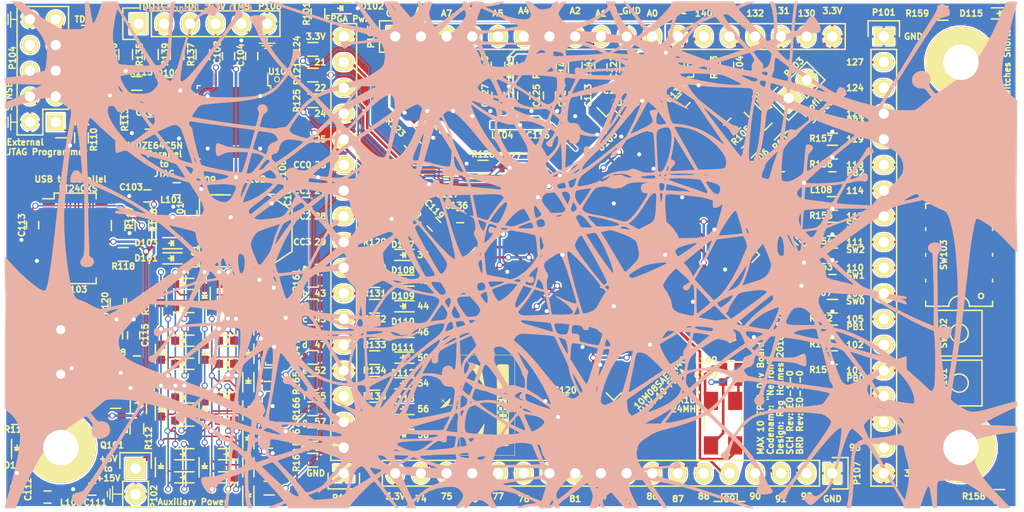
<source format=kicad_pcb>
(kicad_pcb (version 4) (host pcbnew 4.0.2+e4-6225~38~ubuntu16.04.1-stable)

  (general
    (links 0)
    (no_connects 8)
    (area -50.012701 -25.012701 50.012701 25.012701)
    (thickness 1.6)
    (drawings 153)
    (tracks 2056)
    (zones 0)
    (modules 196)
    (nets 228)
  )

  (page A)
  (layers
    (0 F.Cu signal)
    (31 B.Cu signal)
    (32 B.Adhes user hide)
    (33 F.Adhes user hide)
    (34 B.Paste user hide)
    (35 F.Paste user hide)
    (36 B.SilkS user)
    (37 F.SilkS user)
    (38 B.Mask user hide)
    (39 F.Mask user hide)
    (40 Dwgs.User user)
    (41 Cmts.User user)
    (42 Eco1.User user)
    (43 Eco2.User user)
    (44 Edge.Cuts user)
    (45 Margin user)
    (46 B.CrtYd user)
    (47 F.CrtYd user)
    (48 B.Fab user)
    (49 F.Fab user)
  )

  (setup
    (last_trace_width 0.254)
    (user_trace_width 0.1524)
    (user_trace_width 0.254)
    (user_trace_width 0.381)
    (user_trace_width 0.508)
    (user_trace_width 0.635)
    (user_trace_width 1.27)
    (user_trace_width 2.54)
    (trace_clearance 0.1524)
    (zone_clearance 0.1524)
    (zone_45_only yes)
    (trace_min 0.1524)
    (segment_width 0.127)
    (edge_width 0.0254)
    (via_size 0.6)
    (via_drill 0.4)
    (via_min_size 0.4)
    (via_min_drill 0.3)
    (uvia_size 0.3)
    (uvia_drill 0.1)
    (uvias_allowed no)
    (uvia_min_size 0)
    (uvia_min_drill 0)
    (pcb_text_width 0.1524)
    (pcb_text_size 0.6 0.6)
    (mod_edge_width 0.0254)
    (mod_text_size 0.6 0.6)
    (mod_text_width 0.0508)
    (pad_size 0.79756 0.79756)
    (pad_drill 0)
    (pad_to_mask_clearance 0)
    (aux_axis_origin 0 0)
    (visible_elements 7FFF577F)
    (pcbplotparams
      (layerselection 0x00030_80000001)
      (usegerberextensions false)
      (excludeedgelayer true)
      (linewidth 0.025400)
      (plotframeref false)
      (viasonmask false)
      (mode 1)
      (useauxorigin false)
      (hpglpennumber 1)
      (hpglpenspeed 20)
      (hpglpendiameter 15)
      (hpglpenoverlay 2)
      (psnegative false)
      (psa4output false)
      (plotreference true)
      (plotvalue true)
      (plotinvisibletext false)
      (padsonsilk false)
      (subtractmaskfromsilk false)
      (outputformat 1)
      (mirror false)
      (drillshape 1)
      (scaleselection 1)
      (outputdirectory ""))
  )

  (net 0 "")
  (net 1 GND)
  (net 2 Vsupply)
  (net 3 3.3V_Reg)
  (net 4 "Net-(C103-Pad2)")
  (net 5 CPLD_3.3V)
  (net 6 CPLD_1.8V)
  (net 7 USB_5V)
  (net 8 USB_3.3V)
  (net 9 VCCIO1A)
  (net 10 VCCIO1B)
  (net 11 VCCA)
  (net 12 A_G)
  (net 13 A0)
  (net 14 A1)
  (net 15 A2)
  (net 16 A3)
  (net 17 A4)
  (net 18 A5)
  (net 19 VCC_ONE)
  (net 20 A6)
  (net 21 A7)
  (net 22 A8)
  (net 23 VCCIO)
  (net 24 "Net-(C139-Pad2)")
  (net 25 +BATT)
  (net 26 "Net-(D102-Pad2)")
  (net 27 "Net-(D104-Pad1)")
  (net 28 "Net-(D105-Pad2)")
  (net 29 "Net-(D106-Pad2)")
  (net 30 "Net-(D107-Pad2)")
  (net 31 /IO_021)
  (net 32 "Net-(D108-Pad2)")
  (net 33 /IO_022)
  (net 34 "Net-(D109-Pad2)")
  (net 35 /IO_024)
  (net 36 "Net-(D110-Pad2)")
  (net 37 /IO_025)
  (net 38 "Net-(D111-Pad2)")
  (net 39 /IO_026)
  (net 40 "Net-(D112-Pad2)")
  (net 41 /IO_027)
  (net 42 "Net-(D113-Pad2)")
  (net 43 /IO_028)
  (net 44 "Net-(D114-Pad2)")
  (net 45 /IO_029)
  (net 46 "Net-(P103-Pad1)")
  (net 47 "Net-(P104-Pad6)")
  (net 48 "Net-(P104-Pad7)")
  (net 49 "Net-(P104-Pad8)")
  (net 50 A_8)
  (net 51 A_7)
  (net 52 A_6)
  (net 53 A_5)
  (net 54 A_4)
  (net 55 A_3)
  (net 56 A_2)
  (net 57 A_1)
  (net 58 A_0)
  (net 59 CLK_24MHz)
  (net 60 "Net-(R102-Pad2)")
  (net 61 "Net-(R103-Pad2)")
  (net 62 "Net-(R104-Pad2)")
  (net 63 "Net-(R105-Pad2)")
  (net 64 "Net-(R106-Pad2)")
  (net 65 /J_en)
  (net 66 /J_TMS)
  (net 67 /J_TDI)
  (net 68 /D4)
  (net 69 /D2)
  (net 70 /D1)
  (net 71 /D7)
  (net 72 /D5)
  (net 73 /D6)
  (net 74 /D3)
  (net 75 /RD#)
  (net 76 /WR)
  (net 77 /TXE#)
  (net 78 /RXF#)
  (net 79 /D0)
  (net 80 "Net-(U104-Pad3)")
  (net 81 "Net-(U104-Pad4)")
  (net 82 "Net-(U104-Pad5)")
  (net 83 "Net-(U104-Pad9)")
  (net 84 /J_TDO)
  (net 85 "Net-(U104-Pad40)")
  (net 86 "Net-(U104-Pad43)")
  (net 87 "Net-(U105-Pad5)")
  (net 88 "Net-(U105-Pad17)")
  (net 89 "Net-(U105-Pad30)")
  (net 90 "Net-(U105-Pad32)")
  (net 91 "Net-(U105-Pad33)")
  (net 92 "Net-(U105-Pad48)")
  (net 93 "Net-(U105-Pad80)")
  (net 94 "Net-(U105-Pad96)")
  (net 95 "Net-(U105-Pad97)")
  (net 96 "Net-(U105-Pad98)")
  (net 97 "Net-(U105-Pad112)")
  (net 98 "Net-(U105-Pad123)")
  (net 99 "Net-(U105-Pad134)")
  (net 100 /IO_120)
  (net 101 /IO_119)
  (net 102 /IO_118)
  (net 103 /IO_114)
  (net 104 /IO_113)
  (net 105 /IO_111)
  (net 106 /IO_110)
  (net 107 /IO_106)
  (net 108 /IO_105)
  (net 109 /IO_102)
  (net 110 /IO_101)
  (net 111 /IO_100)
  (net 112 /IO_099)
  (net 113 /IO_093)
  (net 114 /IO_141)
  (net 115 /IO_140)
  (net 116 /IO_135)
  (net 117 /IO_132)
  (net 118 /IO_131)
  (net 119 /IO_130)
  (net 120 /IO_092)
  (net 121 /IO_091)
  (net 122 /IO_090)
  (net 123 /IO_088)
  (net 124 /IO_087)
  (net 125 /IO_086)
  (net 126 /IO_085)
  (net 127 /IO_084)
  (net 128 /IO_081)
  (net 129 /IO_079)
  (net 130 /IO_078)
  (net 131 /IO_077)
  (net 132 /IO_076)
  (net 133 /IO_075)
  (net 134 /IO_074)
  (net 135 "Net-(U105-Pad61)")
  (net 136 /IO_127)
  (net 137 /IO_124)
  (net 138 "Net-(D115-Pad1)")
  (net 139 "Net-(D115-Pad2)")
  (net 140 /IO_038)
  (net 141 /IO_041)
  (net 142 /IO_044)
  (net 143 /IO_046)
  (net 144 /IO_050)
  (net 145 /IO_054)
  (net 146 /IO_056)
  (net 147 /IO_058)
  (net 148 /IO_059)
  (net 149 /IO_057)
  (net 150 /IO_055)
  (net 151 /IO_052)
  (net 152 /IO_047)
  (net 153 /IO_045)
  (net 154 /IO_043)
  (net 155 /IO_039)
  (net 156 /IO_060)
  (net 157 /IO_062)
  (net 158 /IO_064)
  (net 159 /IO_065)
  (net 160 /IO_066)
  (net 161 /IO_069)
  (net 162 /IO_070)
  (net 163 /D-)
  (net 164 /D+)
  (net 165 /ID)
  (net 166 /USBDm)
  (net 167 /USBDp)
  (net 168 /C_P_TCK_a)
  (net 169 /C_P_TDO)
  (net 170 /C_P_TMS)
  (net 171 /C_P_TDI)
  (net 172 /J_TCK_b)
  (net 173 /J_TCK_a)
  (net 174 /J_TCK_c)
  (net 175 /C_P_TCK_b)
  (net 176 "Net-(U104-Pad7)")
  (net 177 "Net-(U104-Pad52)")
  (net 178 "Net-(U104-Pad56)")
  (net 179 "Net-(U104-Pad53)")
  (net 180 "Net-(U104-Pad54)")
  (net 181 "Net-(U104-Pad55)")
  (net 182 USB_1.8V)
  (net 183 /E_P_TCK_b)
  (net 184 /E_P_TDO)
  (net 185 /E_P_SEN_a)
  (net 186 /E_P_TMS)
  (net 187 /E_P_TDI)
  (net 188 /E_P_TCK_a)
  (net 189 /E_P_SEN_b)
  (net 190 "Net-(U104-Pad44)")
  (net 191 "Net-(U104-Pad45)")
  (net 192 "Net-(U104-Pad46)")
  (net 193 "Net-(U104-Pad47)")
  (net 194 "Net-(U104-Pad48)")
  (net 195 /USB_VCC)
  (net 196 CBUS5_6MHz)
  (net 197 /CBUS6)
  (net 198 /USB_RST)
  (net 199 /E_P_SEN_i)
  (net 200 "Net-(D116-Pad1)")
  (net 201 /e)
  (net 202 /d)
  (net 203 /f)
  (net 204 /g)
  (net 205 /c)
  (net 206 /a)
  (net 207 /b)
  (net 208 "Net-(D124-Pad1)")
  (net 209 "Net-(D132-Pad1)")
  (net 210 "Net-(D140-Pad1)")
  (net 211 /pt)
  (net 212 /cc_3)
  (net 213 /cc_2)
  (net 214 /cc_1)
  (net 215 /cc_0)
  (net 216 "Net-(U104-Pad1)")
  (net 217 "Net-(U104-Pad2)")
  (net 218 "Net-(U104-Pad10)")
  (net 219 "Net-(U104-Pad11)")
  (net 220 "Net-(U104-Pad12)")
  (net 221 "Net-(U104-Pad38)")
  (net 222 "Net-(U104-Pad49)")
  (net 223 "Net-(U104-Pad50)")
  (net 224 "Net-(U104-Pad51)")
  (net 225 "Net-(U104-Pad62)")
  (net 226 "Net-(U104-Pad63)")
  (net 227 "Net-(U104-Pad64)")

  (net_class Default "This is the default net class."
    (clearance 0.1524)
    (trace_width 0.254)
    (via_dia 0.6)
    (via_drill 0.4)
    (uvia_dia 0.3)
    (uvia_drill 0.1)
    (add_net +BATT)
    (add_net /CBUS6)
    (add_net /C_P_TCK_a)
    (add_net /C_P_TCK_b)
    (add_net /C_P_TDI)
    (add_net /C_P_TDO)
    (add_net /C_P_TMS)
    (add_net /D+)
    (add_net /D-)
    (add_net /D0)
    (add_net /D1)
    (add_net /D2)
    (add_net /D3)
    (add_net /D4)
    (add_net /D5)
    (add_net /D6)
    (add_net /D7)
    (add_net /E_P_SEN_a)
    (add_net /E_P_SEN_b)
    (add_net /E_P_SEN_i)
    (add_net /E_P_TCK_a)
    (add_net /E_P_TCK_b)
    (add_net /E_P_TDI)
    (add_net /E_P_TDO)
    (add_net /E_P_TMS)
    (add_net /ID)
    (add_net /IO_021)
    (add_net /IO_022)
    (add_net /IO_024)
    (add_net /IO_025)
    (add_net /IO_026)
    (add_net /IO_027)
    (add_net /IO_028)
    (add_net /IO_029)
    (add_net /IO_038)
    (add_net /IO_039)
    (add_net /IO_041)
    (add_net /IO_043)
    (add_net /IO_044)
    (add_net /IO_045)
    (add_net /IO_046)
    (add_net /IO_047)
    (add_net /IO_050)
    (add_net /IO_052)
    (add_net /IO_054)
    (add_net /IO_055)
    (add_net /IO_056)
    (add_net /IO_057)
    (add_net /IO_058)
    (add_net /IO_059)
    (add_net /IO_060)
    (add_net /IO_062)
    (add_net /IO_064)
    (add_net /IO_065)
    (add_net /IO_066)
    (add_net /IO_069)
    (add_net /IO_070)
    (add_net /IO_074)
    (add_net /IO_075)
    (add_net /IO_076)
    (add_net /IO_077)
    (add_net /IO_078)
    (add_net /IO_079)
    (add_net /IO_081)
    (add_net /IO_084)
    (add_net /IO_085)
    (add_net /IO_086)
    (add_net /IO_087)
    (add_net /IO_088)
    (add_net /IO_090)
    (add_net /IO_091)
    (add_net /IO_092)
    (add_net /IO_093)
    (add_net /IO_099)
    (add_net /IO_100)
    (add_net /IO_101)
    (add_net /IO_102)
    (add_net /IO_105)
    (add_net /IO_106)
    (add_net /IO_110)
    (add_net /IO_111)
    (add_net /IO_113)
    (add_net /IO_114)
    (add_net /IO_118)
    (add_net /IO_119)
    (add_net /IO_120)
    (add_net /IO_124)
    (add_net /IO_127)
    (add_net /IO_130)
    (add_net /IO_131)
    (add_net /IO_132)
    (add_net /IO_135)
    (add_net /IO_140)
    (add_net /IO_141)
    (add_net /J_TCK_a)
    (add_net /J_TCK_b)
    (add_net /J_TCK_c)
    (add_net /J_TDI)
    (add_net /J_TDO)
    (add_net /J_TMS)
    (add_net /J_en)
    (add_net /RD#)
    (add_net /RXF#)
    (add_net /TXE#)
    (add_net /USBDm)
    (add_net /USBDp)
    (add_net /USB_RST)
    (add_net /USB_VCC)
    (add_net /WR)
    (add_net /a)
    (add_net /b)
    (add_net /c)
    (add_net /cc_0)
    (add_net /cc_1)
    (add_net /cc_2)
    (add_net /cc_3)
    (add_net /d)
    (add_net /e)
    (add_net /f)
    (add_net /g)
    (add_net /pt)
    (add_net 3.3V_Reg)
    (add_net A0)
    (add_net A1)
    (add_net A2)
    (add_net A3)
    (add_net A4)
    (add_net A5)
    (add_net A6)
    (add_net A7)
    (add_net A8)
    (add_net A_0)
    (add_net A_1)
    (add_net A_2)
    (add_net A_3)
    (add_net A_4)
    (add_net A_5)
    (add_net A_6)
    (add_net A_7)
    (add_net A_8)
    (add_net A_G)
    (add_net CBUS5_6MHz)
    (add_net CLK_24MHz)
    (add_net CPLD_1.8V)
    (add_net CPLD_3.3V)
    (add_net GND)
    (add_net "Net-(C103-Pad2)")
    (add_net "Net-(C139-Pad2)")
    (add_net "Net-(D102-Pad2)")
    (add_net "Net-(D104-Pad1)")
    (add_net "Net-(D105-Pad2)")
    (add_net "Net-(D106-Pad2)")
    (add_net "Net-(D107-Pad2)")
    (add_net "Net-(D108-Pad2)")
    (add_net "Net-(D109-Pad2)")
    (add_net "Net-(D110-Pad2)")
    (add_net "Net-(D111-Pad2)")
    (add_net "Net-(D112-Pad2)")
    (add_net "Net-(D113-Pad2)")
    (add_net "Net-(D114-Pad2)")
    (add_net "Net-(D115-Pad1)")
    (add_net "Net-(D115-Pad2)")
    (add_net "Net-(D116-Pad1)")
    (add_net "Net-(D124-Pad1)")
    (add_net "Net-(D132-Pad1)")
    (add_net "Net-(D140-Pad1)")
    (add_net "Net-(P103-Pad1)")
    (add_net "Net-(P104-Pad6)")
    (add_net "Net-(P104-Pad7)")
    (add_net "Net-(P104-Pad8)")
    (add_net "Net-(R102-Pad2)")
    (add_net "Net-(R103-Pad2)")
    (add_net "Net-(R104-Pad2)")
    (add_net "Net-(R105-Pad2)")
    (add_net "Net-(R106-Pad2)")
    (add_net "Net-(U104-Pad1)")
    (add_net "Net-(U104-Pad10)")
    (add_net "Net-(U104-Pad11)")
    (add_net "Net-(U104-Pad12)")
    (add_net "Net-(U104-Pad2)")
    (add_net "Net-(U104-Pad3)")
    (add_net "Net-(U104-Pad38)")
    (add_net "Net-(U104-Pad4)")
    (add_net "Net-(U104-Pad40)")
    (add_net "Net-(U104-Pad43)")
    (add_net "Net-(U104-Pad44)")
    (add_net "Net-(U104-Pad45)")
    (add_net "Net-(U104-Pad46)")
    (add_net "Net-(U104-Pad47)")
    (add_net "Net-(U104-Pad48)")
    (add_net "Net-(U104-Pad49)")
    (add_net "Net-(U104-Pad5)")
    (add_net "Net-(U104-Pad50)")
    (add_net "Net-(U104-Pad51)")
    (add_net "Net-(U104-Pad52)")
    (add_net "Net-(U104-Pad53)")
    (add_net "Net-(U104-Pad54)")
    (add_net "Net-(U104-Pad55)")
    (add_net "Net-(U104-Pad56)")
    (add_net "Net-(U104-Pad62)")
    (add_net "Net-(U104-Pad63)")
    (add_net "Net-(U104-Pad64)")
    (add_net "Net-(U104-Pad7)")
    (add_net "Net-(U104-Pad9)")
    (add_net "Net-(U105-Pad112)")
    (add_net "Net-(U105-Pad123)")
    (add_net "Net-(U105-Pad134)")
    (add_net "Net-(U105-Pad17)")
    (add_net "Net-(U105-Pad30)")
    (add_net "Net-(U105-Pad32)")
    (add_net "Net-(U105-Pad33)")
    (add_net "Net-(U105-Pad48)")
    (add_net "Net-(U105-Pad5)")
    (add_net "Net-(U105-Pad61)")
    (add_net "Net-(U105-Pad80)")
    (add_net "Net-(U105-Pad96)")
    (add_net "Net-(U105-Pad97)")
    (add_net "Net-(U105-Pad98)")
    (add_net USB_1.8V)
    (add_net USB_3.3V)
    (add_net USB_5V)
    (add_net VCCA)
    (add_net VCCIO)
    (add_net VCCIO1A)
    (add_net VCCIO1B)
    (add_net VCC_ONE)
    (add_net Vsupply)
  )

  (module Capacitors_SMD:C_0603 (layer F.Cu) (tedit 579CCEA6) (tstamp 575BC8E0)
    (at -33.00476 -6.53796)
    (descr "Capacitor SMD 0603, reflow soldering, AVX (see smccp.pdf)")
    (tags "capacitor 0603")
    (path /57199AB6)
    (attr smd)
    (fp_text reference L101 (at -0.53086 1.08966) (layer F.SilkS)
      (effects (font (size 0.6 0.6) (thickness 0.15)))
    )
    (fp_text value MPZ1608S221ATA00 (at -0.0007 0) (layer F.Fab)
      (effects (font (size 0.6 0.6) (thickness 0.15)))
    )
    (fp_line (start -1.45 -0.75) (end 1.45 -0.75) (layer F.CrtYd) (width 0.05))
    (fp_line (start -1.45 0.75) (end 1.45 0.75) (layer F.CrtYd) (width 0.05))
    (fp_line (start -1.45 -0.75) (end -1.45 0.75) (layer F.CrtYd) (width 0.05))
    (fp_line (start 1.45 -0.75) (end 1.45 0.75) (layer F.CrtYd) (width 0.05))
    (fp_line (start -0.35 -0.6) (end 0.35 -0.6) (layer F.SilkS) (width 0.15))
    (fp_line (start 0.35 0.6) (end -0.35 0.6) (layer F.SilkS) (width 0.15))
    (pad 1 smd rect (at -0.75 0) (size 0.8 0.75) (layers F.Cu F.Paste F.Mask)
      (net 4 "Net-(C103-Pad2)"))
    (pad 2 smd rect (at 0.75 0) (size 0.8 0.75) (layers F.Cu F.Paste F.Mask)
      (net 6 CPLD_1.8V))
    (model Capacitors_SMD.3dshapes/C_0603.wrl
      (at (xyz 0 0 0))
      (scale (xyz 1 1 1))
      (rotate (xyz 0 0 0))
    )
  )

  (module Crystals:Crystal_SMD_0603_4Pads (layer F.Cu) (tedit 57673F71) (tstamp 575BCB6F)
    (at 20.955 16.637 270)
    (descr "Crystal, Quarz, SMD, 0603, 4 Pads,")
    (tags "Crystal Quarz SMD 0603 4 Pads")
    (path /57182E19)
    (attr smd)
    (fp_text reference X101 (at -2.286 3.302 540) (layer F.SilkS)
      (effects (font (size 0.6 0.6) (thickness 0.15)))
    )
    (fp_text value "SG5032CAN 24.000000M-TJGA3" (at 0.127 -0.127 360) (layer F.Fab)
      (effects (font (size 0.6 0.6) (thickness 0.15)))
    )
    (fp_circle (center 0 0) (end 0.50038 0) (layer F.Adhes) (width 0.381))
    (fp_circle (center 0 0) (end 0.14986 0) (layer F.Adhes) (width 0.381))
    (fp_circle (center -3.04038 2.46996) (end -2.93878 2.56902) (layer F.SilkS) (width 0.15))
    (fp_line (start 0.70104 1.84912) (end -0.70104 1.84912) (layer F.SilkS) (width 0.15))
    (fp_line (start -0.70104 -1.84912) (end 0.70104 -1.84912) (layer F.SilkS) (width 0.15))
    (pad 1 smd rect (at -2.19964 1.19888 270) (size 1.80086 1.39954) (layers F.Cu F.Paste F.Mask)
      (net 24 "Net-(C139-Pad2)"))
    (pad 2 smd rect (at 2.19964 1.19888 270) (size 1.80086 1.39954) (layers F.Cu F.Paste F.Mask)
      (net 1 GND))
    (pad 3 smd rect (at 2.19964 -1.19888 270) (size 1.80086 1.39954) (layers F.Cu F.Paste F.Mask)
      (net 59 CLK_24MHz))
    (pad 4 smd rect (at -2.19964 -1.19888 270) (size 1.80086 1.39954) (layers F.Cu F.Paste F.Mask)
      (net 24 "Net-(C139-Pad2)"))
  )

  (module Resistors_SMD:R_0603 (layer F.Cu) (tedit 57943F11) (tstamp 575BCA8F)
    (at -32.97174 -19.80438 270)
    (descr "Resistor SMD 0603, reflow soldering, Vishay (see dcrcw.pdf)")
    (tags "resistor 0603")
    (path /5766078C)
    (attr smd)
    (fp_text reference R139 (at 0 1.1684 450) (layer F.SilkS)
      (effects (font (size 0.6 0.6) (thickness 0.15)))
    )
    (fp_text value 10k (at 0 0 270) (layer F.Fab)
      (effects (font (size 0.6 0.6) (thickness 0.15)))
    )
    (fp_line (start -1.3 -0.8) (end 1.3 -0.8) (layer F.CrtYd) (width 0.05))
    (fp_line (start -1.3 0.8) (end 1.3 0.8) (layer F.CrtYd) (width 0.05))
    (fp_line (start -1.3 -0.8) (end -1.3 0.8) (layer F.CrtYd) (width 0.05))
    (fp_line (start 1.3 -0.8) (end 1.3 0.8) (layer F.CrtYd) (width 0.05))
    (fp_line (start 0.5 0.675) (end -0.5 0.675) (layer F.SilkS) (width 0.15))
    (fp_line (start -0.5 -0.675) (end 0.5 -0.675) (layer F.SilkS) (width 0.15))
    (pad 1 smd rect (at -0.75 0 270) (size 0.5 0.9) (layers F.Cu F.Paste F.Mask)
      (net 5 CPLD_3.3V))
    (pad 2 smd rect (at 0.75 0 270) (size 0.5 0.9) (layers F.Cu F.Paste F.Mask)
      (net 171 /C_P_TDI))
    (model Resistors_SMD.3dshapes/R_0603.wrl
      (at (xyz 0 0 0))
      (scale (xyz 1 1 1))
      (rotate (xyz 0 0 0))
    )
  )

  (module LEDs:LED_0603 (layer F.Cu) (tedit 579777F7) (tstamp 575BC8A4)
    (at -48.77308 19.05 90)
    (descr "LED 0603 smd package")
    (tags "LED led 0603 SMD smd SMT smt smdled SMDLED smtled SMTLED")
    (path /5719477F)
    (attr smd)
    (fp_text reference D105 (at -1.75006 -0.1397 180) (layer F.SilkS)
      (effects (font (size 0.6 0.6) (thickness 0.15)))
    )
    (fp_text value Led_Small (at 0 0 90) (layer F.Fab)
      (effects (font (size 0.6 0.6) (thickness 0.15)))
    )
    (fp_line (start -1.1 0.55) (end 0.8 0.55) (layer F.SilkS) (width 0.15))
    (fp_line (start -1.1 -0.55) (end 0.8 -0.55) (layer F.SilkS) (width 0.15))
    (fp_line (start -0.2 0) (end 0.25 0) (layer F.SilkS) (width 0.15))
    (fp_line (start -0.25 -0.25) (end -0.25 0.25) (layer F.SilkS) (width 0.15))
    (fp_line (start -0.25 0) (end 0 -0.25) (layer F.SilkS) (width 0.15))
    (fp_line (start 0 -0.25) (end 0 0.25) (layer F.SilkS) (width 0.15))
    (fp_line (start 0 0.25) (end -0.25 0) (layer F.SilkS) (width 0.15))
    (fp_line (start 1.4 -0.75) (end 1.4 0.75) (layer F.CrtYd) (width 0.05))
    (fp_line (start 1.4 0.75) (end -1.4 0.75) (layer F.CrtYd) (width 0.05))
    (fp_line (start -1.4 0.75) (end -1.4 -0.75) (layer F.CrtYd) (width 0.05))
    (fp_line (start -1.4 -0.75) (end 1.4 -0.75) (layer F.CrtYd) (width 0.05))
    (pad 2 smd rect (at 0.7493 0 270) (size 0.79756 0.79756) (layers F.Cu F.Paste F.Mask)
      (net 28 "Net-(D105-Pad2)"))
    (pad 1 smd rect (at -0.7493 0 270) (size 0.79756 0.79756) (layers F.Cu F.Paste F.Mask)
      (net 1 GND))
    (model LEDs.3dshapes/LED_0603.wrl
      (at (xyz 0 0 0))
      (scale (xyz 1 1 1))
      (rotate (xyz 0 0 180))
    )
  )

  (module Capacitors_SMD:C_0603 (layer F.Cu) (tedit 578BB3F7) (tstamp 575BC7F6)
    (at -37.25926 7.9502 270)
    (descr "Capacitor SMD 0603, reflow soldering, AVX (see smccp.pdf)")
    (tags "capacitor 0603")
    (path /5711ADD9)
    (attr smd)
    (fp_text reference C115 (at 0 -1.12522 450) (layer F.SilkS)
      (effects (font (size 0.6 0.6) (thickness 0.15)))
    )
    (fp_text value 47pF (at 0 0 270) (layer F.Fab)
      (effects (font (size 0.6 0.6) (thickness 0.15)))
    )
    (fp_line (start -1.45 -0.75) (end 1.45 -0.75) (layer F.CrtYd) (width 0.05))
    (fp_line (start -1.45 0.75) (end 1.45 0.75) (layer F.CrtYd) (width 0.05))
    (fp_line (start -1.45 -0.75) (end -1.45 0.75) (layer F.CrtYd) (width 0.05))
    (fp_line (start 1.45 -0.75) (end 1.45 0.75) (layer F.CrtYd) (width 0.05))
    (fp_line (start -0.35 -0.6) (end 0.35 -0.6) (layer F.SilkS) (width 0.15))
    (fp_line (start 0.35 0.6) (end -0.35 0.6) (layer F.SilkS) (width 0.15))
    (pad 1 smd rect (at -0.75 0 270) (size 0.8 0.75) (layers F.Cu F.Paste F.Mask)
      (net 1 GND))
    (pad 2 smd rect (at 0.75 0 270) (size 0.8 0.75) (layers F.Cu F.Paste F.Mask)
      (net 164 /D+))
    (model Capacitors_SMD.3dshapes/C_0603.wrl
      (at (xyz 0 0 0))
      (scale (xyz 1 1 1))
      (rotate (xyz 0 0 0))
    )
  )

  (module LEDs:LED_0603 (layer F.Cu) (tedit 5781AFE9) (tstamp 5781C0C8)
    (at -28.0924 19.7104 180)
    (descr "LED 0603 smd package")
    (tags "LED led 0603 SMD smd SMT smt smdled SMDLED smtled SMTLED")
    (path /578206C0)
    (attr smd)
    (fp_text reference D123 (at 0.0254 1.016 180) (layer F.SilkS) hide
      (effects (font (size 0.6 0.6) (thickness 0.15)))
    )
    (fp_text value Led_Small (at 0 0 180) (layer F.Fab) hide
      (effects (font (size 0.6 0.6) (thickness 0.15)))
    )
    (fp_line (start -1.1 0.55) (end 0.8 0.55) (layer F.SilkS) (width 0.15))
    (fp_line (start -1.1 -0.55) (end 0.8 -0.55) (layer F.SilkS) (width 0.15))
    (fp_line (start -0.2 0) (end 0.25 0) (layer F.SilkS) (width 0.15))
    (fp_line (start -0.25 -0.25) (end -0.25 0.25) (layer F.SilkS) (width 0.15))
    (fp_line (start -0.25 0) (end 0 -0.25) (layer F.SilkS) (width 0.15))
    (fp_line (start 0 -0.25) (end 0 0.25) (layer F.SilkS) (width 0.15))
    (fp_line (start 0 0.25) (end -0.25 0) (layer F.SilkS) (width 0.15))
    (fp_line (start 1.4 -0.75) (end 1.4 0.75) (layer F.CrtYd) (width 0.05))
    (fp_line (start 1.4 0.75) (end -1.4 0.75) (layer F.CrtYd) (width 0.05))
    (fp_line (start -1.4 0.75) (end -1.4 -0.75) (layer F.CrtYd) (width 0.05))
    (fp_line (start -1.4 -0.75) (end 1.4 -0.75) (layer F.CrtYd) (width 0.05))
    (pad 2 smd rect (at 0.7493 0) (size 0.79756 0.79756) (layers F.Cu F.Paste F.Mask)
      (net 207 /b))
    (pad 1 smd rect (at -0.7493 0) (size 0.79756 0.79756) (layers F.Cu F.Paste F.Mask)
      (net 200 "Net-(D116-Pad1)"))
    (model LEDs.3dshapes/LED_0603.wrl
      (at (xyz 0 0 0))
      (scale (xyz 1 1 1))
      (rotate (xyz 0 0 180))
    )
  )

  (module LEDs:LED_0603 (layer F.Cu) (tedit 5781C3E2) (tstamp 5781BFC6)
    (at -28.0924 10.7696 180)
    (descr "LED 0603 smd package")
    (tags "LED led 0603 SMD smd SMT smt smdled SMDLED smtled SMTLED")
    (path /57846BEF)
    (attr smd)
    (fp_text reference D134 (at 0.0254 1.016 180) (layer F.SilkS) hide
      (effects (font (size 0.6 0.6) (thickness 0.15)))
    )
    (fp_text value Led_Small (at 0 0 180) (layer F.Fab) hide
      (effects (font (size 0.6 0.6) (thickness 0.15)))
    )
    (fp_line (start -1.1 0.55) (end 0.8 0.55) (layer F.SilkS) (width 0.15))
    (fp_line (start -1.1 -0.55) (end 0.8 -0.55) (layer F.SilkS) (width 0.15))
    (fp_line (start -0.2 0) (end 0.25 0) (layer F.SilkS) (width 0.15))
    (fp_line (start -0.25 -0.25) (end -0.25 0.25) (layer F.SilkS) (width 0.15))
    (fp_line (start -0.25 0) (end 0 -0.25) (layer F.SilkS) (width 0.15))
    (fp_line (start 0 -0.25) (end 0 0.25) (layer F.SilkS) (width 0.15))
    (fp_line (start 0 0.25) (end -0.25 0) (layer F.SilkS) (width 0.15))
    (fp_line (start 1.4 -0.75) (end 1.4 0.75) (layer F.CrtYd) (width 0.05))
    (fp_line (start 1.4 0.75) (end -1.4 0.75) (layer F.CrtYd) (width 0.05))
    (fp_line (start -1.4 0.75) (end -1.4 -0.75) (layer F.CrtYd) (width 0.05))
    (fp_line (start -1.4 -0.75) (end 1.4 -0.75) (layer F.CrtYd) (width 0.05))
    (pad 2 smd rect (at 0.7493 0) (size 0.79756 0.79756) (layers F.Cu F.Paste F.Mask)
      (net 202 /d))
    (pad 1 smd rect (at -0.7493 0) (size 0.79756 0.79756) (layers F.Cu F.Paste F.Mask)
      (net 209 "Net-(D132-Pad1)"))
    (model LEDs.3dshapes/LED_0603.wrl
      (at (xyz 0 0 0))
      (scale (xyz 1 1 1))
      (rotate (xyz 0 0 180))
    )
  )

  (module LEDs:LED_0603 (layer F.Cu) (tedit 5781C3FD) (tstamp 5781A4D3)
    (at -28.0924 5.1562 180)
    (descr "LED 0603 smd package")
    (tags "LED led 0603 SMD smd SMT smt smdled SMDLED smtled SMTLED")
    (path /57846C52)
    (attr smd)
    (fp_text reference D142 (at 0.0254 1.016 180) (layer F.SilkS) hide
      (effects (font (size 0.6 0.6) (thickness 0.15)))
    )
    (fp_text value Led_Small (at 0 0 180) (layer F.Fab) hide
      (effects (font (size 0.6 0.6) (thickness 0.15)))
    )
    (fp_line (start -1.1 0.55) (end 0.8 0.55) (layer F.SilkS) (width 0.15))
    (fp_line (start -1.1 -0.55) (end 0.8 -0.55) (layer F.SilkS) (width 0.15))
    (fp_line (start -0.2 0) (end 0.25 0) (layer F.SilkS) (width 0.15))
    (fp_line (start -0.25 -0.25) (end -0.25 0.25) (layer F.SilkS) (width 0.15))
    (fp_line (start -0.25 0) (end 0 -0.25) (layer F.SilkS) (width 0.15))
    (fp_line (start 0 -0.25) (end 0 0.25) (layer F.SilkS) (width 0.15))
    (fp_line (start 0 0.25) (end -0.25 0) (layer F.SilkS) (width 0.15))
    (fp_line (start 1.4 -0.75) (end 1.4 0.75) (layer F.CrtYd) (width 0.05))
    (fp_line (start 1.4 0.75) (end -1.4 0.75) (layer F.CrtYd) (width 0.05))
    (fp_line (start -1.4 0.75) (end -1.4 -0.75) (layer F.CrtYd) (width 0.05))
    (fp_line (start -1.4 -0.75) (end 1.4 -0.75) (layer F.CrtYd) (width 0.05))
    (pad 2 smd rect (at 0.7493 0) (size 0.79756 0.79756) (layers F.Cu F.Paste F.Mask)
      (net 202 /d))
    (pad 1 smd rect (at -0.7493 0) (size 0.79756 0.79756) (layers F.Cu F.Paste F.Mask)
      (net 210 "Net-(D140-Pad1)"))
    (model LEDs.3dshapes/LED_0603.wrl
      (at (xyz 0 0 0))
      (scale (xyz 1 1 1))
      (rotate (xyz 0 0 180))
    )
  )

  (module TO_SOT_Packages_SMD:SOT-23 (layer F.Cu) (tedit 5781C14C) (tstamp 5781C17E)
    (at -23.5839 14.9987 90)
    (descr "SOT-23, Standard")
    (tags SOT-23)
    (path /57845B66)
    (attr smd)
    (fp_text reference Q103 (at 0 -1.92024 90) (layer F.SilkS) hide
      (effects (font (size 0.6 0.6) (thickness 0.15)))
    )
    (fp_text value MMBT3904,215 (at 0 0 90) (layer F.Fab) hide
      (effects (font (size 0.6 0.6) (thickness 0.15)))
    )
    (fp_line (start -1.65 -1.6) (end 1.65 -1.6) (layer F.CrtYd) (width 0.05))
    (fp_line (start 1.65 -1.6) (end 1.65 1.6) (layer F.CrtYd) (width 0.05))
    (fp_line (start 1.65 1.6) (end -1.65 1.6) (layer F.CrtYd) (width 0.05))
    (fp_line (start -1.65 1.6) (end -1.65 -1.6) (layer F.CrtYd) (width 0.05))
    (fp_line (start 1.29916 -0.65024) (end 1.2509 -0.65024) (layer F.SilkS) (width 0.15))
    (fp_line (start -1.49982 0.0508) (end -1.49982 -0.65024) (layer F.SilkS) (width 0.15))
    (fp_line (start -1.49982 -0.65024) (end -1.2509 -0.65024) (layer F.SilkS) (width 0.15))
    (fp_line (start 1.29916 -0.65024) (end 1.49982 -0.65024) (layer F.SilkS) (width 0.15))
    (fp_line (start 1.49982 -0.65024) (end 1.49982 0.0508) (layer F.SilkS) (width 0.15))
    (pad 1 smd rect (at -0.95 1.00076 90) (size 0.8001 0.8001) (layers F.Cu F.Paste F.Mask)
      (net 213 /cc_2))
    (pad 2 smd rect (at 0.95 1.00076 90) (size 0.8001 0.8001) (layers F.Cu F.Paste F.Mask)
      (net 1 GND))
    (pad 3 smd rect (at 0 -0.99822 90) (size 0.8001 0.8001) (layers F.Cu F.Paste F.Mask)
      (net 208 "Net-(D124-Pad1)"))
    (model TO_SOT_Packages_SMD.3dshapes/SOT-23.wrl
      (at (xyz 0 0 0))
      (scale (xyz 1 1 1))
      (rotate (xyz 0 0 0))
    )
  )

  (module LEDs:LED_0603 (layer F.Cu) (tedit 5781C16D) (tstamp 5781C16E)
    (at -25.9334 18.0467 90)
    (descr "LED 0603 smd package")
    (tags "LED led 0603 SMD smd SMT smt smdled SMDLED smtled SMTLED")
    (path /57845B16)
    (attr smd)
    (fp_text reference D124 (at 0.0254 1.016 90) (layer F.SilkS) hide
      (effects (font (size 0.6 0.6) (thickness 0.15)))
    )
    (fp_text value Led_Small (at 0 0 90) (layer F.Fab) hide
      (effects (font (size 0.6 0.6) (thickness 0.15)))
    )
    (fp_line (start -1.1 0.55) (end 0.8 0.55) (layer F.SilkS) (width 0.15))
    (fp_line (start -1.1 -0.55) (end 0.8 -0.55) (layer F.SilkS) (width 0.15))
    (fp_line (start -0.2 0) (end 0.25 0) (layer F.SilkS) (width 0.15))
    (fp_line (start -0.25 -0.25) (end -0.25 0.25) (layer F.SilkS) (width 0.15))
    (fp_line (start -0.25 0) (end 0 -0.25) (layer F.SilkS) (width 0.15))
    (fp_line (start 0 -0.25) (end 0 0.25) (layer F.SilkS) (width 0.15))
    (fp_line (start 0 0.25) (end -0.25 0) (layer F.SilkS) (width 0.15))
    (fp_line (start 1.4 -0.75) (end 1.4 0.75) (layer F.CrtYd) (width 0.05))
    (fp_line (start 1.4 0.75) (end -1.4 0.75) (layer F.CrtYd) (width 0.05))
    (fp_line (start -1.4 0.75) (end -1.4 -0.75) (layer F.CrtYd) (width 0.05))
    (fp_line (start -1.4 -0.75) (end 1.4 -0.75) (layer F.CrtYd) (width 0.05))
    (pad 2 smd rect (at 0.7493 0 270) (size 0.79756 0.79756) (layers F.Cu F.Paste F.Mask)
      (net 211 /pt))
    (pad 1 smd rect (at -0.7493 0 270) (size 0.79756 0.79756) (layers F.Cu F.Paste F.Mask)
      (net 208 "Net-(D124-Pad1)"))
    (model LEDs.3dshapes/LED_0603.wrl
      (at (xyz 0 0 0))
      (scale (xyz 1 1 1))
      (rotate (xyz 0 0 180))
    )
  )

  (module LEDs:LED_0603 (layer F.Cu) (tedit 5781C18A) (tstamp 5781C15E)
    (at -32.4104 16.383 180)
    (descr "LED 0603 smd package")
    (tags "LED led 0603 SMD smd SMT smt smdled SMDLED smtled SMTLED")
    (path /57845B22)
    (attr smd)
    (fp_text reference D125 (at 0.0254 1.016 180) (layer F.SilkS) hide
      (effects (font (size 0.6 0.6) (thickness 0.15)))
    )
    (fp_text value Led_Small (at 0 0 180) (layer F.Fab) hide
      (effects (font (size 0.6 0.6) (thickness 0.15)))
    )
    (fp_line (start -1.1 0.55) (end 0.8 0.55) (layer F.SilkS) (width 0.15))
    (fp_line (start -1.1 -0.55) (end 0.8 -0.55) (layer F.SilkS) (width 0.15))
    (fp_line (start -0.2 0) (end 0.25 0) (layer F.SilkS) (width 0.15))
    (fp_line (start -0.25 -0.25) (end -0.25 0.25) (layer F.SilkS) (width 0.15))
    (fp_line (start -0.25 0) (end 0 -0.25) (layer F.SilkS) (width 0.15))
    (fp_line (start 0 -0.25) (end 0 0.25) (layer F.SilkS) (width 0.15))
    (fp_line (start 0 0.25) (end -0.25 0) (layer F.SilkS) (width 0.15))
    (fp_line (start 1.4 -0.75) (end 1.4 0.75) (layer F.CrtYd) (width 0.05))
    (fp_line (start 1.4 0.75) (end -1.4 0.75) (layer F.CrtYd) (width 0.05))
    (fp_line (start -1.4 0.75) (end -1.4 -0.75) (layer F.CrtYd) (width 0.05))
    (fp_line (start -1.4 -0.75) (end 1.4 -0.75) (layer F.CrtYd) (width 0.05))
    (pad 2 smd rect (at 0.7493 0) (size 0.79756 0.79756) (layers F.Cu F.Paste F.Mask)
      (net 201 /e))
    (pad 1 smd rect (at -0.7493 0) (size 0.79756 0.79756) (layers F.Cu F.Paste F.Mask)
      (net 208 "Net-(D124-Pad1)"))
    (model LEDs.3dshapes/LED_0603.wrl
      (at (xyz 0 0 0))
      (scale (xyz 1 1 1))
      (rotate (xyz 0 0 180))
    )
  )

  (module LEDs:LED_0603 (layer F.Cu) (tedit 5781C1C2) (tstamp 5781C14E)
    (at -32.4104 14.097 180)
    (descr "LED 0603 smd package")
    (tags "LED led 0603 SMD smd SMT smt smdled SMDLED smtled SMTLED")
    (path /57845B3A)
    (attr smd)
    (fp_text reference D130 (at 0.0254 1.016 180) (layer F.SilkS) hide
      (effects (font (size 0.6 0.6) (thickness 0.15)))
    )
    (fp_text value Led_Small (at 0 0 180) (layer F.Fab) hide
      (effects (font (size 0.6 0.6) (thickness 0.15)))
    )
    (fp_line (start -1.1 0.55) (end 0.8 0.55) (layer F.SilkS) (width 0.15))
    (fp_line (start -1.1 -0.55) (end 0.8 -0.55) (layer F.SilkS) (width 0.15))
    (fp_line (start -0.2 0) (end 0.25 0) (layer F.SilkS) (width 0.15))
    (fp_line (start -0.25 -0.25) (end -0.25 0.25) (layer F.SilkS) (width 0.15))
    (fp_line (start -0.25 0) (end 0 -0.25) (layer F.SilkS) (width 0.15))
    (fp_line (start 0 -0.25) (end 0 0.25) (layer F.SilkS) (width 0.15))
    (fp_line (start 0 0.25) (end -0.25 0) (layer F.SilkS) (width 0.15))
    (fp_line (start 1.4 -0.75) (end 1.4 0.75) (layer F.CrtYd) (width 0.05))
    (fp_line (start 1.4 0.75) (end -1.4 0.75) (layer F.CrtYd) (width 0.05))
    (fp_line (start -1.4 0.75) (end -1.4 -0.75) (layer F.CrtYd) (width 0.05))
    (fp_line (start -1.4 -0.75) (end 1.4 -0.75) (layer F.CrtYd) (width 0.05))
    (pad 2 smd rect (at 0.7493 0) (size 0.79756 0.79756) (layers F.Cu F.Paste F.Mask)
      (net 206 /a))
    (pad 1 smd rect (at -0.7493 0) (size 0.79756 0.79756) (layers F.Cu F.Paste F.Mask)
      (net 208 "Net-(D124-Pad1)"))
    (model LEDs.3dshapes/LED_0603.wrl
      (at (xyz 0 0 0))
      (scale (xyz 1 1 1))
      (rotate (xyz 0 0 180))
    )
  )

  (module LEDs:LED_0603 (layer F.Cu) (tedit 5781C1A0) (tstamp 5781C13E)
    (at -34.5694 15.24 90)
    (descr "LED 0603 smd package")
    (tags "LED led 0603 SMD smd SMT smt smdled SMDLED smtled SMTLED")
    (path /57845B40)
    (attr smd)
    (fp_text reference D127 (at 0.0254 1.016 90) (layer F.SilkS) hide
      (effects (font (size 0.6 0.6) (thickness 0.15)))
    )
    (fp_text value Led_Small (at 0 0 90) (layer F.Fab) hide
      (effects (font (size 0.6 0.6) (thickness 0.15)))
    )
    (fp_line (start -1.1 0.55) (end 0.8 0.55) (layer F.SilkS) (width 0.15))
    (fp_line (start -1.1 -0.55) (end 0.8 -0.55) (layer F.SilkS) (width 0.15))
    (fp_line (start -0.2 0) (end 0.25 0) (layer F.SilkS) (width 0.15))
    (fp_line (start -0.25 -0.25) (end -0.25 0.25) (layer F.SilkS) (width 0.15))
    (fp_line (start -0.25 0) (end 0 -0.25) (layer F.SilkS) (width 0.15))
    (fp_line (start 0 -0.25) (end 0 0.25) (layer F.SilkS) (width 0.15))
    (fp_line (start 0 0.25) (end -0.25 0) (layer F.SilkS) (width 0.15))
    (fp_line (start 1.4 -0.75) (end 1.4 0.75) (layer F.CrtYd) (width 0.05))
    (fp_line (start 1.4 0.75) (end -1.4 0.75) (layer F.CrtYd) (width 0.05))
    (fp_line (start -1.4 0.75) (end -1.4 -0.75) (layer F.CrtYd) (width 0.05))
    (fp_line (start -1.4 -0.75) (end 1.4 -0.75) (layer F.CrtYd) (width 0.05))
    (pad 2 smd rect (at 0.7493 0 270) (size 0.79756 0.79756) (layers F.Cu F.Paste F.Mask)
      (net 203 /f))
    (pad 1 smd rect (at -0.7493 0 270) (size 0.79756 0.79756) (layers F.Cu F.Paste F.Mask)
      (net 208 "Net-(D124-Pad1)"))
    (model LEDs.3dshapes/LED_0603.wrl
      (at (xyz 0 0 0))
      (scale (xyz 1 1 1))
      (rotate (xyz 0 0 180))
    )
  )

  (module LEDs:LED_0603 (layer F.Cu) (tedit 5781C193) (tstamp 5781C12E)
    (at -28.0924 16.383 180)
    (descr "LED 0603 smd package")
    (tags "LED led 0603 SMD smd SMT smt smdled SMDLED smtled SMTLED")
    (path /57845B1C)
    (attr smd)
    (fp_text reference D126 (at 0.0254 1.016 180) (layer F.SilkS) hide
      (effects (font (size 0.6 0.6) (thickness 0.15)))
    )
    (fp_text value Led_Small (at 0 0 180) (layer F.Fab) hide
      (effects (font (size 0.6 0.6) (thickness 0.15)))
    )
    (fp_line (start -1.1 0.55) (end 0.8 0.55) (layer F.SilkS) (width 0.15))
    (fp_line (start -1.1 -0.55) (end 0.8 -0.55) (layer F.SilkS) (width 0.15))
    (fp_line (start -0.2 0) (end 0.25 0) (layer F.SilkS) (width 0.15))
    (fp_line (start -0.25 -0.25) (end -0.25 0.25) (layer F.SilkS) (width 0.15))
    (fp_line (start -0.25 0) (end 0 -0.25) (layer F.SilkS) (width 0.15))
    (fp_line (start 0 -0.25) (end 0 0.25) (layer F.SilkS) (width 0.15))
    (fp_line (start 0 0.25) (end -0.25 0) (layer F.SilkS) (width 0.15))
    (fp_line (start 1.4 -0.75) (end 1.4 0.75) (layer F.CrtYd) (width 0.05))
    (fp_line (start 1.4 0.75) (end -1.4 0.75) (layer F.CrtYd) (width 0.05))
    (fp_line (start -1.4 0.75) (end -1.4 -0.75) (layer F.CrtYd) (width 0.05))
    (fp_line (start -1.4 -0.75) (end 1.4 -0.75) (layer F.CrtYd) (width 0.05))
    (pad 2 smd rect (at 0.7493 0) (size 0.79756 0.79756) (layers F.Cu F.Paste F.Mask)
      (net 202 /d))
    (pad 1 smd rect (at -0.7493 0) (size 0.79756 0.79756) (layers F.Cu F.Paste F.Mask)
      (net 208 "Net-(D124-Pad1)"))
    (model LEDs.3dshapes/LED_0603.wrl
      (at (xyz 0 0 0))
      (scale (xyz 1 1 1))
      (rotate (xyz 0 0 180))
    )
  )

  (module LEDs:LED_0603 (layer F.Cu) (tedit 5781C1B5) (tstamp 5781C11E)
    (at -25.9334 15.24 90)
    (descr "LED 0603 smd package")
    (tags "LED led 0603 SMD smd SMT smt smdled SMDLED smtled SMTLED")
    (path /57845B28)
    (attr smd)
    (fp_text reference D129 (at 0.0254 1.016 90) (layer F.SilkS) hide
      (effects (font (size 0.6 0.6) (thickness 0.15)))
    )
    (fp_text value Led_Small (at 0 0 90) (layer F.Fab) hide
      (effects (font (size 0.6 0.6) (thickness 0.15)))
    )
    (fp_line (start -1.1 0.55) (end 0.8 0.55) (layer F.SilkS) (width 0.15))
    (fp_line (start -1.1 -0.55) (end 0.8 -0.55) (layer F.SilkS) (width 0.15))
    (fp_line (start -0.2 0) (end 0.25 0) (layer F.SilkS) (width 0.15))
    (fp_line (start -0.25 -0.25) (end -0.25 0.25) (layer F.SilkS) (width 0.15))
    (fp_line (start -0.25 0) (end 0 -0.25) (layer F.SilkS) (width 0.15))
    (fp_line (start 0 -0.25) (end 0 0.25) (layer F.SilkS) (width 0.15))
    (fp_line (start 0 0.25) (end -0.25 0) (layer F.SilkS) (width 0.15))
    (fp_line (start 1.4 -0.75) (end 1.4 0.75) (layer F.CrtYd) (width 0.05))
    (fp_line (start 1.4 0.75) (end -1.4 0.75) (layer F.CrtYd) (width 0.05))
    (fp_line (start -1.4 0.75) (end -1.4 -0.75) (layer F.CrtYd) (width 0.05))
    (fp_line (start -1.4 -0.75) (end 1.4 -0.75) (layer F.CrtYd) (width 0.05))
    (pad 2 smd rect (at 0.7493 0 270) (size 0.79756 0.79756) (layers F.Cu F.Paste F.Mask)
      (net 205 /c))
    (pad 1 smd rect (at -0.7493 0 270) (size 0.79756 0.79756) (layers F.Cu F.Paste F.Mask)
      (net 208 "Net-(D124-Pad1)"))
    (model LEDs.3dshapes/LED_0603.wrl
      (at (xyz 0 0 0))
      (scale (xyz 1 1 1))
      (rotate (xyz 0 0 180))
    )
  )

  (module LEDs:LED_0603 (layer F.Cu) (tedit 5781C1CB) (tstamp 5781C10E)
    (at -28.0924 14.097 180)
    (descr "LED 0603 smd package")
    (tags "LED led 0603 SMD smd SMT smt smdled SMDLED smtled SMTLED")
    (path /57845B34)
    (attr smd)
    (fp_text reference D131 (at 0.0254 1.016 180) (layer F.SilkS) hide
      (effects (font (size 0.6 0.6) (thickness 0.15)))
    )
    (fp_text value Led_Small (at 0 0 180) (layer F.Fab) hide
      (effects (font (size 0.6 0.6) (thickness 0.15)))
    )
    (fp_line (start -1.1 0.55) (end 0.8 0.55) (layer F.SilkS) (width 0.15))
    (fp_line (start -1.1 -0.55) (end 0.8 -0.55) (layer F.SilkS) (width 0.15))
    (fp_line (start -0.2 0) (end 0.25 0) (layer F.SilkS) (width 0.15))
    (fp_line (start -0.25 -0.25) (end -0.25 0.25) (layer F.SilkS) (width 0.15))
    (fp_line (start -0.25 0) (end 0 -0.25) (layer F.SilkS) (width 0.15))
    (fp_line (start 0 -0.25) (end 0 0.25) (layer F.SilkS) (width 0.15))
    (fp_line (start 0 0.25) (end -0.25 0) (layer F.SilkS) (width 0.15))
    (fp_line (start 1.4 -0.75) (end 1.4 0.75) (layer F.CrtYd) (width 0.05))
    (fp_line (start 1.4 0.75) (end -1.4 0.75) (layer F.CrtYd) (width 0.05))
    (fp_line (start -1.4 0.75) (end -1.4 -0.75) (layer F.CrtYd) (width 0.05))
    (fp_line (start -1.4 -0.75) (end 1.4 -0.75) (layer F.CrtYd) (width 0.05))
    (pad 2 smd rect (at 0.7493 0) (size 0.79756 0.79756) (layers F.Cu F.Paste F.Mask)
      (net 207 /b))
    (pad 1 smd rect (at -0.7493 0) (size 0.79756 0.79756) (layers F.Cu F.Paste F.Mask)
      (net 208 "Net-(D124-Pad1)"))
    (model LEDs.3dshapes/LED_0603.wrl
      (at (xyz 0 0 0))
      (scale (xyz 1 1 1))
      (rotate (xyz 0 0 180))
    )
  )

  (module LEDs:LED_0603 (layer F.Cu) (tedit 5781C1A9) (tstamp 5781C0FE)
    (at -30.2514 15.24 90)
    (descr "LED 0603 smd package")
    (tags "LED led 0603 SMD smd SMT smt smdled SMDLED smtled SMTLED")
    (path /57845B2E)
    (attr smd)
    (fp_text reference D128 (at 0.0254 1.016 90) (layer F.SilkS) hide
      (effects (font (size 0.6 0.6) (thickness 0.15)))
    )
    (fp_text value Led_Small (at 0 0 90) (layer F.Fab) hide
      (effects (font (size 0.6 0.6) (thickness 0.15)))
    )
    (fp_line (start -1.1 0.55) (end 0.8 0.55) (layer F.SilkS) (width 0.15))
    (fp_line (start -1.1 -0.55) (end 0.8 -0.55) (layer F.SilkS) (width 0.15))
    (fp_line (start -0.2 0) (end 0.25 0) (layer F.SilkS) (width 0.15))
    (fp_line (start -0.25 -0.25) (end -0.25 0.25) (layer F.SilkS) (width 0.15))
    (fp_line (start -0.25 0) (end 0 -0.25) (layer F.SilkS) (width 0.15))
    (fp_line (start 0 -0.25) (end 0 0.25) (layer F.SilkS) (width 0.15))
    (fp_line (start 0 0.25) (end -0.25 0) (layer F.SilkS) (width 0.15))
    (fp_line (start 1.4 -0.75) (end 1.4 0.75) (layer F.CrtYd) (width 0.05))
    (fp_line (start 1.4 0.75) (end -1.4 0.75) (layer F.CrtYd) (width 0.05))
    (fp_line (start -1.4 0.75) (end -1.4 -0.75) (layer F.CrtYd) (width 0.05))
    (fp_line (start -1.4 -0.75) (end 1.4 -0.75) (layer F.CrtYd) (width 0.05))
    (pad 2 smd rect (at 0.7493 0 270) (size 0.79756 0.79756) (layers F.Cu F.Paste F.Mask)
      (net 204 /g))
    (pad 1 smd rect (at -0.7493 0 270) (size 0.79756 0.79756) (layers F.Cu F.Paste F.Mask)
      (net 208 "Net-(D124-Pad1)"))
    (model LEDs.3dshapes/LED_0603.wrl
      (at (xyz 0 0 0))
      (scale (xyz 1 1 1))
      (rotate (xyz 0 0 180))
    )
  )

  (module Resistors_SMD:R_0603 (layer F.Cu) (tedit 5781C15A) (tstamp 5781C0F3)
    (at -23.876 17.4498 180)
    (descr "Resistor SMD 0603, reflow soldering, Vishay (see dcrcw.pdf)")
    (tags "resistor 0603")
    (path /57845B72)
    (attr smd)
    (fp_text reference R170 (at -0.0381 1.1811 180) (layer F.SilkS) hide
      (effects (font (size 0.6 0.6) (thickness 0.15)))
    )
    (fp_text value 1k (at 0 0 180) (layer F.Fab) hide
      (effects (font (size 0.6 0.6) (thickness 0.15)))
    )
    (fp_line (start -1.3 -0.8) (end 1.3 -0.8) (layer F.CrtYd) (width 0.05))
    (fp_line (start -1.3 0.8) (end 1.3 0.8) (layer F.CrtYd) (width 0.05))
    (fp_line (start -1.3 -0.8) (end -1.3 0.8) (layer F.CrtYd) (width 0.05))
    (fp_line (start 1.3 -0.8) (end 1.3 0.8) (layer F.CrtYd) (width 0.05))
    (fp_line (start 0.5 0.675) (end -0.5 0.675) (layer F.SilkS) (width 0.15))
    (fp_line (start -0.5 -0.675) (end 0.5 -0.675) (layer F.SilkS) (width 0.15))
    (pad 1 smd rect (at -0.75 0 180) (size 0.5 0.9) (layers F.Cu F.Paste F.Mask)
      (net 43 /IO_028))
    (pad 2 smd rect (at 0.75 0 180) (size 0.5 0.9) (layers F.Cu F.Paste F.Mask)
      (net 213 /cc_2))
    (model Resistors_SMD.3dshapes/R_0603.wrl
      (at (xyz 0 0 0))
      (scale (xyz 1 1 1))
      (rotate (xyz 0 0 0))
    )
  )

  (module Resistors_SMD:R_0603 (layer F.Cu) (tedit 5781B044) (tstamp 5781C0E8)
    (at -23.876 23.0632 180)
    (descr "Resistor SMD 0603, reflow soldering, Vishay (see dcrcw.pdf)")
    (tags "resistor 0603")
    (path /57841E72)
    (attr smd)
    (fp_text reference R169 (at -0.0381 1.1811 180) (layer F.SilkS) hide
      (effects (font (size 0.6 0.6) (thickness 0.15)))
    )
    (fp_text value 1k (at 0 0 180) (layer F.Fab) hide
      (effects (font (size 0.6 0.6) (thickness 0.15)))
    )
    (fp_line (start -1.3 -0.8) (end 1.3 -0.8) (layer F.CrtYd) (width 0.05))
    (fp_line (start -1.3 0.8) (end 1.3 0.8) (layer F.CrtYd) (width 0.05))
    (fp_line (start -1.3 -0.8) (end -1.3 0.8) (layer F.CrtYd) (width 0.05))
    (fp_line (start 1.3 -0.8) (end 1.3 0.8) (layer F.CrtYd) (width 0.05))
    (fp_line (start 0.5 0.675) (end -0.5 0.675) (layer F.SilkS) (width 0.15))
    (fp_line (start -0.5 -0.675) (end 0.5 -0.675) (layer F.SilkS) (width 0.15))
    (pad 1 smd rect (at -0.75 0 180) (size 0.5 0.9) (layers F.Cu F.Paste F.Mask)
      (net 45 /IO_029))
    (pad 2 smd rect (at 0.75 0 180) (size 0.5 0.9) (layers F.Cu F.Paste F.Mask)
      (net 212 /cc_3))
    (model Resistors_SMD.3dshapes/R_0603.wrl
      (at (xyz 0 0 0))
      (scale (xyz 1 1 1))
      (rotate (xyz 0 0 0))
    )
  )

  (module LEDs:LED_0603 (layer F.Cu) (tedit 5781AFC6) (tstamp 5781C0D8)
    (at -30.2514 20.8534 90)
    (descr "LED 0603 smd package")
    (tags "LED led 0603 SMD smd SMT smt smdled SMDLED smtled SMTLED")
    (path /578206B9)
    (attr smd)
    (fp_text reference D120 (at 0.0254 1.016 90) (layer F.SilkS) hide
      (effects (font (size 0.6 0.6) (thickness 0.15)))
    )
    (fp_text value Led_Small (at 0 0 90) (layer F.Fab) hide
      (effects (font (size 0.6 0.6) (thickness 0.15)))
    )
    (fp_line (start -1.1 0.55) (end 0.8 0.55) (layer F.SilkS) (width 0.15))
    (fp_line (start -1.1 -0.55) (end 0.8 -0.55) (layer F.SilkS) (width 0.15))
    (fp_line (start -0.2 0) (end 0.25 0) (layer F.SilkS) (width 0.15))
    (fp_line (start -0.25 -0.25) (end -0.25 0.25) (layer F.SilkS) (width 0.15))
    (fp_line (start -0.25 0) (end 0 -0.25) (layer F.SilkS) (width 0.15))
    (fp_line (start 0 -0.25) (end 0 0.25) (layer F.SilkS) (width 0.15))
    (fp_line (start 0 0.25) (end -0.25 0) (layer F.SilkS) (width 0.15))
    (fp_line (start 1.4 -0.75) (end 1.4 0.75) (layer F.CrtYd) (width 0.05))
    (fp_line (start 1.4 0.75) (end -1.4 0.75) (layer F.CrtYd) (width 0.05))
    (fp_line (start -1.4 0.75) (end -1.4 -0.75) (layer F.CrtYd) (width 0.05))
    (fp_line (start -1.4 -0.75) (end 1.4 -0.75) (layer F.CrtYd) (width 0.05))
    (pad 2 smd rect (at 0.7493 0 270) (size 0.79756 0.79756) (layers F.Cu F.Paste F.Mask)
      (net 204 /g))
    (pad 1 smd rect (at -0.7493 0 270) (size 0.79756 0.79756) (layers F.Cu F.Paste F.Mask)
      (net 200 "Net-(D116-Pad1)"))
    (model LEDs.3dshapes/LED_0603.wrl
      (at (xyz 0 0 0))
      (scale (xyz 1 1 1))
      (rotate (xyz 0 0 180))
    )
  )

  (module LEDs:LED_0603 (layer F.Cu) (tedit 5781AFD4) (tstamp 5781C0B8)
    (at -25.9334 20.8534 90)
    (descr "LED 0603 smd package")
    (tags "LED led 0603 SMD smd SMT smt smdled SMDLED smtled SMTLED")
    (path /57820100)
    (attr smd)
    (fp_text reference D121 (at 0.0254 1.016 90) (layer F.SilkS) hide
      (effects (font (size 0.6 0.6) (thickness 0.15)))
    )
    (fp_text value Led_Small (at 0 0 90) (layer F.Fab) hide
      (effects (font (size 0.6 0.6) (thickness 0.15)))
    )
    (fp_line (start -1.1 0.55) (end 0.8 0.55) (layer F.SilkS) (width 0.15))
    (fp_line (start -1.1 -0.55) (end 0.8 -0.55) (layer F.SilkS) (width 0.15))
    (fp_line (start -0.2 0) (end 0.25 0) (layer F.SilkS) (width 0.15))
    (fp_line (start -0.25 -0.25) (end -0.25 0.25) (layer F.SilkS) (width 0.15))
    (fp_line (start -0.25 0) (end 0 -0.25) (layer F.SilkS) (width 0.15))
    (fp_line (start 0 -0.25) (end 0 0.25) (layer F.SilkS) (width 0.15))
    (fp_line (start 0 0.25) (end -0.25 0) (layer F.SilkS) (width 0.15))
    (fp_line (start 1.4 -0.75) (end 1.4 0.75) (layer F.CrtYd) (width 0.05))
    (fp_line (start 1.4 0.75) (end -1.4 0.75) (layer F.CrtYd) (width 0.05))
    (fp_line (start -1.4 0.75) (end -1.4 -0.75) (layer F.CrtYd) (width 0.05))
    (fp_line (start -1.4 -0.75) (end 1.4 -0.75) (layer F.CrtYd) (width 0.05))
    (pad 2 smd rect (at 0.7493 0 270) (size 0.79756 0.79756) (layers F.Cu F.Paste F.Mask)
      (net 205 /c))
    (pad 1 smd rect (at -0.7493 0 270) (size 0.79756 0.79756) (layers F.Cu F.Paste F.Mask)
      (net 200 "Net-(D116-Pad1)"))
    (model LEDs.3dshapes/LED_0603.wrl
      (at (xyz 0 0 0))
      (scale (xyz 1 1 1))
      (rotate (xyz 0 0 180))
    )
  )

  (module LEDs:LED_0603 (layer F.Cu) (tedit 5781AF94) (tstamp 5781C0A8)
    (at -28.0924 21.9964 180)
    (descr "LED 0603 smd package")
    (tags "LED led 0603 SMD smd SMT smt smdled SMDLED smtled SMTLED")
    (path /5781FF7A)
    (attr smd)
    (fp_text reference D118 (at 0.0254 1.016 180) (layer F.SilkS) hide
      (effects (font (size 0.6 0.6) (thickness 0.15)))
    )
    (fp_text value Led_Small (at 0 0 180) (layer F.Fab) hide
      (effects (font (size 0.6 0.6) (thickness 0.15)))
    )
    (fp_line (start -1.1 0.55) (end 0.8 0.55) (layer F.SilkS) (width 0.15))
    (fp_line (start -1.1 -0.55) (end 0.8 -0.55) (layer F.SilkS) (width 0.15))
    (fp_line (start -0.2 0) (end 0.25 0) (layer F.SilkS) (width 0.15))
    (fp_line (start -0.25 -0.25) (end -0.25 0.25) (layer F.SilkS) (width 0.15))
    (fp_line (start -0.25 0) (end 0 -0.25) (layer F.SilkS) (width 0.15))
    (fp_line (start 0 -0.25) (end 0 0.25) (layer F.SilkS) (width 0.15))
    (fp_line (start 0 0.25) (end -0.25 0) (layer F.SilkS) (width 0.15))
    (fp_line (start 1.4 -0.75) (end 1.4 0.75) (layer F.CrtYd) (width 0.05))
    (fp_line (start 1.4 0.75) (end -1.4 0.75) (layer F.CrtYd) (width 0.05))
    (fp_line (start -1.4 0.75) (end -1.4 -0.75) (layer F.CrtYd) (width 0.05))
    (fp_line (start -1.4 -0.75) (end 1.4 -0.75) (layer F.CrtYd) (width 0.05))
    (pad 2 smd rect (at 0.7493 0) (size 0.79756 0.79756) (layers F.Cu F.Paste F.Mask)
      (net 202 /d))
    (pad 1 smd rect (at -0.7493 0) (size 0.79756 0.79756) (layers F.Cu F.Paste F.Mask)
      (net 200 "Net-(D116-Pad1)"))
    (model LEDs.3dshapes/LED_0603.wrl
      (at (xyz 0 0 0))
      (scale (xyz 1 1 1))
      (rotate (xyz 0 0 180))
    )
  )

  (module LEDs:LED_0603 (layer F.Cu) (tedit 5781AFBB) (tstamp 5781C098)
    (at -34.5694 20.8534 90)
    (descr "LED 0603 smd package")
    (tags "LED led 0603 SMD smd SMT smt smdled SMDLED smtled SMTLED")
    (path /578206CE)
    (attr smd)
    (fp_text reference D119 (at 0.0254 1.016 90) (layer F.SilkS) hide
      (effects (font (size 0.6 0.6) (thickness 0.15)))
    )
    (fp_text value Led_Small (at 0 0 90) (layer F.Fab) hide
      (effects (font (size 0.6 0.6) (thickness 0.15)))
    )
    (fp_line (start -1.1 0.55) (end 0.8 0.55) (layer F.SilkS) (width 0.15))
    (fp_line (start -1.1 -0.55) (end 0.8 -0.55) (layer F.SilkS) (width 0.15))
    (fp_line (start -0.2 0) (end 0.25 0) (layer F.SilkS) (width 0.15))
    (fp_line (start -0.25 -0.25) (end -0.25 0.25) (layer F.SilkS) (width 0.15))
    (fp_line (start -0.25 0) (end 0 -0.25) (layer F.SilkS) (width 0.15))
    (fp_line (start 0 -0.25) (end 0 0.25) (layer F.SilkS) (width 0.15))
    (fp_line (start 0 0.25) (end -0.25 0) (layer F.SilkS) (width 0.15))
    (fp_line (start 1.4 -0.75) (end 1.4 0.75) (layer F.CrtYd) (width 0.05))
    (fp_line (start 1.4 0.75) (end -1.4 0.75) (layer F.CrtYd) (width 0.05))
    (fp_line (start -1.4 0.75) (end -1.4 -0.75) (layer F.CrtYd) (width 0.05))
    (fp_line (start -1.4 -0.75) (end 1.4 -0.75) (layer F.CrtYd) (width 0.05))
    (pad 2 smd rect (at 0.7493 0 270) (size 0.79756 0.79756) (layers F.Cu F.Paste F.Mask)
      (net 203 /f))
    (pad 1 smd rect (at -0.7493 0 270) (size 0.79756 0.79756) (layers F.Cu F.Paste F.Mask)
      (net 200 "Net-(D116-Pad1)"))
    (model LEDs.3dshapes/LED_0603.wrl
      (at (xyz 0 0 0))
      (scale (xyz 1 1 1))
      (rotate (xyz 0 0 180))
    )
  )

  (module LEDs:LED_0603 (layer F.Cu) (tedit 5781AFE0) (tstamp 5781C088)
    (at -32.4104 19.7104 180)
    (descr "LED 0603 smd package")
    (tags "LED led 0603 SMD smd SMT smt smdled SMDLED smtled SMTLED")
    (path /578206C7)
    (attr smd)
    (fp_text reference D122 (at 0.0254 1.016 180) (layer F.SilkS) hide
      (effects (font (size 0.6 0.6) (thickness 0.15)))
    )
    (fp_text value Led_Small (at 0 0 180) (layer F.Fab) hide
      (effects (font (size 0.6 0.6) (thickness 0.15)))
    )
    (fp_line (start -1.1 0.55) (end 0.8 0.55) (layer F.SilkS) (width 0.15))
    (fp_line (start -1.1 -0.55) (end 0.8 -0.55) (layer F.SilkS) (width 0.15))
    (fp_line (start -0.2 0) (end 0.25 0) (layer F.SilkS) (width 0.15))
    (fp_line (start -0.25 -0.25) (end -0.25 0.25) (layer F.SilkS) (width 0.15))
    (fp_line (start -0.25 0) (end 0 -0.25) (layer F.SilkS) (width 0.15))
    (fp_line (start 0 -0.25) (end 0 0.25) (layer F.SilkS) (width 0.15))
    (fp_line (start 0 0.25) (end -0.25 0) (layer F.SilkS) (width 0.15))
    (fp_line (start 1.4 -0.75) (end 1.4 0.75) (layer F.CrtYd) (width 0.05))
    (fp_line (start 1.4 0.75) (end -1.4 0.75) (layer F.CrtYd) (width 0.05))
    (fp_line (start -1.4 0.75) (end -1.4 -0.75) (layer F.CrtYd) (width 0.05))
    (fp_line (start -1.4 -0.75) (end 1.4 -0.75) (layer F.CrtYd) (width 0.05))
    (pad 2 smd rect (at 0.7493 0) (size 0.79756 0.79756) (layers F.Cu F.Paste F.Mask)
      (net 206 /a))
    (pad 1 smd rect (at -0.7493 0) (size 0.79756 0.79756) (layers F.Cu F.Paste F.Mask)
      (net 200 "Net-(D116-Pad1)"))
    (model LEDs.3dshapes/LED_0603.wrl
      (at (xyz 0 0 0))
      (scale (xyz 1 1 1))
      (rotate (xyz 0 0 180))
    )
  )

  (module LEDs:LED_0603 (layer F.Cu) (tedit 5781AF86) (tstamp 5781C078)
    (at -32.4104 21.9964 180)
    (descr "LED 0603 smd package")
    (tags "LED led 0603 SMD smd SMT smt smdled SMDLED smtled SMTLED")
    (path /578200F9)
    (attr smd)
    (fp_text reference D117 (at 0.0254 1.016 180) (layer F.SilkS) hide
      (effects (font (size 0.6 0.6) (thickness 0.15)))
    )
    (fp_text value Led_Small (at 0 0 180) (layer F.Fab) hide
      (effects (font (size 0.6 0.6) (thickness 0.15)))
    )
    (fp_line (start -1.1 0.55) (end 0.8 0.55) (layer F.SilkS) (width 0.15))
    (fp_line (start -1.1 -0.55) (end 0.8 -0.55) (layer F.SilkS) (width 0.15))
    (fp_line (start -0.2 0) (end 0.25 0) (layer F.SilkS) (width 0.15))
    (fp_line (start -0.25 -0.25) (end -0.25 0.25) (layer F.SilkS) (width 0.15))
    (fp_line (start -0.25 0) (end 0 -0.25) (layer F.SilkS) (width 0.15))
    (fp_line (start 0 -0.25) (end 0 0.25) (layer F.SilkS) (width 0.15))
    (fp_line (start 0 0.25) (end -0.25 0) (layer F.SilkS) (width 0.15))
    (fp_line (start 1.4 -0.75) (end 1.4 0.75) (layer F.CrtYd) (width 0.05))
    (fp_line (start 1.4 0.75) (end -1.4 0.75) (layer F.CrtYd) (width 0.05))
    (fp_line (start -1.4 0.75) (end -1.4 -0.75) (layer F.CrtYd) (width 0.05))
    (fp_line (start -1.4 -0.75) (end 1.4 -0.75) (layer F.CrtYd) (width 0.05))
    (pad 2 smd rect (at 0.7493 0) (size 0.79756 0.79756) (layers F.Cu F.Paste F.Mask)
      (net 201 /e))
    (pad 1 smd rect (at -0.7493 0) (size 0.79756 0.79756) (layers F.Cu F.Paste F.Mask)
      (net 200 "Net-(D116-Pad1)"))
    (model LEDs.3dshapes/LED_0603.wrl
      (at (xyz 0 0 0))
      (scale (xyz 1 1 1))
      (rotate (xyz 0 0 180))
    )
  )

  (module LEDs:LED_0603 (layer F.Cu) (tedit 5781AF73) (tstamp 5781C068)
    (at -25.9334 23.6601 90)
    (descr "LED 0603 smd package")
    (tags "LED led 0603 SMD smd SMT smt smdled SMDLED smtled SMTLED")
    (path /5781E360)
    (attr smd)
    (fp_text reference D116 (at 0.0254 1.016 90) (layer F.SilkS) hide
      (effects (font (size 0.6 0.6) (thickness 0.15)))
    )
    (fp_text value Led_Small (at 0 0 90) (layer F.Fab) hide
      (effects (font (size 0.6 0.6) (thickness 0.15)))
    )
    (fp_line (start -1.1 0.55) (end 0.8 0.55) (layer F.SilkS) (width 0.15))
    (fp_line (start -1.1 -0.55) (end 0.8 -0.55) (layer F.SilkS) (width 0.15))
    (fp_line (start -0.2 0) (end 0.25 0) (layer F.SilkS) (width 0.15))
    (fp_line (start -0.25 -0.25) (end -0.25 0.25) (layer F.SilkS) (width 0.15))
    (fp_line (start -0.25 0) (end 0 -0.25) (layer F.SilkS) (width 0.15))
    (fp_line (start 0 -0.25) (end 0 0.25) (layer F.SilkS) (width 0.15))
    (fp_line (start 0 0.25) (end -0.25 0) (layer F.SilkS) (width 0.15))
    (fp_line (start 1.4 -0.75) (end 1.4 0.75) (layer F.CrtYd) (width 0.05))
    (fp_line (start 1.4 0.75) (end -1.4 0.75) (layer F.CrtYd) (width 0.05))
    (fp_line (start -1.4 0.75) (end -1.4 -0.75) (layer F.CrtYd) (width 0.05))
    (fp_line (start -1.4 -0.75) (end 1.4 -0.75) (layer F.CrtYd) (width 0.05))
    (pad 2 smd rect (at 0.7493 0 270) (size 0.79756 0.79756) (layers F.Cu F.Paste F.Mask)
      (net 211 /pt))
    (pad 1 smd rect (at -0.7493 0 270) (size 0.79756 0.79756) (layers F.Cu F.Paste F.Mask)
      (net 200 "Net-(D116-Pad1)"))
    (model LEDs.3dshapes/LED_0603.wrl
      (at (xyz 0 0 0))
      (scale (xyz 1 1 1))
      (rotate (xyz 0 0 180))
    )
  )

  (module TO_SOT_Packages_SMD:SOT-23 (layer F.Cu) (tedit 5781A6F8) (tstamp 5781C059)
    (at -23.5839 20.6121 90)
    (descr "SOT-23, Standard")
    (tags SOT-23)
    (path /57833FC8)
    (attr smd)
    (fp_text reference Q102 (at 0 -1.92024 90) (layer F.SilkS) hide
      (effects (font (size 0.6 0.6) (thickness 0.15)))
    )
    (fp_text value MMBT3904,215 (at 0 0 90) (layer F.Fab) hide
      (effects (font (size 0.6 0.6) (thickness 0.15)))
    )
    (fp_line (start -1.65 -1.6) (end 1.65 -1.6) (layer F.CrtYd) (width 0.05))
    (fp_line (start 1.65 -1.6) (end 1.65 1.6) (layer F.CrtYd) (width 0.05))
    (fp_line (start 1.65 1.6) (end -1.65 1.6) (layer F.CrtYd) (width 0.05))
    (fp_line (start -1.65 1.6) (end -1.65 -1.6) (layer F.CrtYd) (width 0.05))
    (fp_line (start 1.29916 -0.65024) (end 1.2509 -0.65024) (layer F.SilkS) (width 0.15))
    (fp_line (start -1.49982 0.0508) (end -1.49982 -0.65024) (layer F.SilkS) (width 0.15))
    (fp_line (start -1.49982 -0.65024) (end -1.2509 -0.65024) (layer F.SilkS) (width 0.15))
    (fp_line (start 1.29916 -0.65024) (end 1.49982 -0.65024) (layer F.SilkS) (width 0.15))
    (fp_line (start 1.49982 -0.65024) (end 1.49982 0.0508) (layer F.SilkS) (width 0.15))
    (pad 1 smd rect (at -0.95 1.00076 90) (size 0.8001 0.8001) (layers F.Cu F.Paste F.Mask)
      (net 212 /cc_3))
    (pad 2 smd rect (at 0.95 1.00076 90) (size 0.8001 0.8001) (layers F.Cu F.Paste F.Mask)
      (net 1 GND))
    (pad 3 smd rect (at 0 -0.99822 90) (size 0.8001 0.8001) (layers F.Cu F.Paste F.Mask)
      (net 200 "Net-(D116-Pad1)"))
    (model TO_SOT_Packages_SMD.3dshapes/SOT-23.wrl
      (at (xyz 0 0 0))
      (scale (xyz 1 1 1))
      (rotate (xyz 0 0 0))
    )
  )

  (module TO_SOT_Packages_SMD:SOT-23 (layer F.Cu) (tedit 5781C36E) (tstamp 5781C016)
    (at -23.5839 9.3853 90)
    (descr "SOT-23, Standard")
    (tags SOT-23)
    (path /57846C39)
    (attr smd)
    (fp_text reference Q104 (at 0 -1.92024 90) (layer F.SilkS) hide
      (effects (font (size 0.6 0.6) (thickness 0.15)))
    )
    (fp_text value MMBT3904,215 (at 0 0 90) (layer F.Fab) hide
      (effects (font (size 0.6 0.6) (thickness 0.15)))
    )
    (fp_line (start -1.65 -1.6) (end 1.65 -1.6) (layer F.CrtYd) (width 0.05))
    (fp_line (start 1.65 -1.6) (end 1.65 1.6) (layer F.CrtYd) (width 0.05))
    (fp_line (start 1.65 1.6) (end -1.65 1.6) (layer F.CrtYd) (width 0.05))
    (fp_line (start -1.65 1.6) (end -1.65 -1.6) (layer F.CrtYd) (width 0.05))
    (fp_line (start 1.29916 -0.65024) (end 1.2509 -0.65024) (layer F.SilkS) (width 0.15))
    (fp_line (start -1.49982 0.0508) (end -1.49982 -0.65024) (layer F.SilkS) (width 0.15))
    (fp_line (start -1.49982 -0.65024) (end -1.2509 -0.65024) (layer F.SilkS) (width 0.15))
    (fp_line (start 1.29916 -0.65024) (end 1.49982 -0.65024) (layer F.SilkS) (width 0.15))
    (fp_line (start 1.49982 -0.65024) (end 1.49982 0.0508) (layer F.SilkS) (width 0.15))
    (pad 1 smd rect (at -0.95 1.00076 90) (size 0.8001 0.8001) (layers F.Cu F.Paste F.Mask)
      (net 214 /cc_1))
    (pad 2 smd rect (at 0.95 1.00076 90) (size 0.8001 0.8001) (layers F.Cu F.Paste F.Mask)
      (net 1 GND))
    (pad 3 smd rect (at 0 -0.99822 90) (size 0.8001 0.8001) (layers F.Cu F.Paste F.Mask)
      (net 209 "Net-(D132-Pad1)"))
    (model TO_SOT_Packages_SMD.3dshapes/SOT-23.wrl
      (at (xyz 0 0 0))
      (scale (xyz 1 1 1))
      (rotate (xyz 0 0 0))
    )
  )

  (module LEDs:LED_0603 (layer F.Cu) (tedit 5781C361) (tstamp 5781C006)
    (at -25.9334 12.4333 90)
    (descr "LED 0603 smd package")
    (tags "LED led 0603 SMD smd SMT smt smdled SMDLED smtled SMTLED")
    (path /57846BE9)
    (attr smd)
    (fp_text reference D132 (at 0.0254 1.016 90) (layer F.SilkS) hide
      (effects (font (size 0.6 0.6) (thickness 0.15)))
    )
    (fp_text value Led_Small (at 0 0 90) (layer F.Fab) hide
      (effects (font (size 0.6 0.6) (thickness 0.15)))
    )
    (fp_line (start -1.1 0.55) (end 0.8 0.55) (layer F.SilkS) (width 0.15))
    (fp_line (start -1.1 -0.55) (end 0.8 -0.55) (layer F.SilkS) (width 0.15))
    (fp_line (start -0.2 0) (end 0.25 0) (layer F.SilkS) (width 0.15))
    (fp_line (start -0.25 -0.25) (end -0.25 0.25) (layer F.SilkS) (width 0.15))
    (fp_line (start -0.25 0) (end 0 -0.25) (layer F.SilkS) (width 0.15))
    (fp_line (start 0 -0.25) (end 0 0.25) (layer F.SilkS) (width 0.15))
    (fp_line (start 0 0.25) (end -0.25 0) (layer F.SilkS) (width 0.15))
    (fp_line (start 1.4 -0.75) (end 1.4 0.75) (layer F.CrtYd) (width 0.05))
    (fp_line (start 1.4 0.75) (end -1.4 0.75) (layer F.CrtYd) (width 0.05))
    (fp_line (start -1.4 0.75) (end -1.4 -0.75) (layer F.CrtYd) (width 0.05))
    (fp_line (start -1.4 -0.75) (end 1.4 -0.75) (layer F.CrtYd) (width 0.05))
    (pad 2 smd rect (at 0.7493 0 270) (size 0.79756 0.79756) (layers F.Cu F.Paste F.Mask)
      (net 211 /pt))
    (pad 1 smd rect (at -0.7493 0 270) (size 0.79756 0.79756) (layers F.Cu F.Paste F.Mask)
      (net 209 "Net-(D132-Pad1)"))
    (model LEDs.3dshapes/LED_0603.wrl
      (at (xyz 0 0 0))
      (scale (xyz 1 1 1))
      (rotate (xyz 0 0 180))
    )
  )

  (module LEDs:LED_0603 (layer F.Cu) (tedit 5781C445) (tstamp 5781BFF6)
    (at -32.4104 10.7696 180)
    (descr "LED 0603 smd package")
    (tags "LED led 0603 SMD smd SMT smt smdled SMDLED smtled SMTLED")
    (path /57846BF5)
    (attr smd)
    (fp_text reference D133 (at 0.0254 1.016 180) (layer F.SilkS) hide
      (effects (font (size 0.6 0.6) (thickness 0.15)))
    )
    (fp_text value Led_Small (at 0 0 180) (layer F.Fab) hide
      (effects (font (size 0.6 0.6) (thickness 0.15)))
    )
    (fp_line (start -1.1 0.55) (end 0.8 0.55) (layer F.SilkS) (width 0.15))
    (fp_line (start -1.1 -0.55) (end 0.8 -0.55) (layer F.SilkS) (width 0.15))
    (fp_line (start -0.2 0) (end 0.25 0) (layer F.SilkS) (width 0.15))
    (fp_line (start -0.25 -0.25) (end -0.25 0.25) (layer F.SilkS) (width 0.15))
    (fp_line (start -0.25 0) (end 0 -0.25) (layer F.SilkS) (width 0.15))
    (fp_line (start 0 -0.25) (end 0 0.25) (layer F.SilkS) (width 0.15))
    (fp_line (start 0 0.25) (end -0.25 0) (layer F.SilkS) (width 0.15))
    (fp_line (start 1.4 -0.75) (end 1.4 0.75) (layer F.CrtYd) (width 0.05))
    (fp_line (start 1.4 0.75) (end -1.4 0.75) (layer F.CrtYd) (width 0.05))
    (fp_line (start -1.4 0.75) (end -1.4 -0.75) (layer F.CrtYd) (width 0.05))
    (fp_line (start -1.4 -0.75) (end 1.4 -0.75) (layer F.CrtYd) (width 0.05))
    (pad 2 smd rect (at 0.7493 0) (size 0.79756 0.79756) (layers F.Cu F.Paste F.Mask)
      (net 201 /e))
    (pad 1 smd rect (at -0.7493 0) (size 0.79756 0.79756) (layers F.Cu F.Paste F.Mask)
      (net 209 "Net-(D132-Pad1)"))
    (model LEDs.3dshapes/LED_0603.wrl
      (at (xyz 0 0 0))
      (scale (xyz 1 1 1))
      (rotate (xyz 0 0 180))
    )
  )

  (module LEDs:LED_0603 (layer F.Cu) (tedit 5781C44F) (tstamp 5781BFE6)
    (at -32.4104 8.4836 180)
    (descr "LED 0603 smd package")
    (tags "LED led 0603 SMD smd SMT smt smdled SMDLED smtled SMTLED")
    (path /57846C0D)
    (attr smd)
    (fp_text reference D138 (at 0.0254 1.016 180) (layer F.SilkS) hide
      (effects (font (size 0.6 0.6) (thickness 0.15)))
    )
    (fp_text value Led_Small (at 0 0 180) (layer F.Fab) hide
      (effects (font (size 0.6 0.6) (thickness 0.15)))
    )
    (fp_line (start -1.1 0.55) (end 0.8 0.55) (layer F.SilkS) (width 0.15))
    (fp_line (start -1.1 -0.55) (end 0.8 -0.55) (layer F.SilkS) (width 0.15))
    (fp_line (start -0.2 0) (end 0.25 0) (layer F.SilkS) (width 0.15))
    (fp_line (start -0.25 -0.25) (end -0.25 0.25) (layer F.SilkS) (width 0.15))
    (fp_line (start -0.25 0) (end 0 -0.25) (layer F.SilkS) (width 0.15))
    (fp_line (start 0 -0.25) (end 0 0.25) (layer F.SilkS) (width 0.15))
    (fp_line (start 0 0.25) (end -0.25 0) (layer F.SilkS) (width 0.15))
    (fp_line (start 1.4 -0.75) (end 1.4 0.75) (layer F.CrtYd) (width 0.05))
    (fp_line (start 1.4 0.75) (end -1.4 0.75) (layer F.CrtYd) (width 0.05))
    (fp_line (start -1.4 0.75) (end -1.4 -0.75) (layer F.CrtYd) (width 0.05))
    (fp_line (start -1.4 -0.75) (end 1.4 -0.75) (layer F.CrtYd) (width 0.05))
    (pad 2 smd rect (at 0.7493 0) (size 0.79756 0.79756) (layers F.Cu F.Paste F.Mask)
      (net 206 /a))
    (pad 1 smd rect (at -0.7493 0) (size 0.79756 0.79756) (layers F.Cu F.Paste F.Mask)
      (net 209 "Net-(D132-Pad1)"))
    (model LEDs.3dshapes/LED_0603.wrl
      (at (xyz 0 0 0))
      (scale (xyz 1 1 1))
      (rotate (xyz 0 0 180))
    )
  )

  (module LEDs:LED_0603 (layer F.Cu) (tedit 5781C476) (tstamp 5781BFD6)
    (at -34.5694 9.6266 90)
    (descr "LED 0603 smd package")
    (tags "LED led 0603 SMD smd SMT smt smdled SMDLED smtled SMTLED")
    (path /57846C13)
    (attr smd)
    (fp_text reference D135 (at 0.0254 1.016 90) (layer F.SilkS) hide
      (effects (font (size 0.6 0.6) (thickness 0.15)))
    )
    (fp_text value Led_Small (at 0 0 90) (layer F.Fab) hide
      (effects (font (size 0.6 0.6) (thickness 0.15)))
    )
    (fp_line (start -1.1 0.55) (end 0.8 0.55) (layer F.SilkS) (width 0.15))
    (fp_line (start -1.1 -0.55) (end 0.8 -0.55) (layer F.SilkS) (width 0.15))
    (fp_line (start -0.2 0) (end 0.25 0) (layer F.SilkS) (width 0.15))
    (fp_line (start -0.25 -0.25) (end -0.25 0.25) (layer F.SilkS) (width 0.15))
    (fp_line (start -0.25 0) (end 0 -0.25) (layer F.SilkS) (width 0.15))
    (fp_line (start 0 -0.25) (end 0 0.25) (layer F.SilkS) (width 0.15))
    (fp_line (start 0 0.25) (end -0.25 0) (layer F.SilkS) (width 0.15))
    (fp_line (start 1.4 -0.75) (end 1.4 0.75) (layer F.CrtYd) (width 0.05))
    (fp_line (start 1.4 0.75) (end -1.4 0.75) (layer F.CrtYd) (width 0.05))
    (fp_line (start -1.4 0.75) (end -1.4 -0.75) (layer F.CrtYd) (width 0.05))
    (fp_line (start -1.4 -0.75) (end 1.4 -0.75) (layer F.CrtYd) (width 0.05))
    (pad 2 smd rect (at 0.7493 0 270) (size 0.79756 0.79756) (layers F.Cu F.Paste F.Mask)
      (net 203 /f))
    (pad 1 smd rect (at -0.7493 0 270) (size 0.79756 0.79756) (layers F.Cu F.Paste F.Mask)
      (net 209 "Net-(D132-Pad1)"))
    (model LEDs.3dshapes/LED_0603.wrl
      (at (xyz 0 0 0))
      (scale (xyz 1 1 1))
      (rotate (xyz 0 0 180))
    )
  )

  (module LEDs:LED_0603 (layer F.Cu) (tedit 5781C3A7) (tstamp 5781BFB6)
    (at -25.9334 9.6266 90)
    (descr "LED 0603 smd package")
    (tags "LED led 0603 SMD smd SMT smt smdled SMDLED smtled SMTLED")
    (path /57846BFB)
    (attr smd)
    (fp_text reference D137 (at 0.0254 1.016 90) (layer F.SilkS) hide
      (effects (font (size 0.6 0.6) (thickness 0.15)))
    )
    (fp_text value Led_Small (at 0 0 90) (layer F.Fab) hide
      (effects (font (size 0.6 0.6) (thickness 0.15)))
    )
    (fp_line (start -1.1 0.55) (end 0.8 0.55) (layer F.SilkS) (width 0.15))
    (fp_line (start -1.1 -0.55) (end 0.8 -0.55) (layer F.SilkS) (width 0.15))
    (fp_line (start -0.2 0) (end 0.25 0) (layer F.SilkS) (width 0.15))
    (fp_line (start -0.25 -0.25) (end -0.25 0.25) (layer F.SilkS) (width 0.15))
    (fp_line (start -0.25 0) (end 0 -0.25) (layer F.SilkS) (width 0.15))
    (fp_line (start 0 -0.25) (end 0 0.25) (layer F.SilkS) (width 0.15))
    (fp_line (start 0 0.25) (end -0.25 0) (layer F.SilkS) (width 0.15))
    (fp_line (start 1.4 -0.75) (end 1.4 0.75) (layer F.CrtYd) (width 0.05))
    (fp_line (start 1.4 0.75) (end -1.4 0.75) (layer F.CrtYd) (width 0.05))
    (fp_line (start -1.4 0.75) (end -1.4 -0.75) (layer F.CrtYd) (width 0.05))
    (fp_line (start -1.4 -0.75) (end 1.4 -0.75) (layer F.CrtYd) (width 0.05))
    (pad 2 smd rect (at 0.7493 0 270) (size 0.79756 0.79756) (layers F.Cu F.Paste F.Mask)
      (net 205 /c))
    (pad 1 smd rect (at -0.7493 0 270) (size 0.79756 0.79756) (layers F.Cu F.Paste F.Mask)
      (net 209 "Net-(D132-Pad1)"))
    (model LEDs.3dshapes/LED_0603.wrl
      (at (xyz 0 0 0))
      (scale (xyz 1 1 1))
      (rotate (xyz 0 0 180))
    )
  )

  (module LEDs:LED_0603 (layer F.Cu) (tedit 5781C3F1) (tstamp 5781BFA6)
    (at -28.0924 8.4836 180)
    (descr "LED 0603 smd package")
    (tags "LED led 0603 SMD smd SMT smt smdled SMDLED smtled SMTLED")
    (path /57846C07)
    (attr smd)
    (fp_text reference D139 (at 0.0254 1.016 180) (layer F.SilkS) hide
      (effects (font (size 0.6 0.6) (thickness 0.15)))
    )
    (fp_text value Led_Small (at 0 0 180) (layer F.Fab) hide
      (effects (font (size 0.6 0.6) (thickness 0.15)))
    )
    (fp_line (start -1.1 0.55) (end 0.8 0.55) (layer F.SilkS) (width 0.15))
    (fp_line (start -1.1 -0.55) (end 0.8 -0.55) (layer F.SilkS) (width 0.15))
    (fp_line (start -0.2 0) (end 0.25 0) (layer F.SilkS) (width 0.15))
    (fp_line (start -0.25 -0.25) (end -0.25 0.25) (layer F.SilkS) (width 0.15))
    (fp_line (start -0.25 0) (end 0 -0.25) (layer F.SilkS) (width 0.15))
    (fp_line (start 0 -0.25) (end 0 0.25) (layer F.SilkS) (width 0.15))
    (fp_line (start 0 0.25) (end -0.25 0) (layer F.SilkS) (width 0.15))
    (fp_line (start 1.4 -0.75) (end 1.4 0.75) (layer F.CrtYd) (width 0.05))
    (fp_line (start 1.4 0.75) (end -1.4 0.75) (layer F.CrtYd) (width 0.05))
    (fp_line (start -1.4 0.75) (end -1.4 -0.75) (layer F.CrtYd) (width 0.05))
    (fp_line (start -1.4 -0.75) (end 1.4 -0.75) (layer F.CrtYd) (width 0.05))
    (pad 2 smd rect (at 0.7493 0) (size 0.79756 0.79756) (layers F.Cu F.Paste F.Mask)
      (net 207 /b))
    (pad 1 smd rect (at -0.7493 0) (size 0.79756 0.79756) (layers F.Cu F.Paste F.Mask)
      (net 209 "Net-(D132-Pad1)"))
    (model LEDs.3dshapes/LED_0603.wrl
      (at (xyz 0 0 0))
      (scale (xyz 1 1 1))
      (rotate (xyz 0 0 180))
    )
  )

  (module LEDs:LED_0603 (layer F.Cu) (tedit 5781C41F) (tstamp 5781BF96)
    (at -30.2514 9.6266 90)
    (descr "LED 0603 smd package")
    (tags "LED led 0603 SMD smd SMT smt smdled SMDLED smtled SMTLED")
    (path /57846C01)
    (attr smd)
    (fp_text reference D136 (at 0.0254 1.016 90) (layer F.SilkS) hide
      (effects (font (size 0.6 0.6) (thickness 0.15)))
    )
    (fp_text value Led_Small (at 0 0 90) (layer F.Fab) hide
      (effects (font (size 0.6 0.6) (thickness 0.15)))
    )
    (fp_line (start -1.1 0.55) (end 0.8 0.55) (layer F.SilkS) (width 0.15))
    (fp_line (start -1.1 -0.55) (end 0.8 -0.55) (layer F.SilkS) (width 0.15))
    (fp_line (start -0.2 0) (end 0.25 0) (layer F.SilkS) (width 0.15))
    (fp_line (start -0.25 -0.25) (end -0.25 0.25) (layer F.SilkS) (width 0.15))
    (fp_line (start -0.25 0) (end 0 -0.25) (layer F.SilkS) (width 0.15))
    (fp_line (start 0 -0.25) (end 0 0.25) (layer F.SilkS) (width 0.15))
    (fp_line (start 0 0.25) (end -0.25 0) (layer F.SilkS) (width 0.15))
    (fp_line (start 1.4 -0.75) (end 1.4 0.75) (layer F.CrtYd) (width 0.05))
    (fp_line (start 1.4 0.75) (end -1.4 0.75) (layer F.CrtYd) (width 0.05))
    (fp_line (start -1.4 0.75) (end -1.4 -0.75) (layer F.CrtYd) (width 0.05))
    (fp_line (start -1.4 -0.75) (end 1.4 -0.75) (layer F.CrtYd) (width 0.05))
    (pad 2 smd rect (at 0.7493 0 270) (size 0.79756 0.79756) (layers F.Cu F.Paste F.Mask)
      (net 204 /g))
    (pad 1 smd rect (at -0.7493 0 270) (size 0.79756 0.79756) (layers F.Cu F.Paste F.Mask)
      (net 209 "Net-(D132-Pad1)"))
    (model LEDs.3dshapes/LED_0603.wrl
      (at (xyz 0 0 0))
      (scale (xyz 1 1 1))
      (rotate (xyz 0 0 180))
    )
  )

  (module Resistors_SMD:R_0603 (layer F.Cu) (tedit 5781C355) (tstamp 5781BF8B)
    (at -23.876 11.8364 180)
    (descr "Resistor SMD 0603, reflow soldering, Vishay (see dcrcw.pdf)")
    (tags "resistor 0603")
    (path /57846C45)
    (attr smd)
    (fp_text reference R171 (at -0.0381 1.1811 180) (layer F.SilkS) hide
      (effects (font (size 0.6 0.6) (thickness 0.15)))
    )
    (fp_text value 1k (at 0 0 180) (layer F.Fab) hide
      (effects (font (size 0.6 0.6) (thickness 0.15)))
    )
    (fp_line (start -1.3 -0.8) (end 1.3 -0.8) (layer F.CrtYd) (width 0.05))
    (fp_line (start -1.3 0.8) (end 1.3 0.8) (layer F.CrtYd) (width 0.05))
    (fp_line (start -1.3 -0.8) (end -1.3 0.8) (layer F.CrtYd) (width 0.05))
    (fp_line (start 1.3 -0.8) (end 1.3 0.8) (layer F.CrtYd) (width 0.05))
    (fp_line (start 0.5 0.675) (end -0.5 0.675) (layer F.SilkS) (width 0.15))
    (fp_line (start -0.5 -0.675) (end 0.5 -0.675) (layer F.SilkS) (width 0.15))
    (pad 1 smd rect (at -0.75 0 180) (size 0.5 0.9) (layers F.Cu F.Paste F.Mask)
      (net 41 /IO_027))
    (pad 2 smd rect (at 0.75 0 180) (size 0.5 0.9) (layers F.Cu F.Paste F.Mask)
      (net 214 /cc_1))
    (model Resistors_SMD.3dshapes/R_0603.wrl
      (at (xyz 0 0 0))
      (scale (xyz 1 1 1))
      (rotate (xyz 0 0 0))
    )
  )

  (module Resistors_SMD:R_0603 (layer F.Cu) (tedit 5781C386) (tstamp 5781A513)
    (at -23.876 6.223 180)
    (descr "Resistor SMD 0603, reflow soldering, Vishay (see dcrcw.pdf)")
    (tags "resistor 0603")
    (path /57846CA8)
    (attr smd)
    (fp_text reference R172 (at -0.0381 1.1811 180) (layer F.SilkS) hide
      (effects (font (size 0.6 0.6) (thickness 0.15)))
    )
    (fp_text value 1k (at 0 0 180) (layer F.Fab) hide
      (effects (font (size 0.6 0.6) (thickness 0.15)))
    )
    (fp_line (start -1.3 -0.8) (end 1.3 -0.8) (layer F.CrtYd) (width 0.05))
    (fp_line (start -1.3 0.8) (end 1.3 0.8) (layer F.CrtYd) (width 0.05))
    (fp_line (start -1.3 -0.8) (end -1.3 0.8) (layer F.CrtYd) (width 0.05))
    (fp_line (start 1.3 -0.8) (end 1.3 0.8) (layer F.CrtYd) (width 0.05))
    (fp_line (start 0.5 0.675) (end -0.5 0.675) (layer F.SilkS) (width 0.15))
    (fp_line (start -0.5 -0.675) (end 0.5 -0.675) (layer F.SilkS) (width 0.15))
    (pad 1 smd rect (at -0.75 0 180) (size 0.5 0.9) (layers F.Cu F.Paste F.Mask)
      (net 39 /IO_026))
    (pad 2 smd rect (at 0.75 0 180) (size 0.5 0.9) (layers F.Cu F.Paste F.Mask)
      (net 215 /cc_0))
    (model Resistors_SMD.3dshapes/R_0603.wrl
      (at (xyz 0 0 0))
      (scale (xyz 1 1 1))
      (rotate (xyz 0 0 0))
    )
  )

  (module LEDs:LED_0603 (layer F.Cu) (tedit 5781C42A) (tstamp 5781A503)
    (at -30.2514 4.0132 90)
    (descr "LED 0603 smd package")
    (tags "LED led 0603 SMD smd SMT smt smdled SMDLED smtled SMTLED")
    (path /57846C64)
    (attr smd)
    (fp_text reference D144 (at 0.0254 1.016 90) (layer F.SilkS) hide
      (effects (font (size 0.6 0.6) (thickness 0.15)))
    )
    (fp_text value Led_Small (at 0 0 90) (layer F.Fab) hide
      (effects (font (size 0.6 0.6) (thickness 0.15)))
    )
    (fp_line (start -1.1 0.55) (end 0.8 0.55) (layer F.SilkS) (width 0.15))
    (fp_line (start -1.1 -0.55) (end 0.8 -0.55) (layer F.SilkS) (width 0.15))
    (fp_line (start -0.2 0) (end 0.25 0) (layer F.SilkS) (width 0.15))
    (fp_line (start -0.25 -0.25) (end -0.25 0.25) (layer F.SilkS) (width 0.15))
    (fp_line (start -0.25 0) (end 0 -0.25) (layer F.SilkS) (width 0.15))
    (fp_line (start 0 -0.25) (end 0 0.25) (layer F.SilkS) (width 0.15))
    (fp_line (start 0 0.25) (end -0.25 0) (layer F.SilkS) (width 0.15))
    (fp_line (start 1.4 -0.75) (end 1.4 0.75) (layer F.CrtYd) (width 0.05))
    (fp_line (start 1.4 0.75) (end -1.4 0.75) (layer F.CrtYd) (width 0.05))
    (fp_line (start -1.4 0.75) (end -1.4 -0.75) (layer F.CrtYd) (width 0.05))
    (fp_line (start -1.4 -0.75) (end 1.4 -0.75) (layer F.CrtYd) (width 0.05))
    (pad 2 smd rect (at 0.7493 0 270) (size 0.79756 0.79756) (layers F.Cu F.Paste F.Mask)
      (net 204 /g))
    (pad 1 smd rect (at -0.7493 0 270) (size 0.79756 0.79756) (layers F.Cu F.Paste F.Mask)
      (net 210 "Net-(D140-Pad1)"))
    (model LEDs.3dshapes/LED_0603.wrl
      (at (xyz 0 0 0))
      (scale (xyz 1 1 1))
      (rotate (xyz 0 0 180))
    )
  )

  (module LEDs:LED_0603 (layer F.Cu) (tedit 5781C405) (tstamp 5781A4F3)
    (at -28.0924 2.8702 180)
    (descr "LED 0603 smd package")
    (tags "LED led 0603 SMD smd SMT smt smdled SMDLED smtled SMTLED")
    (path /57846C6A)
    (attr smd)
    (fp_text reference D147 (at 0.0254 1.016 180) (layer F.SilkS) hide
      (effects (font (size 0.6 0.6) (thickness 0.15)))
    )
    (fp_text value Led_Small (at 0 0 180) (layer F.Fab) hide
      (effects (font (size 0.6 0.6) (thickness 0.15)))
    )
    (fp_line (start -1.1 0.55) (end 0.8 0.55) (layer F.SilkS) (width 0.15))
    (fp_line (start -1.1 -0.55) (end 0.8 -0.55) (layer F.SilkS) (width 0.15))
    (fp_line (start -0.2 0) (end 0.25 0) (layer F.SilkS) (width 0.15))
    (fp_line (start -0.25 -0.25) (end -0.25 0.25) (layer F.SilkS) (width 0.15))
    (fp_line (start -0.25 0) (end 0 -0.25) (layer F.SilkS) (width 0.15))
    (fp_line (start 0 -0.25) (end 0 0.25) (layer F.SilkS) (width 0.15))
    (fp_line (start 0 0.25) (end -0.25 0) (layer F.SilkS) (width 0.15))
    (fp_line (start 1.4 -0.75) (end 1.4 0.75) (layer F.CrtYd) (width 0.05))
    (fp_line (start 1.4 0.75) (end -1.4 0.75) (layer F.CrtYd) (width 0.05))
    (fp_line (start -1.4 0.75) (end -1.4 -0.75) (layer F.CrtYd) (width 0.05))
    (fp_line (start -1.4 -0.75) (end 1.4 -0.75) (layer F.CrtYd) (width 0.05))
    (pad 2 smd rect (at 0.7493 0) (size 0.79756 0.79756) (layers F.Cu F.Paste F.Mask)
      (net 207 /b))
    (pad 1 smd rect (at -0.7493 0) (size 0.79756 0.79756) (layers F.Cu F.Paste F.Mask)
      (net 210 "Net-(D140-Pad1)"))
    (model LEDs.3dshapes/LED_0603.wrl
      (at (xyz 0 0 0))
      (scale (xyz 1 1 1))
      (rotate (xyz 0 0 180))
    )
  )

  (module LEDs:LED_0603 (layer F.Cu) (tedit 5781C3D2) (tstamp 5781A4E3)
    (at -25.9334 4.0132 90)
    (descr "LED 0603 smd package")
    (tags "LED led 0603 SMD smd SMT smt smdled SMDLED smtled SMTLED")
    (path /57846C5E)
    (attr smd)
    (fp_text reference D145 (at 0.0254 1.016 90) (layer F.SilkS) hide
      (effects (font (size 0.6 0.6) (thickness 0.15)))
    )
    (fp_text value Led_Small (at 0 0 90) (layer F.Fab) hide
      (effects (font (size 0.6 0.6) (thickness 0.15)))
    )
    (fp_line (start -1.1 0.55) (end 0.8 0.55) (layer F.SilkS) (width 0.15))
    (fp_line (start -1.1 -0.55) (end 0.8 -0.55) (layer F.SilkS) (width 0.15))
    (fp_line (start -0.2 0) (end 0.25 0) (layer F.SilkS) (width 0.15))
    (fp_line (start -0.25 -0.25) (end -0.25 0.25) (layer F.SilkS) (width 0.15))
    (fp_line (start -0.25 0) (end 0 -0.25) (layer F.SilkS) (width 0.15))
    (fp_line (start 0 -0.25) (end 0 0.25) (layer F.SilkS) (width 0.15))
    (fp_line (start 0 0.25) (end -0.25 0) (layer F.SilkS) (width 0.15))
    (fp_line (start 1.4 -0.75) (end 1.4 0.75) (layer F.CrtYd) (width 0.05))
    (fp_line (start 1.4 0.75) (end -1.4 0.75) (layer F.CrtYd) (width 0.05))
    (fp_line (start -1.4 0.75) (end -1.4 -0.75) (layer F.CrtYd) (width 0.05))
    (fp_line (start -1.4 -0.75) (end 1.4 -0.75) (layer F.CrtYd) (width 0.05))
    (pad 2 smd rect (at 0.7493 0 270) (size 0.79756 0.79756) (layers F.Cu F.Paste F.Mask)
      (net 205 /c))
    (pad 1 smd rect (at -0.7493 0 270) (size 0.79756 0.79756) (layers F.Cu F.Paste F.Mask)
      (net 210 "Net-(D140-Pad1)"))
    (model LEDs.3dshapes/LED_0603.wrl
      (at (xyz 0 0 0))
      (scale (xyz 1 1 1))
      (rotate (xyz 0 0 180))
    )
  )

  (module LEDs:LED_0603 (layer F.Cu) (tedit 5781C486) (tstamp 5781A4C3)
    (at -34.5694 4.0132 90)
    (descr "LED 0603 smd package")
    (tags "LED led 0603 SMD smd SMT smt smdled SMDLED smtled SMTLED")
    (path /57846C76)
    (attr smd)
    (fp_text reference D143 (at 0.0254 1.016 90) (layer F.SilkS) hide
      (effects (font (size 0.6 0.6) (thickness 0.15)))
    )
    (fp_text value Led_Small (at 0 0 90) (layer F.Fab) hide
      (effects (font (size 0.6 0.6) (thickness 0.15)))
    )
    (fp_line (start -1.1 0.55) (end 0.8 0.55) (layer F.SilkS) (width 0.15))
    (fp_line (start -1.1 -0.55) (end 0.8 -0.55) (layer F.SilkS) (width 0.15))
    (fp_line (start -0.2 0) (end 0.25 0) (layer F.SilkS) (width 0.15))
    (fp_line (start -0.25 -0.25) (end -0.25 0.25) (layer F.SilkS) (width 0.15))
    (fp_line (start -0.25 0) (end 0 -0.25) (layer F.SilkS) (width 0.15))
    (fp_line (start 0 -0.25) (end 0 0.25) (layer F.SilkS) (width 0.15))
    (fp_line (start 0 0.25) (end -0.25 0) (layer F.SilkS) (width 0.15))
    (fp_line (start 1.4 -0.75) (end 1.4 0.75) (layer F.CrtYd) (width 0.05))
    (fp_line (start 1.4 0.75) (end -1.4 0.75) (layer F.CrtYd) (width 0.05))
    (fp_line (start -1.4 0.75) (end -1.4 -0.75) (layer F.CrtYd) (width 0.05))
    (fp_line (start -1.4 -0.75) (end 1.4 -0.75) (layer F.CrtYd) (width 0.05))
    (pad 2 smd rect (at 0.7493 0 270) (size 0.79756 0.79756) (layers F.Cu F.Paste F.Mask)
      (net 203 /f))
    (pad 1 smd rect (at -0.7493 0 270) (size 0.79756 0.79756) (layers F.Cu F.Paste F.Mask)
      (net 210 "Net-(D140-Pad1)"))
    (model LEDs.3dshapes/LED_0603.wrl
      (at (xyz 0 0 0))
      (scale (xyz 1 1 1))
      (rotate (xyz 0 0 180))
    )
  )

  (module LEDs:LED_0603 (layer F.Cu) (tedit 5781C465) (tstamp 5781A4B3)
    (at -32.4104 2.8702 180)
    (descr "LED 0603 smd package")
    (tags "LED led 0603 SMD smd SMT smt smdled SMDLED smtled SMTLED")
    (path /57846C70)
    (attr smd)
    (fp_text reference D146 (at 0.0254 1.016 180) (layer F.SilkS) hide
      (effects (font (size 0.6 0.6) (thickness 0.15)))
    )
    (fp_text value Led_Small (at 0 0 180) (layer F.Fab) hide
      (effects (font (size 0.6 0.6) (thickness 0.15)))
    )
    (fp_line (start -1.1 0.55) (end 0.8 0.55) (layer F.SilkS) (width 0.15))
    (fp_line (start -1.1 -0.55) (end 0.8 -0.55) (layer F.SilkS) (width 0.15))
    (fp_line (start -0.2 0) (end 0.25 0) (layer F.SilkS) (width 0.15))
    (fp_line (start -0.25 -0.25) (end -0.25 0.25) (layer F.SilkS) (width 0.15))
    (fp_line (start -0.25 0) (end 0 -0.25) (layer F.SilkS) (width 0.15))
    (fp_line (start 0 -0.25) (end 0 0.25) (layer F.SilkS) (width 0.15))
    (fp_line (start 0 0.25) (end -0.25 0) (layer F.SilkS) (width 0.15))
    (fp_line (start 1.4 -0.75) (end 1.4 0.75) (layer F.CrtYd) (width 0.05))
    (fp_line (start 1.4 0.75) (end -1.4 0.75) (layer F.CrtYd) (width 0.05))
    (fp_line (start -1.4 0.75) (end -1.4 -0.75) (layer F.CrtYd) (width 0.05))
    (fp_line (start -1.4 -0.75) (end 1.4 -0.75) (layer F.CrtYd) (width 0.05))
    (pad 2 smd rect (at 0.7493 0) (size 0.79756 0.79756) (layers F.Cu F.Paste F.Mask)
      (net 206 /a))
    (pad 1 smd rect (at -0.7493 0) (size 0.79756 0.79756) (layers F.Cu F.Paste F.Mask)
      (net 210 "Net-(D140-Pad1)"))
    (model LEDs.3dshapes/LED_0603.wrl
      (at (xyz 0 0 0))
      (scale (xyz 1 1 1))
      (rotate (xyz 0 0 180))
    )
  )

  (module LEDs:LED_0603 (layer F.Cu) (tedit 5781C45B) (tstamp 5781A4A3)
    (at -32.4104 5.1562 180)
    (descr "LED 0603 smd package")
    (tags "LED led 0603 SMD smd SMT smt smdled SMDLED smtled SMTLED")
    (path /57846C58)
    (attr smd)
    (fp_text reference D141 (at 0.0254 1.016 180) (layer F.SilkS) hide
      (effects (font (size 0.6 0.6) (thickness 0.15)))
    )
    (fp_text value Led_Small (at 0 0 180) (layer F.Fab) hide
      (effects (font (size 0.6 0.6) (thickness 0.15)))
    )
    (fp_line (start -1.1 0.55) (end 0.8 0.55) (layer F.SilkS) (width 0.15))
    (fp_line (start -1.1 -0.55) (end 0.8 -0.55) (layer F.SilkS) (width 0.15))
    (fp_line (start -0.2 0) (end 0.25 0) (layer F.SilkS) (width 0.15))
    (fp_line (start -0.25 -0.25) (end -0.25 0.25) (layer F.SilkS) (width 0.15))
    (fp_line (start -0.25 0) (end 0 -0.25) (layer F.SilkS) (width 0.15))
    (fp_line (start 0 -0.25) (end 0 0.25) (layer F.SilkS) (width 0.15))
    (fp_line (start 0 0.25) (end -0.25 0) (layer F.SilkS) (width 0.15))
    (fp_line (start 1.4 -0.75) (end 1.4 0.75) (layer F.CrtYd) (width 0.05))
    (fp_line (start 1.4 0.75) (end -1.4 0.75) (layer F.CrtYd) (width 0.05))
    (fp_line (start -1.4 0.75) (end -1.4 -0.75) (layer F.CrtYd) (width 0.05))
    (fp_line (start -1.4 -0.75) (end 1.4 -0.75) (layer F.CrtYd) (width 0.05))
    (pad 2 smd rect (at 0.7493 0) (size 0.79756 0.79756) (layers F.Cu F.Paste F.Mask)
      (net 201 /e))
    (pad 1 smd rect (at -0.7493 0) (size 0.79756 0.79756) (layers F.Cu F.Paste F.Mask)
      (net 210 "Net-(D140-Pad1)"))
    (model LEDs.3dshapes/LED_0603.wrl
      (at (xyz 0 0 0))
      (scale (xyz 1 1 1))
      (rotate (xyz 0 0 180))
    )
  )

  (module LEDs:LED_0603 (layer F.Cu) (tedit 5781C3C5) (tstamp 5781A493)
    (at -25.9334 6.8199 90)
    (descr "LED 0603 smd package")
    (tags "LED led 0603 SMD smd SMT smt smdled SMDLED smtled SMTLED")
    (path /57846C4C)
    (attr smd)
    (fp_text reference D140 (at 0.0254 1.016 90) (layer F.SilkS) hide
      (effects (font (size 0.6 0.6) (thickness 0.15)))
    )
    (fp_text value Led_Small (at 0 0 90) (layer F.Fab) hide
      (effects (font (size 0.6 0.6) (thickness 0.15)))
    )
    (fp_line (start -1.1 0.55) (end 0.8 0.55) (layer F.SilkS) (width 0.15))
    (fp_line (start -1.1 -0.55) (end 0.8 -0.55) (layer F.SilkS) (width 0.15))
    (fp_line (start -0.2 0) (end 0.25 0) (layer F.SilkS) (width 0.15))
    (fp_line (start -0.25 -0.25) (end -0.25 0.25) (layer F.SilkS) (width 0.15))
    (fp_line (start -0.25 0) (end 0 -0.25) (layer F.SilkS) (width 0.15))
    (fp_line (start 0 -0.25) (end 0 0.25) (layer F.SilkS) (width 0.15))
    (fp_line (start 0 0.25) (end -0.25 0) (layer F.SilkS) (width 0.15))
    (fp_line (start 1.4 -0.75) (end 1.4 0.75) (layer F.CrtYd) (width 0.05))
    (fp_line (start 1.4 0.75) (end -1.4 0.75) (layer F.CrtYd) (width 0.05))
    (fp_line (start -1.4 0.75) (end -1.4 -0.75) (layer F.CrtYd) (width 0.05))
    (fp_line (start -1.4 -0.75) (end 1.4 -0.75) (layer F.CrtYd) (width 0.05))
    (pad 2 smd rect (at 0.7493 0 270) (size 0.79756 0.79756) (layers F.Cu F.Paste F.Mask)
      (net 211 /pt))
    (pad 1 smd rect (at -0.7493 0 270) (size 0.79756 0.79756) (layers F.Cu F.Paste F.Mask)
      (net 210 "Net-(D140-Pad1)"))
    (model LEDs.3dshapes/LED_0603.wrl
      (at (xyz 0 0 0))
      (scale (xyz 1 1 1))
      (rotate (xyz 0 0 180))
    )
  )

  (module TO_SOT_Packages_SMD:SOT-23 (layer F.Cu) (tedit 5781C391) (tstamp 5781A484)
    (at -23.5839 3.7719 90)
    (descr "SOT-23, Standard")
    (tags SOT-23)
    (path /57846C9C)
    (attr smd)
    (fp_text reference Q105 (at 0 -1.92024 90) (layer F.SilkS) hide
      (effects (font (size 0.6 0.6) (thickness 0.15)))
    )
    (fp_text value MMBT3904,215 (at 0 0 90) (layer F.Fab) hide
      (effects (font (size 0.6 0.6) (thickness 0.15)))
    )
    (fp_line (start -1.65 -1.6) (end 1.65 -1.6) (layer F.CrtYd) (width 0.05))
    (fp_line (start 1.65 -1.6) (end 1.65 1.6) (layer F.CrtYd) (width 0.05))
    (fp_line (start 1.65 1.6) (end -1.65 1.6) (layer F.CrtYd) (width 0.05))
    (fp_line (start -1.65 1.6) (end -1.65 -1.6) (layer F.CrtYd) (width 0.05))
    (fp_line (start 1.29916 -0.65024) (end 1.2509 -0.65024) (layer F.SilkS) (width 0.15))
    (fp_line (start -1.49982 0.0508) (end -1.49982 -0.65024) (layer F.SilkS) (width 0.15))
    (fp_line (start -1.49982 -0.65024) (end -1.2509 -0.65024) (layer F.SilkS) (width 0.15))
    (fp_line (start 1.29916 -0.65024) (end 1.49982 -0.65024) (layer F.SilkS) (width 0.15))
    (fp_line (start 1.49982 -0.65024) (end 1.49982 0.0508) (layer F.SilkS) (width 0.15))
    (pad 1 smd rect (at -0.95 1.00076 90) (size 0.8001 0.8001) (layers F.Cu F.Paste F.Mask)
      (net 215 /cc_0))
    (pad 2 smd rect (at 0.95 1.00076 90) (size 0.8001 0.8001) (layers F.Cu F.Paste F.Mask)
      (net 1 GND))
    (pad 3 smd rect (at 0 -0.99822 90) (size 0.8001 0.8001) (layers F.Cu F.Paste F.Mask)
      (net 210 "Net-(D140-Pad1)"))
    (model TO_SOT_Packages_SMD.3dshapes/SOT-23.wrl
      (at (xyz 0 0 0))
      (scale (xyz 1 1 1))
      (rotate (xyz 0 0 0))
    )
  )

  (module Pin_Headers:Pin_Header_Straight_2x05 placed (layer F.Cu) (tedit 5794FF6E) (tstamp 575BC946)
    (at -44.96435 -13.12545 180)
    (descr "Through hole pin header")
    (tags "pin header")
    (path /570ABC8D)
    (fp_text reference P104 (at 4.2672 6.35 270) (layer F.SilkS)
      (effects (font (size 0.6 0.6) (thickness 0.15)))
    )
    (fp_text value CONN_02X05 (at 1.2446 5.0292 270) (layer F.Fab) hide
      (effects (font (size 0.6 0.6) (thickness 0.15)))
    )
    (fp_line (start -1.75 -1.75) (end -1.75 11.95) (layer F.CrtYd) (width 0.05))
    (fp_line (start 4.3 -1.75) (end 4.3 11.95) (layer F.CrtYd) (width 0.05))
    (fp_line (start -1.75 -1.75) (end 4.3 -1.75) (layer F.CrtYd) (width 0.05))
    (fp_line (start -1.75 11.95) (end 4.3 11.95) (layer F.CrtYd) (width 0.05))
    (fp_line (start 3.81 -1.27) (end 3.81 11.43) (layer F.SilkS) (width 0.15))
    (fp_line (start 3.81 11.43) (end -1.27 11.43) (layer F.SilkS) (width 0.15))
    (fp_line (start -1.27 11.43) (end -1.27 1.27) (layer F.SilkS) (width 0.15))
    (fp_line (start 3.81 -1.27) (end 1.27 -1.27) (layer F.SilkS) (width 0.15))
    (fp_line (start 0 -1.55) (end -1.55 -1.55) (layer F.SilkS) (width 0.15))
    (fp_line (start 1.27 -1.27) (end 1.27 1.27) (layer F.SilkS) (width 0.15))
    (fp_line (start 1.27 1.27) (end -1.27 1.27) (layer F.SilkS) (width 0.15))
    (fp_line (start -1.55 -1.55) (end -1.55 0) (layer F.SilkS) (width 0.15))
    (pad 1 thru_hole rect (at 0 0 180) (size 1.7272 1.7272) (drill 1.016) (layers *.Cu *.Mask F.SilkS)
      (net 183 /E_P_TCK_b))
    (pad 2 thru_hole oval (at 2.54 0 180) (size 1.7272 1.7272) (drill 1.016) (layers *.Cu *.Mask F.SilkS)
      (net 1 GND))
    (pad 3 thru_hole oval (at 0 2.54 180) (size 1.7272 1.7272) (drill 1.016) (layers *.Cu *.Mask F.SilkS)
      (net 184 /E_P_TDO))
    (pad 4 thru_hole oval (at 2.54 2.54 180) (size 1.7272 1.7272) (drill 1.016) (layers *.Cu *.Mask F.SilkS)
      (net 185 /E_P_SEN_a))
    (pad 5 thru_hole oval (at 0 5.08 180) (size 1.7272 1.7272) (drill 1.016) (layers *.Cu *.Mask F.SilkS)
      (net 186 /E_P_TMS))
    (pad 6 thru_hole oval (at 2.54 5.08 180) (size 1.7272 1.7272) (drill 1.016) (layers *.Cu *.Mask F.SilkS)
      (net 47 "Net-(P104-Pad6)"))
    (pad 7 thru_hole oval (at 0 7.62 180) (size 1.7272 1.7272) (drill 1.016) (layers *.Cu *.Mask F.SilkS)
      (net 48 "Net-(P104-Pad7)"))
    (pad 8 thru_hole oval (at 2.54 7.62 180) (size 1.7272 1.7272) (drill 1.016) (layers *.Cu *.Mask F.SilkS)
      (net 49 "Net-(P104-Pad8)"))
    (pad 9 thru_hole oval (at 0 10.16 180) (size 1.7272 1.7272) (drill 1.016) (layers *.Cu *.Mask F.SilkS)
      (net 187 /E_P_TDI))
    (pad 10 thru_hole oval (at 2.54 10.16 180) (size 1.7272 1.7272) (drill 1.016) (layers *.Cu *.Mask F.SilkS)
      (net 1 GND))
    (model Pin_Headers.3dshapes/Pin_Header_Straight_2x05.wrl
      (at (xyz 0.05 -0.2 0))
      (scale (xyz 1 1 1))
      (rotate (xyz 0 0 90))
    )
  )

  (module Resistors_SMD:R_0603 (layer F.Cu) (tedit 57768E27) (tstamp 575BCA3B)
    (at -19.56054 -15.24)
    (descr "Resistor SMD 0603, reflow soldering, Vishay (see dcrcw.pdf)")
    (tags "resistor 0603")
    (path /5758A78A)
    (attr smd)
    (fp_text reference R125 (at -1.57988 -0.0127 90) (layer F.SilkS)
      (effects (font (size 0.6 0.6) (thickness 0.15)))
    )
    (fp_text value 10k (at 0 0) (layer F.Fab)
      (effects (font (size 0.6 0.6) (thickness 0.15)))
    )
    (fp_line (start -1.3 -0.8) (end 1.3 -0.8) (layer F.CrtYd) (width 0.05))
    (fp_line (start -1.3 0.8) (end 1.3 0.8) (layer F.CrtYd) (width 0.05))
    (fp_line (start -1.3 -0.8) (end -1.3 0.8) (layer F.CrtYd) (width 0.05))
    (fp_line (start 1.3 -0.8) (end 1.3 0.8) (layer F.CrtYd) (width 0.05))
    (fp_line (start 0.5 0.675) (end -0.5 0.675) (layer F.SilkS) (width 0.15))
    (fp_line (start -0.5 -0.675) (end 0.5 -0.675) (layer F.SilkS) (width 0.15))
    (pad 1 smd rect (at -0.75 0) (size 0.5 0.9) (layers F.Cu F.Paste F.Mask)
      (net 67 /J_TDI))
    (pad 2 smd rect (at 0.75 0) (size 0.5 0.9) (layers F.Cu F.Paste F.Mask)
      (net 3 3.3V_Reg))
    (model Resistors_SMD.3dshapes/R_0603.wrl
      (at (xyz 0 0 0))
      (scale (xyz 1 1 1))
      (rotate (xyz 0 0 0))
    )
  )

  (module Resistors_SMD:R_0603 (layer F.Cu) (tedit 57950BA9) (tstamp 575BC9DB)
    (at -41.91635 -19.47545 180)
    (descr "Resistor SMD 0603, reflow soldering, Vishay (see dcrcw.pdf)")
    (tags "resistor 0603")
    (path /576587F8)
    (attr smd)
    (fp_text reference R109 (at -1.55702 0 450) (layer F.SilkS)
      (effects (font (size 0.6 0.6) (thickness 0.15)))
    )
    (fp_text value 10k (at 0 0 360) (layer F.Fab)
      (effects (font (size 0.6 0.6) (thickness 0.15)))
    )
    (fp_line (start -1.3 -0.8) (end 1.3 -0.8) (layer F.CrtYd) (width 0.05))
    (fp_line (start -1.3 0.8) (end 1.3 0.8) (layer F.CrtYd) (width 0.05))
    (fp_line (start -1.3 -0.8) (end -1.3 0.8) (layer F.CrtYd) (width 0.05))
    (fp_line (start 1.3 -0.8) (end 1.3 0.8) (layer F.CrtYd) (width 0.05))
    (fp_line (start 0.5 0.675) (end -0.5 0.675) (layer F.SilkS) (width 0.15))
    (fp_line (start -0.5 -0.675) (end 0.5 -0.675) (layer F.SilkS) (width 0.15))
    (pad 1 smd rect (at -0.75 0 180) (size 0.5 0.9) (layers F.Cu F.Paste F.Mask)
      (net 5 CPLD_3.3V))
    (pad 2 smd rect (at 0.75 0 180) (size 0.5 0.9) (layers F.Cu F.Paste F.Mask)
      (net 186 /E_P_TMS))
    (model Resistors_SMD.3dshapes/R_0603.wrl
      (at (xyz 0 0 0))
      (scale (xyz 1 1 1))
      (rotate (xyz 0 0 0))
    )
  )

  (module Housings_QFP:LQFP-64_7x7mm_Pitch0.4mm (layer F.Cu) (tedit 579CD253) (tstamp 575D9170)
    (at -27.35834 -13.10386 270)
    (descr "LQFP64: plastic low profile quad flat package; 64 leads; body 7 x 7 x 1.4 mm(see NXP sot414-1_po.pdf and sot414-1_fr.pdf)")
    (tags "QFP 0.4")
    (path /57093380)
    (attr smd)
    (fp_text reference U104 (at -5.01904 -4.56184 540) (layer F.SilkS)
      (effects (font (size 0.6 0.6) (thickness 0.15)))
    )
    (fp_text value 5M80ZE64C5N (at 2.30378 8.27786 540) (layer F.SilkS)
      (effects (font (size 0.6 0.6) (thickness 0.15)))
    )
    (fp_circle (center -4.25 -4.25) (end -4.504 -4.25) (layer F.SilkS) (width 0.1016))
    (fp_line (start -5.1 -5.1) (end -5.1 5.1) (layer F.CrtYd) (width 0.05))
    (fp_line (start 5.1 -5.1) (end 5.1 5.1) (layer F.CrtYd) (width 0.05))
    (fp_line (start -5.1 -5.1) (end 5.1 -5.1) (layer F.CrtYd) (width 0.05))
    (fp_line (start -5.1 5.1) (end 5.1 5.1) (layer F.CrtYd) (width 0.05))
    (fp_line (start -3.625 -3.625) (end -3.625 -3.345) (layer F.SilkS) (width 0.15))
    (fp_line (start 3.625 -3.625) (end 3.625 -3.345) (layer F.SilkS) (width 0.15))
    (fp_line (start 3.625 3.625) (end 3.625 3.345) (layer F.SilkS) (width 0.15))
    (fp_line (start -3.625 3.625) (end -3.625 3.345) (layer F.SilkS) (width 0.15))
    (fp_line (start -3.625 -3.625) (end -3.345 -3.625) (layer F.SilkS) (width 0.15))
    (fp_line (start -3.625 3.625) (end -3.345 3.625) (layer F.SilkS) (width 0.15))
    (fp_line (start 3.625 3.625) (end 3.345 3.625) (layer F.SilkS) (width 0.15))
    (fp_line (start 3.625 -3.625) (end 3.345 -3.625) (layer F.SilkS) (width 0.15))
    (fp_line (start -3.625 -3.345) (end -4.85 -3.345) (layer F.SilkS) (width 0.15))
    (pad 1 smd rect (at -4.25 -3 270) (size 1.2 0.24) (layers F.Cu F.Paste F.Mask)
      (net 216 "Net-(U104-Pad1)"))
    (pad 2 smd rect (at -4.25 -2.6 270) (size 1.2 0.24) (layers F.Cu F.Paste F.Mask)
      (net 217 "Net-(U104-Pad2)"))
    (pad 3 smd rect (at -4.25 -2.2 270) (size 1.2 0.24) (layers F.Cu F.Paste F.Mask)
      (net 80 "Net-(U104-Pad3)"))
    (pad 4 smd rect (at -4.25 -1.8 270) (size 1.2 0.24) (layers F.Cu F.Paste F.Mask)
      (net 81 "Net-(U104-Pad4)"))
    (pad 5 smd rect (at -4.25 -1.4 270) (size 1.2 0.24) (layers F.Cu F.Paste F.Mask)
      (net 82 "Net-(U104-Pad5)"))
    (pad 6 smd rect (at -4.25 -1 270) (size 1.2 0.24) (layers F.Cu F.Paste F.Mask)
      (net 5 CPLD_3.3V))
    (pad 7 smd rect (at -4.25 -0.6 270) (size 1.2 0.24) (layers F.Cu F.Paste F.Mask)
      (net 176 "Net-(U104-Pad7)"))
    (pad 8 smd rect (at -4.25 -0.2 270) (size 1.2 0.24) (layers F.Cu F.Paste F.Mask)
      (net 6 CPLD_1.8V))
    (pad 9 smd rect (at -4.25 0.2 270) (size 1.2 0.24) (layers F.Cu F.Paste F.Mask)
      (net 83 "Net-(U104-Pad9)"))
    (pad 10 smd rect (at -4.25 0.6 270) (size 1.2 0.24) (layers F.Cu F.Paste F.Mask)
      (net 218 "Net-(U104-Pad10)"))
    (pad 11 smd rect (at -4.25 1 270) (size 1.2 0.24) (layers F.Cu F.Paste F.Mask)
      (net 219 "Net-(U104-Pad11)"))
    (pad 12 smd rect (at -4.25 1.4 270) (size 1.2 0.24) (layers F.Cu F.Paste F.Mask)
      (net 220 "Net-(U104-Pad12)"))
    (pad 13 smd rect (at -4.25 1.8 270) (size 1.2 0.24) (layers F.Cu F.Paste F.Mask)
      (net 199 /E_P_SEN_i))
    (pad 14 smd rect (at -4.25 2.2 270) (size 1.2 0.24) (layers F.Cu F.Paste F.Mask)
      (net 170 /C_P_TMS))
    (pad 15 smd rect (at -4.25 2.6 270) (size 1.2 0.24) (layers F.Cu F.Paste F.Mask)
      (net 171 /C_P_TDI))
    (pad 16 smd rect (at -4.25 3 270) (size 1.2 0.24) (layers F.Cu F.Paste F.Mask)
      (net 175 /C_P_TCK_b))
    (pad 17 smd rect (at -3 4.25) (size 1.2 0.24) (layers F.Cu F.Paste F.Mask)
      (net 169 /C_P_TDO))
    (pad 18 smd rect (at -2.6 4.25) (size 1.2 0.24) (layers F.Cu F.Paste F.Mask)
      (net 187 /E_P_TDI))
    (pad 19 smd rect (at -2.2 4.25) (size 1.2 0.24) (layers F.Cu F.Paste F.Mask)
      (net 186 /E_P_TMS))
    (pad 20 smd rect (at -1.8 4.25) (size 1.2 0.24) (layers F.Cu F.Paste F.Mask)
      (net 184 /E_P_TDO))
    (pad 21 smd rect (at -1.4 4.25) (size 1.2 0.24) (layers F.Cu F.Paste F.Mask)
      (net 189 /E_P_SEN_b))
    (pad 22 smd rect (at -1 4.25) (size 1.2 0.24) (layers F.Cu F.Paste F.Mask)
      (net 188 /E_P_TCK_a))
    (pad 23 smd rect (at -0.6 4.25) (size 1.2 0.24) (layers F.Cu F.Paste F.Mask)
      (net 5 CPLD_3.3V))
    (pad 24 smd rect (at -0.2 4.25) (size 1.2 0.24) (layers F.Cu F.Paste F.Mask)
      (net 68 /D4))
    (pad 25 smd rect (at 0.2 4.25) (size 1.2 0.24) (layers F.Cu F.Paste F.Mask)
      (net 69 /D2))
    (pad 26 smd rect (at 0.6 4.25) (size 1.2 0.24) (layers F.Cu F.Paste F.Mask)
      (net 70 /D1))
    (pad 27 smd rect (at 1 4.25) (size 1.2 0.24) (layers F.Cu F.Paste F.Mask)
      (net 71 /D7))
    (pad 28 smd rect (at 1.4 4.25) (size 1.2 0.24) (layers F.Cu F.Paste F.Mask)
      (net 1 GND))
    (pad 29 smd rect (at 1.8 4.25) (size 1.2 0.24) (layers F.Cu F.Paste F.Mask)
      (net 1 GND))
    (pad 30 smd rect (at 2.2 4.25) (size 1.2 0.24) (layers F.Cu F.Paste F.Mask)
      (net 72 /D5))
    (pad 31 smd rect (at 2.6 4.25) (size 1.2 0.24) (layers F.Cu F.Paste F.Mask)
      (net 73 /D6))
    (pad 32 smd rect (at 3 4.25) (size 1.2 0.24) (layers F.Cu F.Paste F.Mask)
      (net 74 /D3))
    (pad 33 smd rect (at 4.25 3 270) (size 1.2 0.24) (layers F.Cu F.Paste F.Mask)
      (net 76 /WR))
    (pad 34 smd rect (at 4.25 2.6 270) (size 1.2 0.24) (layers F.Cu F.Paste F.Mask)
      (net 75 /RD#))
    (pad 35 smd rect (at 4.25 2.2 270) (size 1.2 0.24) (layers F.Cu F.Paste F.Mask)
      (net 77 /TXE#))
    (pad 36 smd rect (at 4.25 1.8 270) (size 1.2 0.24) (layers F.Cu F.Paste F.Mask)
      (net 78 /RXF#))
    (pad 37 smd rect (at 4.25 1.4 270) (size 1.2 0.24) (layers F.Cu F.Paste F.Mask)
      (net 79 /D0))
    (pad 38 smd rect (at 4.25 1 270) (size 1.2 0.24) (layers F.Cu F.Paste F.Mask)
      (net 221 "Net-(U104-Pad38)"))
    (pad 39 smd rect (at 4.25 0.6 270) (size 1.2 0.24) (layers F.Cu F.Paste F.Mask)
      (net 5 CPLD_3.3V))
    (pad 40 smd rect (at 4.25 0.2 270) (size 1.2 0.24) (layers F.Cu F.Paste F.Mask)
      (net 85 "Net-(U104-Pad40)"))
    (pad 41 smd rect (at 4.25 -0.2 270) (size 1.2 0.24) (layers F.Cu F.Paste F.Mask)
      (net 6 CPLD_1.8V))
    (pad 42 smd rect (at 4.25 -0.6 270) (size 1.2 0.24) (layers F.Cu F.Paste F.Mask)
      (net 196 CBUS5_6MHz))
    (pad 43 smd rect (at 4.25 -1 270) (size 1.2 0.24) (layers F.Cu F.Paste F.Mask)
      (net 86 "Net-(U104-Pad43)"))
    (pad 44 smd rect (at 4.25 -1.4 270) (size 1.2 0.24) (layers F.Cu F.Paste F.Mask)
      (net 190 "Net-(U104-Pad44)"))
    (pad 45 smd rect (at 4.25 -1.8 270) (size 1.2 0.24) (layers F.Cu F.Paste F.Mask)
      (net 191 "Net-(U104-Pad45)"))
    (pad 46 smd rect (at 4.25 -2.2 270) (size 1.2 0.24) (layers F.Cu F.Paste F.Mask)
      (net 192 "Net-(U104-Pad46)"))
    (pad 47 smd rect (at 4.25 -2.6 270) (size 1.2 0.24) (layers F.Cu F.Paste F.Mask)
      (net 193 "Net-(U104-Pad47)"))
    (pad 48 smd rect (at 4.25 -3 270) (size 1.2 0.24) (layers F.Cu F.Paste F.Mask)
      (net 194 "Net-(U104-Pad48)"))
    (pad 49 smd rect (at 3 -4.25) (size 1.2 0.24) (layers F.Cu F.Paste F.Mask)
      (net 222 "Net-(U104-Pad49)"))
    (pad 50 smd rect (at 2.6 -4.25) (size 1.2 0.24) (layers F.Cu F.Paste F.Mask)
      (net 223 "Net-(U104-Pad50)"))
    (pad 51 smd rect (at 2.2 -4.25) (size 1.2 0.24) (layers F.Cu F.Paste F.Mask)
      (net 224 "Net-(U104-Pad51)"))
    (pad 52 smd rect (at 1.8 -4.25) (size 1.2 0.24) (layers F.Cu F.Paste F.Mask)
      (net 177 "Net-(U104-Pad52)"))
    (pad 53 smd rect (at 1.4 -4.25) (size 1.2 0.24) (layers F.Cu F.Paste F.Mask)
      (net 179 "Net-(U104-Pad53)"))
    (pad 54 smd rect (at 1 -4.25) (size 1.2 0.24) (layers F.Cu F.Paste F.Mask)
      (net 180 "Net-(U104-Pad54)"))
    (pad 55 smd rect (at 0.6 -4.25) (size 1.2 0.24) (layers F.Cu F.Paste F.Mask)
      (net 181 "Net-(U104-Pad55)"))
    (pad 56 smd rect (at 0.2 -4.25) (size 1.2 0.24) (layers F.Cu F.Paste F.Mask)
      (net 178 "Net-(U104-Pad56)"))
    (pad 57 smd rect (at -0.2 -4.25) (size 1.2 0.24) (layers F.Cu F.Paste F.Mask)
      (net 5 CPLD_3.3V))
    (pad 58 smd rect (at -0.6 -4.25) (size 1.2 0.24) (layers F.Cu F.Paste F.Mask)
      (net 84 /J_TDO))
    (pad 59 smd rect (at -1 -4.25) (size 1.2 0.24) (layers F.Cu F.Paste F.Mask)
      (net 67 /J_TDI))
    (pad 60 smd rect (at -1.4 -4.25) (size 1.2 0.24) (layers F.Cu F.Paste F.Mask)
      (net 173 /J_TCK_a))
    (pad 61 smd rect (at -1.8 -4.25) (size 1.2 0.24) (layers F.Cu F.Paste F.Mask)
      (net 66 /J_TMS))
    (pad 62 smd rect (at -2.2 -4.25) (size 1.2 0.24) (layers F.Cu F.Paste F.Mask)
      (net 225 "Net-(U104-Pad62)"))
    (pad 63 smd rect (at -2.6 -4.25) (size 1.2 0.24) (layers F.Cu F.Paste F.Mask)
      (net 226 "Net-(U104-Pad63)"))
    (pad 64 smd rect (at -3 -4.25) (size 1.2 0.24) (layers F.Cu F.Paste F.Mask)
      (net 227 "Net-(U104-Pad64)"))
    (pad 65 smd rect (at 0 0 270) (size 4.5 4.5) (layers F.Cu F.Paste F.Mask)
      (net 1 GND))
    (model Housings_QFP.3dshapes/LQFP-64_7x7mm_Pitch0.4mm.wrl
      (at (xyz 0 0 0))
      (scale (xyz 1 1 1))
      (rotate (xyz 0 0 0))
    )
  )

  (module Housings_SSOP:SSOP-24_3.9x8.7mm_Pitch0.635mm placed (layer F.Cu) (tedit 579CCC99) (tstamp 575BCB23)
    (at -43.04284 -1.63068)
    (descr "SSOP24: plastic shrink small outline package; 24 leads; body width 3.9 mm; lead pitch 0.635; (see NXP SSOP-TSSOP-VSO-REFLOW.pdf and sot556-1_po.pdf)")
    (tags "SSOP 0.635")
    (path /56EF3E66)
    (attr smd)
    (fp_text reference U103 (at 0.02032 5.04698 180) (layer F.SilkS)
      (effects (font (size 0.6 0.6) (thickness 0.15)))
    )
    (fp_text value FT240XS (at 0.30226 -4.91998 180) (layer F.SilkS)
      (effects (font (size 0.6 0.6) (thickness 0.15)))
    )
    (fp_line (start -3.45 -4.65) (end -3.45 4.65) (layer F.CrtYd) (width 0.05))
    (fp_line (start 3.45 -4.65) (end 3.45 4.65) (layer F.CrtYd) (width 0.05))
    (fp_line (start -3.45 -4.65) (end 3.45 -4.65) (layer F.CrtYd) (width 0.05))
    (fp_line (start -3.45 4.65) (end 3.45 4.65) (layer F.CrtYd) (width 0.05))
    (fp_line (start -2.075 -4.475) (end -2.075 -3.9175) (layer F.SilkS) (width 0.15))
    (fp_line (start 2.075 -4.475) (end 2.075 -3.9175) (layer F.SilkS) (width 0.15))
    (fp_line (start 2.075 4.475) (end 2.075 3.9175) (layer F.SilkS) (width 0.15))
    (fp_line (start -2.075 4.475) (end -2.075 3.9175) (layer F.SilkS) (width 0.15))
    (fp_line (start -2.075 -4.475) (end 2.075 -4.475) (layer F.SilkS) (width 0.15))
    (fp_line (start -2.075 4.475) (end 2.075 4.475) (layer F.SilkS) (width 0.15))
    (fp_line (start -2.075 -3.9175) (end -3.2 -3.9175) (layer F.SilkS) (width 0.15))
    (pad 1 smd rect (at -2.6 -3.4925) (size 1.2 0.4) (layers F.Cu F.Paste F.Mask)
      (net 68 /D4))
    (pad 2 smd rect (at -2.6 -2.8575) (size 1.2 0.4) (layers F.Cu F.Paste F.Mask)
      (net 69 /D2))
    (pad 3 smd rect (at -2.6 -2.2225) (size 1.2 0.4) (layers F.Cu F.Paste F.Mask)
      (net 8 USB_3.3V))
    (pad 4 smd rect (at -2.6 -1.5875) (size 1.2 0.4) (layers F.Cu F.Paste F.Mask)
      (net 70 /D1))
    (pad 5 smd rect (at -2.6 -0.9525) (size 1.2 0.4) (layers F.Cu F.Paste F.Mask)
      (net 71 /D7))
    (pad 6 smd rect (at -2.6 -0.3175) (size 1.2 0.4) (layers F.Cu F.Paste F.Mask)
      (net 1 GND))
    (pad 7 smd rect (at -2.6 0.3175) (size 1.2 0.4) (layers F.Cu F.Paste F.Mask)
      (net 72 /D5))
    (pad 8 smd rect (at -2.6 0.9525) (size 1.2 0.4) (layers F.Cu F.Paste F.Mask)
      (net 73 /D6))
    (pad 9 smd rect (at -2.6 1.5875) (size 1.2 0.4) (layers F.Cu F.Paste F.Mask)
      (net 74 /D3))
    (pad 10 smd rect (at -2.6 2.2225) (size 1.2 0.4) (layers F.Cu F.Paste F.Mask)
      (net 1 GND))
    (pad 11 smd rect (at -2.6 2.8575) (size 1.2 0.4) (layers F.Cu F.Paste F.Mask)
      (net 75 /RD#))
    (pad 12 smd rect (at -2.6 3.4925) (size 1.2 0.4) (layers F.Cu F.Paste F.Mask)
      (net 76 /WR))
    (pad 13 smd rect (at 2.6 3.4925) (size 1.2 0.4) (layers F.Cu F.Paste F.Mask)
      (net 167 /USBDp))
    (pad 14 smd rect (at 2.6 2.8575) (size 1.2 0.4) (layers F.Cu F.Paste F.Mask)
      (net 166 /USBDm))
    (pad 15 smd rect (at 2.6 2.2225) (size 1.2 0.4) (layers F.Cu F.Paste F.Mask)
      (net 8 USB_3.3V))
    (pad 16 smd rect (at 2.6 1.5875) (size 1.2 0.4) (layers F.Cu F.Paste F.Mask)
      (net 198 /USB_RST))
    (pad 17 smd rect (at 2.6 0.9525) (size 1.2 0.4) (layers F.Cu F.Paste F.Mask)
      (net 182 USB_1.8V))
    (pad 18 smd rect (at 2.6 0.3175) (size 1.2 0.4) (layers F.Cu F.Paste F.Mask)
      (net 7 USB_5V))
    (pad 19 smd rect (at 2.6 -0.3175) (size 1.2 0.4) (layers F.Cu F.Paste F.Mask)
      (net 1 GND))
    (pad 20 smd rect (at 2.6 -0.9525) (size 1.2 0.4) (layers F.Cu F.Paste F.Mask)
      (net 77 /TXE#))
    (pad 21 smd rect (at 2.6 -1.5875) (size 1.2 0.4) (layers F.Cu F.Paste F.Mask)
      (net 78 /RXF#))
    (pad 22 smd rect (at 2.6 -2.2225) (size 1.2 0.4) (layers F.Cu F.Paste F.Mask)
      (net 197 /CBUS6))
    (pad 23 smd rect (at 2.6 -2.8575) (size 1.2 0.4) (layers F.Cu F.Paste F.Mask)
      (net 196 CBUS5_6MHz))
    (pad 24 smd rect (at 2.6 -3.4925) (size 1.2 0.4) (layers F.Cu F.Paste F.Mask)
      (net 79 /D0))
    (model Housings_SSOP.3dshapes/SSOP-24_3.9x8.7mm_Pitch0.635mm.wrl
      (at (xyz 0 0 0))
      (scale (xyz 1 1 1))
      (rotate (xyz 0 0 0))
    )
  )

  (module Connect:USB_Mini-B locked (layer F.Cu) (tedit 57923302) (tstamp 575D8F69)
    (at -45.32122 9.59866)
    (descr "USB Mini-B 5-pin SMD connector")
    (tags "USB USB_B USB_Mini connector")
    (path /56EF17E9)
    (attr smd)
    (fp_text reference P106 (at 0.5842 -4.3688) (layer F.SilkS)
      (effects (font (size 0.6 0.6) (thickness 0.15)))
    )
    (fp_text value USB_OTG (at 0 0) (layer F.Fab)
      (effects (font (size 0.32258 0.32258) (thickness 0.080645)))
    )
    (fp_line (start -4.85 -5.7) (end 4.85 -5.7) (layer F.CrtYd) (width 0.05))
    (fp_line (start 4.85 -5.7) (end 4.85 5.7) (layer F.CrtYd) (width 0.05))
    (fp_line (start 4.85 5.7) (end -4.85 5.7) (layer F.CrtYd) (width 0.05))
    (fp_line (start -4.85 5.7) (end -4.85 -5.7) (layer F.CrtYd) (width 0.05))
    (fp_line (start -3.59918 -3.85064) (end -3.59918 3.85064) (layer F.SilkS) (width 0.15))
    (fp_line (start -4.59994 -3.85064) (end -4.59994 3.85064) (layer F.SilkS) (width 0.15))
    (fp_line (start -4.59994 3.85064) (end 4.59994 3.85064) (layer F.SilkS) (width 0.15))
    (fp_line (start 4.59994 3.85064) (end 4.59994 -3.85064) (layer F.SilkS) (width 0.15))
    (fp_line (start 4.59994 -3.85064) (end -4.59994 -3.85064) (layer F.SilkS) (width 0.15))
    (pad 1 smd rect (at 3.44932 -1.6002) (size 2.30124 0.50038) (layers F.Cu F.Paste F.Mask)
      (net 195 /USB_VCC))
    (pad 2 smd rect (at 3.44932 -0.8001) (size 2.30124 0.50038) (layers F.Cu F.Paste F.Mask)
      (net 163 /D-))
    (pad 3 smd rect (at 3.44932 0) (size 2.30124 0.50038) (layers F.Cu F.Paste F.Mask)
      (net 164 /D+))
    (pad 4 smd rect (at 3.44932 0.8001) (size 2.30124 0.50038) (layers F.Cu F.Paste F.Mask)
      (net 165 /ID))
    (pad 5 smd rect (at 3.44932 1.6002) (size 2.30124 0.50038) (layers F.Cu F.Paste F.Mask)
      (net 1 GND))
    (pad 6 smd rect (at 3.35026 -4.45008) (size 2.49936 1.99898) (layers F.Cu F.Paste F.Mask)
      (net 1 GND))
    (pad 6 smd rect (at -2.14884 -4.45008) (size 2.49936 1.99898) (layers F.Cu F.Paste F.Mask)
      (net 1 GND))
    (pad 6 smd rect (at 3.35026 4.45008) (size 2.49936 1.99898) (layers F.Cu F.Paste F.Mask)
      (net 1 GND))
    (pad 6 smd rect (at -2.14884 4.45008) (size 2.49936 1.99898) (layers F.Cu F.Paste F.Mask)
      (net 1 GND))
    (pad 6 thru_hole circle (at 0.8509 -2.19964) (size 1.27 1.27) (drill 0.89916) (layers *.Cu *.Mask F.SilkS)
      (net 1 GND))
    (pad 6 thru_hole circle (at 0.8509 2.19964) (size 1.27 1.27) (drill 0.89916) (layers *.Cu *.Mask F.SilkS)
      (net 1 GND))
  )

  (module Housings_QFP:LQFP-144_20x20mm_Pitch0.5mm (layer F.Cu) (tedit 579CF5EF) (tstamp 5754AE90)
    (at 10.16 0 315)
    (descr "144-Lead Plastic Low Profile Quad Flatpack (PL) - 20x20x1.40 mm Body [LQFP], 2.00 mm Footprint (see Microchip Packaging Specification 00000049BS.pdf)")
    (tags "QFP 0.5")
    (path /56EF119D)
    (attr smd)
    (fp_text reference U105 (at -8.385763 -7.498514 405) (layer F.SilkS)
      (effects (font (size 0.6 0.6) (thickness 0.15)))
    )
    (fp_text value 10M08SAE144C8G (at 12.1898 5.109766 405) (layer F.SilkS)
      (effects (font (size 0.6 0.6) (thickness 0.15)))
    )
    (fp_circle (center -10.7 -10.7) (end -10.954 -10.7) (layer F.SilkS) (width 0.0254))
    (fp_line (start -11.75 -11.75) (end -11.75 11.75) (layer F.CrtYd) (width 0.05))
    (fp_line (start 11.75 -11.75) (end 11.75 11.75) (layer F.CrtYd) (width 0.05))
    (fp_line (start -11.75 -11.75) (end 11.75 -11.75) (layer F.CrtYd) (width 0.05))
    (fp_line (start -11.75 11.75) (end 11.75 11.75) (layer F.CrtYd) (width 0.05))
    (fp_line (start -10.175 -10.175) (end -10.175 -9.125) (layer F.SilkS) (width 0.15))
    (fp_line (start 10.175 -10.175) (end 10.175 -9.125) (layer F.SilkS) (width 0.15))
    (fp_line (start 10.175 10.175) (end 10.175 9.125) (layer F.SilkS) (width 0.15))
    (fp_line (start -10.175 10.175) (end -10.175 9.125) (layer F.SilkS) (width 0.15))
    (fp_line (start -10.175 -10.175) (end -9.125 -10.175) (layer F.SilkS) (width 0.15))
    (fp_line (start -10.175 10.175) (end -9.125 10.175) (layer F.SilkS) (width 0.15))
    (fp_line (start 10.175 10.175) (end 9.125 10.175) (layer F.SilkS) (width 0.15))
    (fp_line (start 10.175 -10.175) (end 9.125 -10.175) (layer F.SilkS) (width 0.15))
    (fp_line (start -10.175 -9.125) (end -11.475 -9.125) (layer F.SilkS) (width 0.15))
    (pad 1 smd rect (at -10.7 -8.75 315) (size 1.55 0.3) (layers F.Cu F.Paste F.Mask)
      (net 19 VCC_ONE))
    (pad 2 smd rect (at -10.7 -8.25 315) (size 1.55 0.3) (layers F.Cu F.Paste F.Mask)
      (net 11 VCCA))
    (pad 3 smd rect (at -10.7 -7.75 315) (size 1.55 0.3) (layers F.Cu F.Paste F.Mask)
      (net 13 A0))
    (pad 4 smd rect (at -10.7 -7.25 315) (size 1.55 0.3) (layers F.Cu F.Paste F.Mask)
      (net 12 A_G))
    (pad 5 smd rect (at -10.7 -6.75 315) (size 1.55 0.3) (layers F.Cu F.Paste F.Mask)
      (net 87 "Net-(U105-Pad5)"))
    (pad 6 smd rect (at -10.7 -6.25 315) (size 1.55 0.3) (layers F.Cu F.Paste F.Mask)
      (net 14 A1))
    (pad 7 smd rect (at -10.7 -5.75 315) (size 1.55 0.3) (layers F.Cu F.Paste F.Mask)
      (net 15 A2))
    (pad 8 smd rect (at -10.7 -5.25 315) (size 1.55 0.3) (layers F.Cu F.Paste F.Mask)
      (net 16 A3))
    (pad 9 smd rect (at -10.7 -4.75 315) (size 1.55 0.3) (layers F.Cu F.Paste F.Mask)
      (net 9 VCCIO1A))
    (pad 10 smd rect (at -10.7 -4.25 315) (size 1.55 0.3) (layers F.Cu F.Paste F.Mask)
      (net 17 A4))
    (pad 11 smd rect (at -10.7 -3.75 315) (size 1.55 0.3) (layers F.Cu F.Paste F.Mask)
      (net 18 A5))
    (pad 12 smd rect (at -10.7 -3.25 315) (size 1.55 0.3) (layers F.Cu F.Paste F.Mask)
      (net 20 A6))
    (pad 13 smd rect (at -10.7 -2.75 315) (size 1.55 0.3) (layers F.Cu F.Paste F.Mask)
      (net 21 A7))
    (pad 14 smd rect (at -10.7 -2.25 315) (size 1.55 0.3) (layers F.Cu F.Paste F.Mask)
      (net 22 A8))
    (pad 15 smd rect (at -10.7 -1.75 315) (size 1.55 0.3) (layers F.Cu F.Paste F.Mask)
      (net 65 /J_en))
    (pad 16 smd rect (at -10.7 -1.25 315) (size 1.55 0.3) (layers F.Cu F.Paste F.Mask)
      (net 66 /J_TMS))
    (pad 17 smd rect (at -10.7 -0.75 315) (size 1.55 0.3) (layers F.Cu F.Paste F.Mask)
      (net 88 "Net-(U105-Pad17)"))
    (pad 18 smd rect (at -10.7 -0.25 315) (size 1.55 0.3) (layers F.Cu F.Paste F.Mask)
      (net 174 /J_TCK_c))
    (pad 19 smd rect (at -10.7 0.25 315) (size 1.55 0.3) (layers F.Cu F.Paste F.Mask)
      (net 67 /J_TDI))
    (pad 20 smd rect (at -10.7 0.75 315) (size 1.55 0.3) (layers F.Cu F.Paste F.Mask)
      (net 84 /J_TDO))
    (pad 21 smd rect (at -10.7 1.25 315) (size 1.55 0.3) (layers F.Cu F.Paste F.Mask)
      (net 31 /IO_021))
    (pad 22 smd rect (at -10.7 1.75 315) (size 1.55 0.3) (layers F.Cu F.Paste F.Mask)
      (net 33 /IO_022))
    (pad 23 smd rect (at -10.7 2.25 315) (size 1.55 0.3) (layers F.Cu F.Paste F.Mask)
      (net 10 VCCIO1B))
    (pad 24 smd rect (at -10.7 2.75 315) (size 1.55 0.3) (layers F.Cu F.Paste F.Mask)
      (net 35 /IO_024))
    (pad 25 smd rect (at -10.7 3.25 315) (size 1.55 0.3) (layers F.Cu F.Paste F.Mask)
      (net 37 /IO_025))
    (pad 26 smd rect (at -10.7 3.75 315) (size 1.55 0.3) (layers F.Cu F.Paste F.Mask)
      (net 39 /IO_026))
    (pad 27 smd rect (at -10.7 4.25 315) (size 1.55 0.3) (layers F.Cu F.Paste F.Mask)
      (net 41 /IO_027))
    (pad 28 smd rect (at -10.7 4.75 315) (size 1.55 0.3) (layers F.Cu F.Paste F.Mask)
      (net 43 /IO_028))
    (pad 29 smd rect (at -10.7 5.25 315) (size 1.55 0.3) (layers F.Cu F.Paste F.Mask)
      (net 45 /IO_029))
    (pad 30 smd rect (at -10.7 5.75 315) (size 1.55 0.3) (layers F.Cu F.Paste F.Mask)
      (net 89 "Net-(U105-Pad30)"))
    (pad 31 smd rect (at -10.7 6.25 315) (size 1.55 0.3) (layers F.Cu F.Paste F.Mask)
      (net 23 VCCIO))
    (pad 32 smd rect (at -10.7 6.75 315) (size 1.55 0.3) (layers F.Cu F.Paste F.Mask)
      (net 90 "Net-(U105-Pad32)"))
    (pad 33 smd rect (at -10.7 7.25 315) (size 1.55 0.3) (layers F.Cu F.Paste F.Mask)
      (net 91 "Net-(U105-Pad33)"))
    (pad 34 smd rect (at -10.7 7.75 315) (size 1.55 0.3) (layers F.Cu F.Paste F.Mask)
      (net 11 VCCA))
    (pad 35 smd rect (at -10.7 8.25 315) (size 1.55 0.3) (layers F.Cu F.Paste F.Mask)
      (net 11 VCCA))
    (pad 36 smd rect (at -10.7 8.75 315) (size 1.55 0.3) (layers F.Cu F.Paste F.Mask)
      (net 19 VCC_ONE))
    (pad 37 smd rect (at -8.75 10.7 45) (size 1.55 0.3) (layers F.Cu F.Paste F.Mask)
      (net 19 VCC_ONE))
    (pad 38 smd rect (at -8.25 10.7 45) (size 1.55 0.3) (layers F.Cu F.Paste F.Mask)
      (net 140 /IO_038))
    (pad 39 smd rect (at -7.75 10.7 45) (size 1.55 0.3) (layers F.Cu F.Paste F.Mask)
      (net 155 /IO_039))
    (pad 40 smd rect (at -7.25 10.7 45) (size 1.55 0.3) (layers F.Cu F.Paste F.Mask)
      (net 23 VCCIO))
    (pad 41 smd rect (at -6.75 10.7 45) (size 1.55 0.3) (layers F.Cu F.Paste F.Mask)
      (net 141 /IO_041))
    (pad 42 smd rect (at -6.25 10.7 45) (size 1.55 0.3) (layers F.Cu F.Paste F.Mask)
      (net 1 GND))
    (pad 43 smd rect (at -5.75 10.7 45) (size 1.55 0.3) (layers F.Cu F.Paste F.Mask)
      (net 154 /IO_043))
    (pad 44 smd rect (at -5.25 10.7 45) (size 1.55 0.3) (layers F.Cu F.Paste F.Mask)
      (net 142 /IO_044))
    (pad 45 smd rect (at -4.75 10.7 45) (size 1.55 0.3) (layers F.Cu F.Paste F.Mask)
      (net 153 /IO_045))
    (pad 46 smd rect (at -4.25 10.7 45) (size 1.55 0.3) (layers F.Cu F.Paste F.Mask)
      (net 143 /IO_046))
    (pad 47 smd rect (at -3.75 10.7 45) (size 1.55 0.3) (layers F.Cu F.Paste F.Mask)
      (net 152 /IO_047))
    (pad 48 smd rect (at -3.25 10.7 45) (size 1.55 0.3) (layers F.Cu F.Paste F.Mask)
      (net 92 "Net-(U105-Pad48)"))
    (pad 49 smd rect (at -2.75 10.7 45) (size 1.55 0.3) (layers F.Cu F.Paste F.Mask)
      (net 23 VCCIO))
    (pad 50 smd rect (at -2.25 10.7 45) (size 1.55 0.3) (layers F.Cu F.Paste F.Mask)
      (net 144 /IO_050))
    (pad 51 smd rect (at -1.75 10.7 45) (size 1.55 0.3) (layers F.Cu F.Paste F.Mask)
      (net 19 VCC_ONE))
    (pad 52 smd rect (at -1.25 10.7 45) (size 1.55 0.3) (layers F.Cu F.Paste F.Mask)
      (net 151 /IO_052))
    (pad 53 smd rect (at -0.75 10.7 45) (size 1.55 0.3) (layers F.Cu F.Paste F.Mask)
      (net 1 GND))
    (pad 54 smd rect (at -0.25 10.7 45) (size 1.55 0.3) (layers F.Cu F.Paste F.Mask)
      (net 145 /IO_054))
    (pad 55 smd rect (at 0.25 10.7 45) (size 1.55 0.3) (layers F.Cu F.Paste F.Mask)
      (net 150 /IO_055))
    (pad 56 smd rect (at 0.75 10.7 45) (size 1.55 0.3) (layers F.Cu F.Paste F.Mask)
      (net 146 /IO_056))
    (pad 57 smd rect (at 1.25 10.7 45) (size 1.55 0.3) (layers F.Cu F.Paste F.Mask)
      (net 149 /IO_057))
    (pad 58 smd rect (at 1.75 10.7 45) (size 1.55 0.3) (layers F.Cu F.Paste F.Mask)
      (net 147 /IO_058))
    (pad 59 smd rect (at 2.25 10.7 45) (size 1.55 0.3) (layers F.Cu F.Paste F.Mask)
      (net 148 /IO_059))
    (pad 60 smd rect (at 2.75 10.7 45) (size 1.55 0.3) (layers F.Cu F.Paste F.Mask)
      (net 156 /IO_060))
    (pad 61 smd rect (at 3.25 10.7 45) (size 1.55 0.3) (layers F.Cu F.Paste F.Mask)
      (net 135 "Net-(U105-Pad61)"))
    (pad 62 smd rect (at 3.75 10.7 45) (size 1.55 0.3) (layers F.Cu F.Paste F.Mask)
      (net 157 /IO_062))
    (pad 63 smd rect (at 4.25 10.7 45) (size 1.55 0.3) (layers F.Cu F.Paste F.Mask)
      (net 1 GND))
    (pad 64 smd rect (at 4.75 10.7 45) (size 1.55 0.3) (layers F.Cu F.Paste F.Mask)
      (net 158 /IO_064))
    (pad 65 smd rect (at 5.25 10.7 45) (size 1.55 0.3) (layers F.Cu F.Paste F.Mask)
      (net 159 /IO_065))
    (pad 66 smd rect (at 5.75 10.7 45) (size 1.55 0.3) (layers F.Cu F.Paste F.Mask)
      (net 160 /IO_066))
    (pad 67 smd rect (at 6.25 10.7 45) (size 1.55 0.3) (layers F.Cu F.Paste F.Mask)
      (net 23 VCCIO))
    (pad 68 smd rect (at 6.75 10.7 45) (size 1.55 0.3) (layers F.Cu F.Paste F.Mask)
      (net 1 GND))
    (pad 69 smd rect (at 7.25 10.7 45) (size 1.55 0.3) (layers F.Cu F.Paste F.Mask)
      (net 161 /IO_069))
    (pad 70 smd rect (at 7.75 10.7 45) (size 1.55 0.3) (layers F.Cu F.Paste F.Mask)
      (net 162 /IO_070))
    (pad 71 smd rect (at 8.25 10.7 45) (size 1.55 0.3) (layers F.Cu F.Paste F.Mask)
      (net 11 VCCA))
    (pad 72 smd rect (at 8.75 10.7 45) (size 1.55 0.3) (layers F.Cu F.Paste F.Mask)
      (net 19 VCC_ONE))
    (pad 73 smd rect (at 10.7 8.75 315) (size 1.55 0.3) (layers F.Cu F.Paste F.Mask)
      (net 19 VCC_ONE))
    (pad 74 smd rect (at 10.7 8.25 315) (size 1.55 0.3) (layers F.Cu F.Paste F.Mask)
      (net 134 /IO_074))
    (pad 75 smd rect (at 10.7 7.75 315) (size 1.55 0.3) (layers F.Cu F.Paste F.Mask)
      (net 133 /IO_075))
    (pad 76 smd rect (at 10.7 7.25 315) (size 1.55 0.3) (layers F.Cu F.Paste F.Mask)
      (net 132 /IO_076))
    (pad 77 smd rect (at 10.7 6.75 315) (size 1.55 0.3) (layers F.Cu F.Paste F.Mask)
      (net 131 /IO_077))
    (pad 78 smd rect (at 10.7 6.25 315) (size 1.55 0.3) (layers F.Cu F.Paste F.Mask)
      (net 130 /IO_078))
    (pad 79 smd rect (at 10.7 5.75 315) (size 1.55 0.3) (layers F.Cu F.Paste F.Mask)
      (net 129 /IO_079))
    (pad 80 smd rect (at 10.7 5.25 315) (size 1.55 0.3) (layers F.Cu F.Paste F.Mask)
      (net 93 "Net-(U105-Pad80)"))
    (pad 81 smd rect (at 10.7 4.75 315) (size 1.55 0.3) (layers F.Cu F.Paste F.Mask)
      (net 128 /IO_081))
    (pad 82 smd rect (at 10.7 4.25 315) (size 1.55 0.3) (layers F.Cu F.Paste F.Mask)
      (net 23 VCCIO))
    (pad 83 smd rect (at 10.7 3.75 315) (size 1.55 0.3) (layers F.Cu F.Paste F.Mask)
      (net 1 GND))
    (pad 84 smd rect (at 10.7 3.25 315) (size 1.55 0.3) (layers F.Cu F.Paste F.Mask)
      (net 127 /IO_084))
    (pad 85 smd rect (at 10.7 2.75 315) (size 1.55 0.3) (layers F.Cu F.Paste F.Mask)
      (net 126 /IO_085))
    (pad 86 smd rect (at 10.7 2.25 315) (size 1.55 0.3) (layers F.Cu F.Paste F.Mask)
      (net 125 /IO_086))
    (pad 87 smd rect (at 10.7 1.75 315) (size 1.55 0.3) (layers F.Cu F.Paste F.Mask)
      (net 124 /IO_087))
    (pad 88 smd rect (at 10.7 1.25 315) (size 1.55 0.3) (layers F.Cu F.Paste F.Mask)
      (net 123 /IO_088))
    (pad 89 smd rect (at 10.7 0.75 315) (size 1.55 0.3) (layers F.Cu F.Paste F.Mask)
      (net 59 CLK_24MHz))
    (pad 90 smd rect (at 10.7 0.25 315) (size 1.55 0.3) (layers F.Cu F.Paste F.Mask)
      (net 122 /IO_090))
    (pad 91 smd rect (at 10.7 -0.25 315) (size 1.55 0.3) (layers F.Cu F.Paste F.Mask)
      (net 121 /IO_091))
    (pad 92 smd rect (at 10.7 -0.75 315) (size 1.55 0.3) (layers F.Cu F.Paste F.Mask)
      (net 120 /IO_092))
    (pad 93 smd rect (at 10.7 -1.25 315) (size 1.55 0.3) (layers F.Cu F.Paste F.Mask)
      (net 113 /IO_093))
    (pad 94 smd rect (at 10.7 -1.75 315) (size 1.55 0.3) (layers F.Cu F.Paste F.Mask)
      (net 23 VCCIO))
    (pad 95 smd rect (at 10.7 -2.25 315) (size 1.55 0.3) (layers F.Cu F.Paste F.Mask)
      (net 1 GND))
    (pad 96 smd rect (at 10.7 -2.75 315) (size 1.55 0.3) (layers F.Cu F.Paste F.Mask)
      (net 94 "Net-(U105-Pad96)"))
    (pad 97 smd rect (at 10.7 -3.25 315) (size 1.55 0.3) (layers F.Cu F.Paste F.Mask)
      (net 95 "Net-(U105-Pad97)"))
    (pad 98 smd rect (at 10.7 -3.75 315) (size 1.55 0.3) (layers F.Cu F.Paste F.Mask)
      (net 96 "Net-(U105-Pad98)"))
    (pad 99 smd rect (at 10.7 -4.25 315) (size 1.55 0.3) (layers F.Cu F.Paste F.Mask)
      (net 112 /IO_099))
    (pad 100 smd rect (at 10.7 -4.75 315) (size 1.55 0.3) (layers F.Cu F.Paste F.Mask)
      (net 111 /IO_100))
    (pad 101 smd rect (at 10.7 -5.25 315) (size 1.55 0.3) (layers F.Cu F.Paste F.Mask)
      (net 110 /IO_101))
    (pad 102 smd rect (at 10.7 -5.75 315) (size 1.55 0.3) (layers F.Cu F.Paste F.Mask)
      (net 109 /IO_102))
    (pad 103 smd rect (at 10.7 -6.25 315) (size 1.55 0.3) (layers F.Cu F.Paste F.Mask)
      (net 23 VCCIO))
    (pad 104 smd rect (at 10.7 -6.75 315) (size 1.55 0.3) (layers F.Cu F.Paste F.Mask)
      (net 1 GND))
    (pad 105 smd rect (at 10.7 -7.25 315) (size 1.55 0.3) (layers F.Cu F.Paste F.Mask)
      (net 108 /IO_105))
    (pad 106 smd rect (at 10.7 -7.75 315) (size 1.55 0.3) (layers F.Cu F.Paste F.Mask)
      (net 107 /IO_106))
    (pad 107 smd rect (at 10.7 -8.25 315) (size 1.55 0.3) (layers F.Cu F.Paste F.Mask)
      (net 11 VCCA))
    (pad 108 smd rect (at 10.7 -8.75 315) (size 1.55 0.3) (layers F.Cu F.Paste F.Mask)
      (net 19 VCC_ONE))
    (pad 109 smd rect (at 8.75 -10.7 45) (size 1.55 0.3) (layers F.Cu F.Paste F.Mask)
      (net 19 VCC_ONE))
    (pad 110 smd rect (at 8.25 -10.7 45) (size 1.55 0.3) (layers F.Cu F.Paste F.Mask)
      (net 106 /IO_110))
    (pad 111 smd rect (at 7.75 -10.7 45) (size 1.55 0.3) (layers F.Cu F.Paste F.Mask)
      (net 105 /IO_111))
    (pad 112 smd rect (at 7.25 -10.7 45) (size 1.55 0.3) (layers F.Cu F.Paste F.Mask)
      (net 97 "Net-(U105-Pad112)"))
    (pad 113 smd rect (at 6.75 -10.7 45) (size 1.55 0.3) (layers F.Cu F.Paste F.Mask)
      (net 104 /IO_113))
    (pad 114 smd rect (at 6.25 -10.7 45) (size 1.55 0.3) (layers F.Cu F.Paste F.Mask)
      (net 103 /IO_114))
    (pad 115 smd rect (at 5.75 -10.7 45) (size 1.55 0.3) (layers F.Cu F.Paste F.Mask)
      (net 19 VCC_ONE))
    (pad 116 smd rect (at 5.25 -10.7 45) (size 1.55 0.3) (layers F.Cu F.Paste F.Mask)
      (net 1 GND))
    (pad 117 smd rect (at 4.75 -10.7 45) (size 1.55 0.3) (layers F.Cu F.Paste F.Mask)
      (net 23 VCCIO))
    (pad 118 smd rect (at 4.25 -10.7 45) (size 1.55 0.3) (layers F.Cu F.Paste F.Mask)
      (net 102 /IO_118))
    (pad 119 smd rect (at 3.75 -10.7 45) (size 1.55 0.3) (layers F.Cu F.Paste F.Mask)
      (net 101 /IO_119))
    (pad 120 smd rect (at 3.25 -10.7 45) (size 1.55 0.3) (layers F.Cu F.Paste F.Mask)
      (net 100 /IO_120))
    (pad 121 smd rect (at 2.75 -10.7 45) (size 1.55 0.3) (layers F.Cu F.Paste F.Mask)
      (net 60 "Net-(R102-Pad2)"))
    (pad 122 smd rect (at 2.25 -10.7 45) (size 1.55 0.3) (layers F.Cu F.Paste F.Mask)
      (net 64 "Net-(R106-Pad2)"))
    (pad 123 smd rect (at 1.75 -10.7 45) (size 1.55 0.3) (layers F.Cu F.Paste F.Mask)
      (net 98 "Net-(U105-Pad123)"))
    (pad 124 smd rect (at 1.25 -10.7 45) (size 1.55 0.3) (layers F.Cu F.Paste F.Mask)
      (net 137 /IO_124))
    (pad 125 smd rect (at 0.75 -10.7 45) (size 1.55 0.3) (layers F.Cu F.Paste F.Mask)
      (net 1 GND))
    (pad 126 smd rect (at 0.25 -10.7 45) (size 1.55 0.3) (layers F.Cu F.Paste F.Mask)
      (net 46 "Net-(P103-Pad1)"))
    (pad 127 smd rect (at -0.25 -10.7 45) (size 1.55 0.3) (layers F.Cu F.Paste F.Mask)
      (net 136 /IO_127))
    (pad 128 smd rect (at -0.75 -10.7 45) (size 1.55 0.3) (layers F.Cu F.Paste F.Mask)
      (net 23 VCCIO))
    (pad 129 smd rect (at -1.25 -10.7 45) (size 1.55 0.3) (layers F.Cu F.Paste F.Mask)
      (net 63 "Net-(R105-Pad2)"))
    (pad 130 smd rect (at -1.75 -10.7 45) (size 1.55 0.3) (layers F.Cu F.Paste F.Mask)
      (net 119 /IO_130))
    (pad 131 smd rect (at -2.25 -10.7 45) (size 1.55 0.3) (layers F.Cu F.Paste F.Mask)
      (net 118 /IO_131))
    (pad 132 smd rect (at -2.75 -10.7 45) (size 1.55 0.3) (layers F.Cu F.Paste F.Mask)
      (net 117 /IO_132))
    (pad 133 smd rect (at -3.25 -10.7 45) (size 1.55 0.3) (layers F.Cu F.Paste F.Mask)
      (net 1 GND))
    (pad 134 smd rect (at -3.75 -10.7 45) (size 1.55 0.3) (layers F.Cu F.Paste F.Mask)
      (net 99 "Net-(U105-Pad134)"))
    (pad 135 smd rect (at -4.25 -10.7 45) (size 1.55 0.3) (layers F.Cu F.Paste F.Mask)
      (net 116 /IO_135))
    (pad 136 smd rect (at -4.75 -10.7 45) (size 1.55 0.3) (layers F.Cu F.Paste F.Mask)
      (net 62 "Net-(R104-Pad2)"))
    (pad 137 smd rect (at -5.25 -10.7 45) (size 1.55 0.3) (layers F.Cu F.Paste F.Mask)
      (net 1 GND))
    (pad 138 smd rect (at -5.75 -10.7 45) (size 1.55 0.3) (layers F.Cu F.Paste F.Mask)
      (net 61 "Net-(R103-Pad2)"))
    (pad 139 smd rect (at -6.25 -10.7 45) (size 1.55 0.3) (layers F.Cu F.Paste F.Mask)
      (net 23 VCCIO))
    (pad 140 smd rect (at -6.75 -10.7 45) (size 1.55 0.3) (layers F.Cu F.Paste F.Mask)
      (net 115 /IO_140))
    (pad 141 smd rect (at -7.25 -10.7 45) (size 1.55 0.3) (layers F.Cu F.Paste F.Mask)
      (net 114 /IO_141))
    (pad 142 smd rect (at -7.75 -10.7 45) (size 1.55 0.3) (layers F.Cu F.Paste F.Mask)
      (net 1 GND))
    (pad 143 smd rect (at -8.25 -10.7 45) (size 1.55 0.3) (layers F.Cu F.Paste F.Mask)
      (net 11 VCCA))
    (pad 144 smd rect (at -8.75 -10.7 45) (size 1.55 0.3) (layers F.Cu F.Paste F.Mask)
      (net 19 VCC_ONE))
    (pad 145 smd rect (at 0 0 315) (size 5.4 5.4) (layers F.Cu F.Paste F.Mask)
      (net 1 GND))
    (model Housings_QFP.3dshapes/LQFP-144_20x20mm_Pitch0.5mm.wrl
      (at (xyz 0 0 0))
      (scale (xyz 1 1 1))
      (rotate (xyz 0 0 0))
    )
  )

  (module Buttons_Switches_SMD:SW_SPST_EVQP2 locked (layer F.Cu) (tedit 57671838) (tstamp 575DA5CC)
    (at 44.2722 12.6746 180)
    (descr "Light Touch Switch")
    (path /576B4A53)
    (attr smd)
    (fp_text reference SW101 (at 1.524 0 270) (layer F.SilkS)
      (effects (font (size 0.6 0.6) (thickness 0.15)))
    )
    (fp_text value SW_PUSH (at 0 0 270) (layer F.Fab)
      (effects (font (size 0.6 0.6) (thickness 0.15)))
    )
    (fp_line (start -2.2606 -2.2606) (end 2.2606 -2.2606) (layer F.SilkS) (width 0.15))
    (fp_line (start 2.2606 -2.2606) (end 2.2606 2.2606) (layer F.SilkS) (width 0.15))
    (fp_line (start 2.2606 2.2606) (end -2.2606 2.2606) (layer F.SilkS) (width 0.15))
    (fp_line (start -2.2606 2.2606) (end -2.2606 -2.2606) (layer F.SilkS) (width 0.15))
    (fp_line (start -3.55 -2) (end 3.55 -2) (layer F.CrtYd) (width 0.05))
    (fp_line (start 3.55 -2) (end 3.55 2) (layer F.CrtYd) (width 0.05))
    (fp_line (start 3.55 2) (end -3.55 2) (layer F.CrtYd) (width 0.05))
    (fp_line (start -3.55 2) (end -3.55 -2) (layer F.CrtYd) (width 0.05))
    (fp_circle (center 0 0) (end 0.9 0) (layer F.SilkS) (width 0.15))
    (pad 1 smd rect (at 3.6 -1.5 180) (size 1.6 1.4) (layers F.Cu F.Paste F.Mask)
      (net 138 "Net-(D115-Pad1)"))
    (pad 1 smd rect (at -3.6 -1.5 180) (size 1.6 1.4) (layers F.Cu F.Paste F.Mask)
      (net 138 "Net-(D115-Pad1)"))
    (pad 2 smd rect (at -3.6 1.5 180) (size 1.6 1.4) (layers F.Cu F.Paste F.Mask)
      (net 110 /IO_101))
    (pad 2 smd rect (at 3.6 1.5 180) (size 1.6 1.4) (layers F.Cu F.Paste F.Mask)
      (net 110 /IO_101))
  )

  (module Buttons_Switches_SMD:SW_SPST_EVQP2 locked (layer F.Cu) (tedit 57671858) (tstamp 575DA5BB)
    (at 44.2722 -7.747 180)
    (descr "Light Touch Switch")
    (path /576B5165)
    (attr smd)
    (fp_text reference SW104 (at 1.524 0 270) (layer F.SilkS)
      (effects (font (size 0.6 0.6) (thickness 0.15)))
    )
    (fp_text value SW_PUSH (at 0 0 270) (layer F.Fab)
      (effects (font (size 0.6 0.6) (thickness 0.15)))
    )
    (fp_line (start -2.2606 -2.2606) (end 2.2606 -2.2606) (layer F.SilkS) (width 0.15))
    (fp_line (start 2.2606 -2.2606) (end 2.2606 2.2606) (layer F.SilkS) (width 0.15))
    (fp_line (start 2.2606 2.2606) (end -2.2606 2.2606) (layer F.SilkS) (width 0.15))
    (fp_line (start -2.2606 2.2606) (end -2.2606 -2.2606) (layer F.SilkS) (width 0.15))
    (fp_line (start -3.55 -2) (end 3.55 -2) (layer F.CrtYd) (width 0.05))
    (fp_line (start 3.55 -2) (end 3.55 2) (layer F.CrtYd) (width 0.05))
    (fp_line (start 3.55 2) (end -3.55 2) (layer F.CrtYd) (width 0.05))
    (fp_line (start -3.55 2) (end -3.55 -2) (layer F.CrtYd) (width 0.05))
    (fp_circle (center 0 0) (end 0.9 0) (layer F.SilkS) (width 0.15))
    (pad 1 smd rect (at 3.6 -1.5 180) (size 1.6 1.4) (layers F.Cu F.Paste F.Mask)
      (net 138 "Net-(D115-Pad1)"))
    (pad 1 smd rect (at -3.6 -1.5 180) (size 1.6 1.4) (layers F.Cu F.Paste F.Mask)
      (net 138 "Net-(D115-Pad1)"))
    (pad 2 smd rect (at -3.6 1.5 180) (size 1.6 1.4) (layers F.Cu F.Paste F.Mask)
      (net 102 /IO_118))
    (pad 2 smd rect (at 3.6 1.5 180) (size 1.6 1.4) (layers F.Cu F.Paste F.Mask)
      (net 102 /IO_118))
  )

  (module Buttons_Switches_SMD:SW_SPST_EVQP2 locked (layer F.Cu) (tedit 57671866) (tstamp 575DA5AA)
    (at 44.2722 -12.6746 180)
    (descr "Light Touch Switch")
    (path /576B516B)
    (attr smd)
    (fp_text reference SW105 (at 1.524 0 450) (layer F.SilkS)
      (effects (font (size 0.6 0.6) (thickness 0.15)))
    )
    (fp_text value SW_PUSH (at 0 0 270) (layer F.Fab)
      (effects (font (size 0.6 0.6) (thickness 0.15)))
    )
    (fp_line (start -2.2606 -2.2606) (end 2.2606 -2.2606) (layer F.SilkS) (width 0.15))
    (fp_line (start 2.2606 -2.2606) (end 2.2606 2.2606) (layer F.SilkS) (width 0.15))
    (fp_line (start 2.2606 2.2606) (end -2.2606 2.2606) (layer F.SilkS) (width 0.15))
    (fp_line (start -2.2606 2.2606) (end -2.2606 -2.2606) (layer F.SilkS) (width 0.15))
    (fp_line (start -3.55 -2) (end 3.55 -2) (layer F.CrtYd) (width 0.05))
    (fp_line (start 3.55 -2) (end 3.55 2) (layer F.CrtYd) (width 0.05))
    (fp_line (start 3.55 2) (end -3.55 2) (layer F.CrtYd) (width 0.05))
    (fp_line (start -3.55 2) (end -3.55 -2) (layer F.CrtYd) (width 0.05))
    (fp_circle (center 0 0) (end 0.9 0) (layer F.SilkS) (width 0.15))
    (pad 1 smd rect (at 3.6 -1.5 180) (size 1.6 1.4) (layers F.Cu F.Paste F.Mask)
      (net 138 "Net-(D115-Pad1)"))
    (pad 1 smd rect (at -3.6 -1.5 180) (size 1.6 1.4) (layers F.Cu F.Paste F.Mask)
      (net 138 "Net-(D115-Pad1)"))
    (pad 2 smd rect (at -3.6 1.5 180) (size 1.6 1.4) (layers F.Cu F.Paste F.Mask)
      (net 100 /IO_120))
    (pad 2 smd rect (at 3.6 1.5 180) (size 1.6 1.4) (layers F.Cu F.Paste F.Mask)
      (net 100 /IO_120))
  )

  (module Buttons_Switches_SMD:SW_SPST_EVQP2 locked (layer F.Cu) (tedit 57671829) (tstamp 575BCADB)
    (at 44.2722 7.747 180)
    (descr "Light Touch Switch")
    (path /576B4F58)
    (attr smd)
    (fp_text reference SW102 (at 1.524 0 270) (layer F.SilkS)
      (effects (font (size 0.6 0.6) (thickness 0.15)))
    )
    (fp_text value SW_PUSH (at 0 0 270) (layer F.Fab)
      (effects (font (size 0.6 0.6) (thickness 0.15)))
    )
    (fp_line (start -2.2606 -2.2606) (end 2.2606 -2.2606) (layer F.SilkS) (width 0.15))
    (fp_line (start 2.2606 -2.2606) (end 2.2606 2.2606) (layer F.SilkS) (width 0.15))
    (fp_line (start 2.2606 2.2606) (end -2.2606 2.2606) (layer F.SilkS) (width 0.15))
    (fp_line (start -2.2606 2.2606) (end -2.2606 -2.2606) (layer F.SilkS) (width 0.15))
    (fp_line (start -3.55 -2) (end 3.55 -2) (layer F.CrtYd) (width 0.05))
    (fp_line (start 3.55 -2) (end 3.55 2) (layer F.CrtYd) (width 0.05))
    (fp_line (start 3.55 2) (end -3.55 2) (layer F.CrtYd) (width 0.05))
    (fp_line (start -3.55 2) (end -3.55 -2) (layer F.CrtYd) (width 0.05))
    (fp_circle (center 0 0) (end 0.9 0) (layer F.SilkS) (width 0.15))
    (pad 1 smd rect (at 3.6 -1.5 180) (size 1.6 1.4) (layers F.Cu F.Paste F.Mask)
      (net 138 "Net-(D115-Pad1)"))
    (pad 1 smd rect (at -3.6 -1.5 180) (size 1.6 1.4) (layers F.Cu F.Paste F.Mask)
      (net 138 "Net-(D115-Pad1)"))
    (pad 2 smd rect (at -3.6 1.5 180) (size 1.6 1.4) (layers F.Cu F.Paste F.Mask)
      (net 108 /IO_105))
    (pad 2 smd rect (at 3.6 1.5 180) (size 1.6 1.4) (layers F.Cu F.Paste F.Mask)
      (net 108 /IO_105))
  )

  (module Mounting_Holes:MountingHole_3.5mm_Pad locked (layer F.Cu) (tedit 57758585) (tstamp 5754A15E)
    (at -44.45 19.05)
    (descr "Mounting Hole 3.5mm")
    (tags "mounting hole 3.5mm")
    (fp_text reference REF** (at -4.31292 4.57708 90) (layer F.SilkS) hide
      (effects (font (size 0.6 0.6) (thickness 0.15)))
    )
    (fp_text value MountingHole_3.5mm_Pad (at -5.08 0 90) (layer F.Fab) hide
      (effects (font (size 0.6 0.6) (thickness 0.15)))
    )
    (fp_circle (center 0 0) (end 3.5 0) (layer Cmts.User) (width 0.15))
    (fp_circle (center 0 0) (end 3.75 0) (layer F.CrtYd) (width 0.05))
    (pad 1 thru_hole circle (at 0 0) (size 7 7) (drill 3.5) (layers *.Cu *.Mask F.SilkS))
  )

  (module Mounting_Holes:MountingHole_3.5mm_Pad locked (layer F.Cu) (tedit 57673FC2) (tstamp 5754A158)
    (at 44.45 19.05)
    (descr "Mounting Hole 3.5mm")
    (tags "mounting hole 3.5mm")
    (fp_text reference REF** (at 0 -4.5) (layer F.SilkS) hide
      (effects (font (size 0.6 0.6) (thickness 0.15)))
    )
    (fp_text value MountingHole_3.5mm_Pad (at 4.826 0 90) (layer F.Fab) hide
      (effects (font (size 0.6 0.6) (thickness 0.15)))
    )
    (fp_circle (center 0 0) (end 3.5 0) (layer Cmts.User) (width 0.15))
    (fp_circle (center 0 0) (end 3.75 0) (layer F.CrtYd) (width 0.05))
    (pad 1 thru_hole circle (at 0 0) (size 7 7) (drill 3.5) (layers *.Cu *.Mask F.SilkS))
  )

  (module Mounting_Holes:MountingHole_3.5mm_Pad locked (layer F.Cu) (tedit 57675D67) (tstamp 5754A150)
    (at 44.45 -19.05)
    (descr "Mounting Hole 3.5mm")
    (tags "mounting hole 3.5mm")
    (fp_text reference REF** (at 0 -4.5) (layer F.SilkS) hide
      (effects (font (size 0.6 0.6) (thickness 0.15)))
    )
    (fp_text value MountingHole_3.5mm_Pad (at 4.9784 -0.0762 90) (layer F.Fab) hide
      (effects (font (size 0.6 0.6) (thickness 0.15)))
    )
    (fp_circle (center 0 0) (end 3.5 0) (layer Cmts.User) (width 0.15))
    (fp_circle (center 0 0) (end 3.75 0) (layer F.CrtYd) (width 0.05))
    (pad 1 thru_hole circle (at 0 0) (size 7 7) (drill 3.5) (layers *.Cu *.Mask F.SilkS))
  )

  (module Capacitors_SMD:C_0603 (layer F.Cu) (tedit 578E3F25) (tstamp 575BC7A2)
    (at -31.6103 -4.02082 270)
    (descr "Capacitor SMD 0603, reflow soldering, AVX (see smccp.pdf)")
    (tags "capacitor 0603")
    (path /5718B492)
    (attr smd)
    (fp_text reference C101 (at 0 1.03632 450) (layer F.SilkS)
      (effects (font (size 0.6 0.6) (thickness 0.15)))
    )
    (fp_text value 0.1uF (at 0 0 270) (layer F.Fab)
      (effects (font (size 0.6 0.6) (thickness 0.15)))
    )
    (fp_line (start -1.45 -0.75) (end 1.45 -0.75) (layer F.CrtYd) (width 0.05))
    (fp_line (start -1.45 0.75) (end 1.45 0.75) (layer F.CrtYd) (width 0.05))
    (fp_line (start -1.45 -0.75) (end -1.45 0.75) (layer F.CrtYd) (width 0.05))
    (fp_line (start 1.45 -0.75) (end 1.45 0.75) (layer F.CrtYd) (width 0.05))
    (fp_line (start -0.35 -0.6) (end 0.35 -0.6) (layer F.SilkS) (width 0.15))
    (fp_line (start 0.35 0.6) (end -0.35 0.6) (layer F.SilkS) (width 0.15))
    (pad 1 smd rect (at -0.75 0 270) (size 0.8 0.75) (layers F.Cu F.Paste F.Mask)
      (net 1 GND))
    (pad 2 smd rect (at 0.75 0 270) (size 0.8 0.75) (layers F.Cu F.Paste F.Mask)
      (net 2 Vsupply))
    (model Capacitors_SMD.3dshapes/C_0603.wrl
      (at (xyz 0 0 0))
      (scale (xyz 1 1 1))
      (rotate (xyz 0 0 0))
    )
  )

  (module Capacitors_SMD:C_0603 (layer F.Cu) (tedit 57976F1A) (tstamp 575BC7A8)
    (at -20.21586 -5.07746)
    (descr "Capacitor SMD 0603, reflow soldering, AVX (see smccp.pdf)")
    (tags "capacitor 0603")
    (path /57189274)
    (attr smd)
    (fp_text reference C102 (at -1.80594 -0.889 270) (layer F.SilkS)
      (effects (font (size 0.6 0.6) (thickness 0.15)))
    )
    (fp_text value 10uF (at 0 0) (layer F.Fab)
      (effects (font (size 0.6 0.6) (thickness 0.15)))
    )
    (fp_line (start -1.45 -0.75) (end 1.45 -0.75) (layer F.CrtYd) (width 0.05))
    (fp_line (start -1.45 0.75) (end 1.45 0.75) (layer F.CrtYd) (width 0.05))
    (fp_line (start -1.45 -0.75) (end -1.45 0.75) (layer F.CrtYd) (width 0.05))
    (fp_line (start 1.45 -0.75) (end 1.45 0.75) (layer F.CrtYd) (width 0.05))
    (fp_line (start -0.35 -0.6) (end 0.35 -0.6) (layer F.SilkS) (width 0.15))
    (fp_line (start 0.35 0.6) (end -0.35 0.6) (layer F.SilkS) (width 0.15))
    (pad 1 smd rect (at -0.75 0) (size 0.8 0.75) (layers F.Cu F.Paste F.Mask)
      (net 1 GND))
    (pad 2 smd rect (at 0.75 0) (size 0.8 0.75) (layers F.Cu F.Paste F.Mask)
      (net 3 3.3V_Reg))
    (model Capacitors_SMD.3dshapes/C_0603.wrl
      (at (xyz 0 0 0))
      (scale (xyz 1 1 1))
      (rotate (xyz 0 0 0))
    )
  )

  (module Capacitors_SMD:C_0603 (layer F.Cu) (tedit 57976A17) (tstamp 575BC7AE)
    (at -35.90544 -5.8293)
    (descr "Capacitor SMD 0603, reflow soldering, AVX (see smccp.pdf)")
    (tags "capacitor 0603")
    (path /5718C253)
    (attr smd)
    (fp_text reference C103 (at -1.6129 -0.87376) (layer F.SilkS)
      (effects (font (size 0.6 0.6) (thickness 0.15)))
    )
    (fp_text value 10uF (at 0 0) (layer F.Fab)
      (effects (font (size 0.6 0.6) (thickness 0.15)))
    )
    (fp_line (start -1.45 -0.75) (end 1.45 -0.75) (layer F.CrtYd) (width 0.05))
    (fp_line (start -1.45 0.75) (end 1.45 0.75) (layer F.CrtYd) (width 0.05))
    (fp_line (start -1.45 -0.75) (end -1.45 0.75) (layer F.CrtYd) (width 0.05))
    (fp_line (start 1.45 -0.75) (end 1.45 0.75) (layer F.CrtYd) (width 0.05))
    (fp_line (start -0.35 -0.6) (end 0.35 -0.6) (layer F.SilkS) (width 0.15))
    (fp_line (start 0.35 0.6) (end -0.35 0.6) (layer F.SilkS) (width 0.15))
    (pad 1 smd rect (at -0.75 0) (size 0.8 0.75) (layers F.Cu F.Paste F.Mask)
      (net 1 GND))
    (pad 2 smd rect (at 0.75 0) (size 0.8 0.75) (layers F.Cu F.Paste F.Mask)
      (net 4 "Net-(C103-Pad2)"))
    (model Capacitors_SMD.3dshapes/C_0603.wrl
      (at (xyz 0 0 0))
      (scale (xyz 1 1 1))
      (rotate (xyz 0 0 0))
    )
  )

  (module Capacitors_SMD:C_0603 (layer F.Cu) (tedit 5795B716) (tstamp 575BC7B4)
    (at -25.60574 -19.65452 270)
    (descr "Capacitor SMD 0603, reflow soldering, AVX (see smccp.pdf)")
    (tags "capacitor 0603")
    (path /571B20FD)
    (attr smd)
    (fp_text reference C104 (at -0.08636 1.08204 450) (layer F.SilkS)
      (effects (font (size 0.6 0.6) (thickness 0.15)))
    )
    (fp_text value 0.1uF (at 0 0 270) (layer F.Fab)
      (effects (font (size 0.6 0.6) (thickness 0.15)))
    )
    (fp_line (start -1.45 -0.75) (end 1.45 -0.75) (layer F.CrtYd) (width 0.05))
    (fp_line (start -1.45 0.75) (end 1.45 0.75) (layer F.CrtYd) (width 0.05))
    (fp_line (start -1.45 -0.75) (end -1.45 0.75) (layer F.CrtYd) (width 0.05))
    (fp_line (start 1.45 -0.75) (end 1.45 0.75) (layer F.CrtYd) (width 0.05))
    (fp_line (start -0.35 -0.6) (end 0.35 -0.6) (layer F.SilkS) (width 0.15))
    (fp_line (start 0.35 0.6) (end -0.35 0.6) (layer F.SilkS) (width 0.15))
    (pad 1 smd rect (at -0.75 0 270) (size 0.8 0.75) (layers F.Cu F.Paste F.Mask)
      (net 1 GND))
    (pad 2 smd rect (at 0.75 0 270) (size 0.8 0.75) (layers F.Cu F.Paste F.Mask)
      (net 5 CPLD_3.3V))
    (model Capacitors_SMD.3dshapes/C_0603.wrl
      (at (xyz 0 0 0))
      (scale (xyz 1 1 1))
      (rotate (xyz 0 0 0))
    )
  )

  (module Capacitors_SMD:C_0603 (layer F.Cu) (tedit 579CCE12) (tstamp 575BC7BA)
    (at -35.76828 -13.02766)
    (descr "Capacitor SMD 0603, reflow soldering, AVX (see smccp.pdf)")
    (tags "capacitor 0603")
    (path /571B2109)
    (attr smd)
    (fp_text reference C105 (at -0.1397 -1.04902) (layer F.SilkS)
      (effects (font (size 0.6 0.6) (thickness 0.15)))
    )
    (fp_text value 0.1uF (at 0 0) (layer F.Fab)
      (effects (font (size 0.6 0.6) (thickness 0.15)))
    )
    (fp_line (start -1.45 -0.75) (end 1.45 -0.75) (layer F.CrtYd) (width 0.05))
    (fp_line (start -1.45 0.75) (end 1.45 0.75) (layer F.CrtYd) (width 0.05))
    (fp_line (start -1.45 -0.75) (end -1.45 0.75) (layer F.CrtYd) (width 0.05))
    (fp_line (start 1.45 -0.75) (end 1.45 0.75) (layer F.CrtYd) (width 0.05))
    (fp_line (start -0.35 -0.6) (end 0.35 -0.6) (layer F.SilkS) (width 0.15))
    (fp_line (start 0.35 0.6) (end -0.35 0.6) (layer F.SilkS) (width 0.15))
    (pad 1 smd rect (at -0.75 0) (size 0.8 0.75) (layers F.Cu F.Paste F.Mask)
      (net 1 GND))
    (pad 2 smd rect (at 0.75 0) (size 0.8 0.75) (layers F.Cu F.Paste F.Mask)
      (net 5 CPLD_3.3V))
    (model Capacitors_SMD.3dshapes/C_0603.wrl
      (at (xyz 0 0 0))
      (scale (xyz 1 1 1))
      (rotate (xyz 0 0 0))
    )
  )

  (module Capacitors_SMD:C_0603 (layer F.Cu) (tedit 579769C8) (tstamp 575BC7C0)
    (at -20.83562 -7.67842 180)
    (descr "Capacitor SMD 0603, reflow soldering, AVX (see smccp.pdf)")
    (tags "capacitor 0603")
    (path /571B3470)
    (attr smd)
    (fp_text reference C106 (at 1.71196 0.60198 270) (layer F.SilkS)
      (effects (font (size 0.6 0.6) (thickness 0.15)))
    )
    (fp_text value 0.1uF (at 0 0 180) (layer F.Fab)
      (effects (font (size 0.6 0.6) (thickness 0.15)))
    )
    (fp_line (start -1.45 -0.75) (end 1.45 -0.75) (layer F.CrtYd) (width 0.05))
    (fp_line (start -1.45 0.75) (end 1.45 0.75) (layer F.CrtYd) (width 0.05))
    (fp_line (start -1.45 -0.75) (end -1.45 0.75) (layer F.CrtYd) (width 0.05))
    (fp_line (start 1.45 -0.75) (end 1.45 0.75) (layer F.CrtYd) (width 0.05))
    (fp_line (start -0.35 -0.6) (end 0.35 -0.6) (layer F.SilkS) (width 0.15))
    (fp_line (start 0.35 0.6) (end -0.35 0.6) (layer F.SilkS) (width 0.15))
    (pad 1 smd rect (at -0.75 0 180) (size 0.8 0.75) (layers F.Cu F.Paste F.Mask)
      (net 1 GND))
    (pad 2 smd rect (at 0.75 0 180) (size 0.8 0.75) (layers F.Cu F.Paste F.Mask)
      (net 5 CPLD_3.3V))
    (model Capacitors_SMD.3dshapes/C_0603.wrl
      (at (xyz 0 0 0))
      (scale (xyz 1 1 1))
      (rotate (xyz 0 0 0))
    )
  )

  (module Capacitors_SMD:C_0603 (layer F.Cu) (tedit 5795B70D) (tstamp 575BC7CC)
    (at -27.89174 -19.65452 270)
    (descr "Capacitor SMD 0603, reflow soldering, AVX (see smccp.pdf)")
    (tags "capacitor 0603")
    (path /571987D8)
    (attr smd)
    (fp_text reference C108 (at -0.35052 1.10998 450) (layer F.SilkS)
      (effects (font (size 0.6 0.6) (thickness 0.15)))
    )
    (fp_text value 0.1uF (at 0 0 270) (layer F.Fab)
      (effects (font (size 0.6 0.6) (thickness 0.15)))
    )
    (fp_line (start -1.45 -0.75) (end 1.45 -0.75) (layer F.CrtYd) (width 0.05))
    (fp_line (start -1.45 0.75) (end 1.45 0.75) (layer F.CrtYd) (width 0.05))
    (fp_line (start -1.45 -0.75) (end -1.45 0.75) (layer F.CrtYd) (width 0.05))
    (fp_line (start 1.45 -0.75) (end 1.45 0.75) (layer F.CrtYd) (width 0.05))
    (fp_line (start -0.35 -0.6) (end 0.35 -0.6) (layer F.SilkS) (width 0.15))
    (fp_line (start 0.35 0.6) (end -0.35 0.6) (layer F.SilkS) (width 0.15))
    (pad 1 smd rect (at -0.75 0 270) (size 0.8 0.75) (layers F.Cu F.Paste F.Mask)
      (net 1 GND))
    (pad 2 smd rect (at 0.75 0 270) (size 0.8 0.75) (layers F.Cu F.Paste F.Mask)
      (net 6 CPLD_1.8V))
    (model Capacitors_SMD.3dshapes/C_0603.wrl
      (at (xyz 0 0 0))
      (scale (xyz 1 1 1))
      (rotate (xyz 0 0 0))
    )
  )

  (module Capacitors_SMD:C_0603 (layer F.Cu) (tedit 579769F9) (tstamp 575BC7D2)
    (at -28.79852 -6.53796)
    (descr "Capacitor SMD 0603, reflow soldering, AVX (see smccp.pdf)")
    (tags "capacitor 0603")
    (path /57198923)
    (attr smd)
    (fp_text reference C109 (at -1.50876 -0.87376 180) (layer F.SilkS)
      (effects (font (size 0.6 0.6) (thickness 0.15)))
    )
    (fp_text value 0.1uF (at 0 0) (layer F.Fab)
      (effects (font (size 0.6 0.6) (thickness 0.15)))
    )
    (fp_line (start -1.45 -0.75) (end 1.45 -0.75) (layer F.CrtYd) (width 0.05))
    (fp_line (start -1.45 0.75) (end 1.45 0.75) (layer F.CrtYd) (width 0.05))
    (fp_line (start -1.45 -0.75) (end -1.45 0.75) (layer F.CrtYd) (width 0.05))
    (fp_line (start 1.45 -0.75) (end 1.45 0.75) (layer F.CrtYd) (width 0.05))
    (fp_line (start -0.35 -0.6) (end 0.35 -0.6) (layer F.SilkS) (width 0.15))
    (fp_line (start 0.35 0.6) (end -0.35 0.6) (layer F.SilkS) (width 0.15))
    (pad 1 smd rect (at -0.75 0) (size 0.8 0.75) (layers F.Cu F.Paste F.Mask)
      (net 1 GND))
    (pad 2 smd rect (at 0.75 0) (size 0.8 0.75) (layers F.Cu F.Paste F.Mask)
      (net 6 CPLD_1.8V))
    (model Capacitors_SMD.3dshapes/C_0603.wrl
      (at (xyz 0 0 0))
      (scale (xyz 1 1 1))
      (rotate (xyz 0 0 0))
    )
  )

  (module Capacitors_SMD:C_0603 (layer F.Cu) (tedit 57922D54) (tstamp 575BC7D8)
    (at -36.93668 10.59688)
    (descr "Capacitor SMD 0603, reflow soldering, AVX (see smccp.pdf)")
    (tags "capacitor 0603")
    (path /57119F23)
    (attr smd)
    (fp_text reference C110 (at -0.06096 1.0922) (layer F.SilkS)
      (effects (font (size 0.6 0.6) (thickness 0.15)))
    )
    (fp_text value 0.1uF (at 0 0) (layer F.Fab)
      (effects (font (size 0.6 0.6) (thickness 0.15)))
    )
    (fp_line (start -1.45 -0.75) (end 1.45 -0.75) (layer F.CrtYd) (width 0.05))
    (fp_line (start -1.45 0.75) (end 1.45 0.75) (layer F.CrtYd) (width 0.05))
    (fp_line (start -1.45 -0.75) (end -1.45 0.75) (layer F.CrtYd) (width 0.05))
    (fp_line (start 1.45 -0.75) (end 1.45 0.75) (layer F.CrtYd) (width 0.05))
    (fp_line (start -0.35 -0.6) (end 0.35 -0.6) (layer F.SilkS) (width 0.15))
    (fp_line (start 0.35 0.6) (end -0.35 0.6) (layer F.SilkS) (width 0.15))
    (pad 1 smd rect (at -0.75 0) (size 0.8 0.75) (layers F.Cu F.Paste F.Mask)
      (net 1 GND))
    (pad 2 smd rect (at 0.75 0) (size 0.8 0.75) (layers F.Cu F.Paste F.Mask)
      (net 7 USB_5V))
    (model Capacitors_SMD.3dshapes/C_0603.wrl
      (at (xyz 0 0 0))
      (scale (xyz 1 1 1))
      (rotate (xyz 0 0 0))
    )
  )

  (module Capacitors_SMD:C_0603 (layer F.Cu) (tedit 57959C1C) (tstamp 575BC7DE)
    (at -41.35374 23.1648)
    (descr "Capacitor SMD 0603, reflow soldering, AVX (see smccp.pdf)")
    (tags "capacitor 0603")
    (path /56EF5729)
    (attr smd)
    (fp_text reference C111 (at 0.2921 1.32334) (layer F.SilkS)
      (effects (font (size 0.6 0.6) (thickness 0.15)))
    )
    (fp_text value 10uF (at 0 0) (layer F.Fab)
      (effects (font (size 0.6 0.6) (thickness 0.15)))
    )
    (fp_line (start -1.45 -0.75) (end 1.45 -0.75) (layer F.CrtYd) (width 0.05))
    (fp_line (start -1.45 0.75) (end 1.45 0.75) (layer F.CrtYd) (width 0.05))
    (fp_line (start -1.45 -0.75) (end -1.45 0.75) (layer F.CrtYd) (width 0.05))
    (fp_line (start 1.45 -0.75) (end 1.45 0.75) (layer F.CrtYd) (width 0.05))
    (fp_line (start -0.35 -0.6) (end 0.35 -0.6) (layer F.SilkS) (width 0.15))
    (fp_line (start 0.35 0.6) (end -0.35 0.6) (layer F.SilkS) (width 0.15))
    (pad 1 smd rect (at -0.75 0) (size 0.8 0.75) (layers F.Cu F.Paste F.Mask)
      (net 1 GND))
    (pad 2 smd rect (at 0.75 0) (size 0.8 0.75) (layers F.Cu F.Paste F.Mask)
      (net 7 USB_5V))
    (model Capacitors_SMD.3dshapes/C_0603.wrl
      (at (xyz 0 0 0))
      (scale (xyz 1 1 1))
      (rotate (xyz 0 0 0))
    )
  )

  (module Capacitors_SMD:C_0603 (layer F.Cu) (tedit 579233A8) (tstamp 575BC7E4)
    (at -48.79848 23.17242 270)
    (descr "Capacitor SMD 0603, reflow soldering, AVX (see smccp.pdf)")
    (tags "capacitor 0603")
    (path /56EF5B70)
    (attr smd)
    (fp_text reference C112 (at 0 -1.1049 450) (layer F.SilkS)
      (effects (font (size 0.6 0.6) (thickness 0.15)))
    )
    (fp_text value 0.1uF (at 0 0 270) (layer F.Fab)
      (effects (font (size 0.6 0.6) (thickness 0.15)))
    )
    (fp_line (start -1.45 -0.75) (end 1.45 -0.75) (layer F.CrtYd) (width 0.05))
    (fp_line (start -1.45 0.75) (end 1.45 0.75) (layer F.CrtYd) (width 0.05))
    (fp_line (start -1.45 -0.75) (end -1.45 0.75) (layer F.CrtYd) (width 0.05))
    (fp_line (start 1.45 -0.75) (end 1.45 0.75) (layer F.CrtYd) (width 0.05))
    (fp_line (start -0.35 -0.6) (end 0.35 -0.6) (layer F.SilkS) (width 0.15))
    (fp_line (start 0.35 0.6) (end -0.35 0.6) (layer F.SilkS) (width 0.15))
    (pad 1 smd rect (at -0.75 0 270) (size 0.8 0.75) (layers F.Cu F.Paste F.Mask)
      (net 1 GND))
    (pad 2 smd rect (at 0.75 0 270) (size 0.8 0.75) (layers F.Cu F.Paste F.Mask)
      (net 195 /USB_VCC))
    (model Capacitors_SMD.3dshapes/C_0603.wrl
      (at (xyz 0 0 0))
      (scale (xyz 1 1 1))
      (rotate (xyz 0 0 0))
    )
  )

  (module Capacitors_SMD:C_0603 (layer F.Cu) (tedit 57923859) (tstamp 575BC7EA)
    (at -47.244 -2.93624 90)
    (descr "Capacitor SMD 0603, reflow soldering, AVX (see smccp.pdf)")
    (tags "capacitor 0603")
    (path /56EF5597)
    (attr smd)
    (fp_text reference C113 (at 0 -1.07188 90) (layer F.SilkS)
      (effects (font (size 0.6 0.6) (thickness 0.15)))
    )
    (fp_text value 0.1uF (at 0 0 90) (layer F.Fab)
      (effects (font (size 0.6 0.6) (thickness 0.15)))
    )
    (fp_line (start -1.45 -0.75) (end 1.45 -0.75) (layer F.CrtYd) (width 0.05))
    (fp_line (start -1.45 0.75) (end 1.45 0.75) (layer F.CrtYd) (width 0.05))
    (fp_line (start -1.45 -0.75) (end -1.45 0.75) (layer F.CrtYd) (width 0.05))
    (fp_line (start 1.45 -0.75) (end 1.45 0.75) (layer F.CrtYd) (width 0.05))
    (fp_line (start -0.35 -0.6) (end 0.35 -0.6) (layer F.SilkS) (width 0.15))
    (fp_line (start 0.35 0.6) (end -0.35 0.6) (layer F.SilkS) (width 0.15))
    (pad 1 smd rect (at -0.75 0 90) (size 0.8 0.75) (layers F.Cu F.Paste F.Mask)
      (net 1 GND))
    (pad 2 smd rect (at 0.75 0 90) (size 0.8 0.75) (layers F.Cu F.Paste F.Mask)
      (net 8 USB_3.3V))
    (model Capacitors_SMD.3dshapes/C_0603.wrl
      (at (xyz 0 0 0))
      (scale (xyz 1 1 1))
      (rotate (xyz 0 0 0))
    )
  )

  (module Capacitors_SMD:C_0603 (layer F.Cu) (tedit 578BB3DC) (tstamp 575BC7F0)
    (at -38.96106 7.9502 270)
    (descr "Capacitor SMD 0603, reflow soldering, AVX (see smccp.pdf)")
    (tags "capacitor 0603")
    (path /5711ADCB)
    (attr smd)
    (fp_text reference C114 (at 0 1.07188 450) (layer F.SilkS)
      (effects (font (size 0.6 0.6) (thickness 0.15)))
    )
    (fp_text value 47pF (at 0 0 270) (layer F.Fab)
      (effects (font (size 0.6 0.6) (thickness 0.15)))
    )
    (fp_line (start -1.45 -0.75) (end 1.45 -0.75) (layer F.CrtYd) (width 0.05))
    (fp_line (start -1.45 0.75) (end 1.45 0.75) (layer F.CrtYd) (width 0.05))
    (fp_line (start -1.45 -0.75) (end -1.45 0.75) (layer F.CrtYd) (width 0.05))
    (fp_line (start 1.45 -0.75) (end 1.45 0.75) (layer F.CrtYd) (width 0.05))
    (fp_line (start -0.35 -0.6) (end 0.35 -0.6) (layer F.SilkS) (width 0.15))
    (fp_line (start 0.35 0.6) (end -0.35 0.6) (layer F.SilkS) (width 0.15))
    (pad 1 smd rect (at -0.75 0 270) (size 0.8 0.75) (layers F.Cu F.Paste F.Mask)
      (net 1 GND))
    (pad 2 smd rect (at 0.75 0 270) (size 0.8 0.75) (layers F.Cu F.Paste F.Mask)
      (net 163 /D-))
    (model Capacitors_SMD.3dshapes/C_0603.wrl
      (at (xyz 0 0 0))
      (scale (xyz 1 1 1))
      (rotate (xyz 0 0 0))
    )
  )

  (module Capacitors_SMD:C_0603 (layer F.Cu) (tedit 57609091) (tstamp 575BC7FC)
    (at 2.6797 -12.8397)
    (descr "Capacitor SMD 0603, reflow soldering, AVX (see smccp.pdf)")
    (tags "capacitor 0603")
    (path /571C4435)
    (attr smd)
    (fp_text reference C116 (at 0 1.016) (layer F.SilkS)
      (effects (font (size 0.6 0.6) (thickness 0.15)))
    )
    (fp_text value 0.1uF (at 0 0) (layer F.Fab)
      (effects (font (size 0.6 0.6) (thickness 0.15)))
    )
    (fp_line (start -1.45 -0.75) (end 1.45 -0.75) (layer F.CrtYd) (width 0.05))
    (fp_line (start -1.45 0.75) (end 1.45 0.75) (layer F.CrtYd) (width 0.05))
    (fp_line (start -1.45 -0.75) (end -1.45 0.75) (layer F.CrtYd) (width 0.05))
    (fp_line (start 1.45 -0.75) (end 1.45 0.75) (layer F.CrtYd) (width 0.05))
    (fp_line (start -0.35 -0.6) (end 0.35 -0.6) (layer F.SilkS) (width 0.15))
    (fp_line (start 0.35 0.6) (end -0.35 0.6) (layer F.SilkS) (width 0.15))
    (pad 1 smd rect (at -0.75 0) (size 0.8 0.75) (layers F.Cu F.Paste F.Mask)
      (net 1 GND))
    (pad 2 smd rect (at 0.75 0) (size 0.8 0.75) (layers F.Cu F.Paste F.Mask)
      (net 9 VCCIO1A))
    (model Capacitors_SMD.3dshapes/C_0603.wrl
      (at (xyz 0 0 0))
      (scale (xyz 1 1 1))
      (rotate (xyz 0 0 0))
    )
  )

  (module Capacitors_SMD:C_0603 (layer F.Cu) (tedit 57777025) (tstamp 575BC802)
    (at -6.3119 -7.13994)
    (descr "Capacitor SMD 0603, reflow soldering, AVX (see smccp.pdf)")
    (tags "capacitor 0603")
    (path /5715C51E)
    (attr smd)
    (fp_text reference C117 (at 0.02286 1.13538) (layer F.SilkS)
      (effects (font (size 0.6 0.6) (thickness 0.15)))
    )
    (fp_text value 0.1uF (at 0 0) (layer F.Fab)
      (effects (font (size 0.6 0.6) (thickness 0.15)))
    )
    (fp_line (start -1.45 -0.75) (end 1.45 -0.75) (layer F.CrtYd) (width 0.05))
    (fp_line (start -1.45 0.75) (end 1.45 0.75) (layer F.CrtYd) (width 0.05))
    (fp_line (start -1.45 -0.75) (end -1.45 0.75) (layer F.CrtYd) (width 0.05))
    (fp_line (start 1.45 -0.75) (end 1.45 0.75) (layer F.CrtYd) (width 0.05))
    (fp_line (start -0.35 -0.6) (end 0.35 -0.6) (layer F.SilkS) (width 0.15))
    (fp_line (start 0.35 0.6) (end -0.35 0.6) (layer F.SilkS) (width 0.15))
    (pad 1 smd rect (at -0.75 0) (size 0.8 0.75) (layers F.Cu F.Paste F.Mask)
      (net 1 GND))
    (pad 2 smd rect (at 0.75 0) (size 0.8 0.75) (layers F.Cu F.Paste F.Mask)
      (net 10 VCCIO1B))
    (model Capacitors_SMD.3dshapes/C_0603.wrl
      (at (xyz 0 0 0))
      (scale (xyz 1 1 1))
      (rotate (xyz 0 0 0))
    )
  )

  (module Capacitors_SMD:C_0603 (layer F.Cu) (tedit 5415D631) (tstamp 575BC808)
    (at 13.97 -18.542 270)
    (descr "Capacitor SMD 0603, reflow soldering, AVX (see smccp.pdf)")
    (tags "capacitor 0603")
    (path /57160BD9)
    (attr smd)
    (fp_text reference C118 (at 0 -1.27 270) (layer F.SilkS)
      (effects (font (size 0.6 0.6) (thickness 0.15)))
    )
    (fp_text value 0.1uF (at 0 0 270) (layer F.Fab)
      (effects (font (size 0.6 0.6) (thickness 0.15)))
    )
    (fp_line (start -1.45 -0.75) (end 1.45 -0.75) (layer F.CrtYd) (width 0.05))
    (fp_line (start -1.45 0.75) (end 1.45 0.75) (layer F.CrtYd) (width 0.05))
    (fp_line (start -1.45 -0.75) (end -1.45 0.75) (layer F.CrtYd) (width 0.05))
    (fp_line (start 1.45 -0.75) (end 1.45 0.75) (layer F.CrtYd) (width 0.05))
    (fp_line (start -0.35 -0.6) (end 0.35 -0.6) (layer F.SilkS) (width 0.15))
    (fp_line (start 0.35 0.6) (end -0.35 0.6) (layer F.SilkS) (width 0.15))
    (pad 1 smd rect (at -0.75 0 270) (size 0.8 0.75) (layers F.Cu F.Paste F.Mask)
      (net 1 GND))
    (pad 2 smd rect (at 0.75 0 270) (size 0.8 0.75) (layers F.Cu F.Paste F.Mask)
      (net 11 VCCA))
    (model Capacitors_SMD.3dshapes/C_0603.wrl
      (at (xyz 0 0 0))
      (scale (xyz 1 1 1))
      (rotate (xyz 0 0 0))
    )
  )

  (module Capacitors_SMD:C_0603 (layer F.Cu) (tedit 5777701F) (tstamp 575BC80E)
    (at -7.5946 -3.0226 315)
    (descr "Capacitor SMD 0603, reflow soldering, AVX (see smccp.pdf)")
    (tags "capacitor 0603")
    (path /571A0EA1)
    (attr smd)
    (fp_text reference C119 (at -1.048894 -1.084815 315) (layer F.SilkS)
      (effects (font (size 0.6 0.6) (thickness 0.15)))
    )
    (fp_text value 0.1uF (at 0 0 315) (layer F.Fab)
      (effects (font (size 0.6 0.6) (thickness 0.15)))
    )
    (fp_line (start -1.45 -0.75) (end 1.45 -0.75) (layer F.CrtYd) (width 0.05))
    (fp_line (start -1.45 0.75) (end 1.45 0.75) (layer F.CrtYd) (width 0.05))
    (fp_line (start -1.45 -0.75) (end -1.45 0.75) (layer F.CrtYd) (width 0.05))
    (fp_line (start 1.45 -0.75) (end 1.45 0.75) (layer F.CrtYd) (width 0.05))
    (fp_line (start -0.35 -0.6) (end 0.35 -0.6) (layer F.SilkS) (width 0.15))
    (fp_line (start 0.35 0.6) (end -0.35 0.6) (layer F.SilkS) (width 0.15))
    (pad 1 smd rect (at -0.75 0 315) (size 0.8 0.75) (layers F.Cu F.Paste F.Mask)
      (net 1 GND))
    (pad 2 smd rect (at 0.75 0 315) (size 0.8 0.75) (layers F.Cu F.Paste F.Mask)
      (net 11 VCCA))
    (model Capacitors_SMD.3dshapes/C_0603.wrl
      (at (xyz 0 0 0))
      (scale (xyz 1 1 1))
      (rotate (xyz 0 0 0))
    )
  )

  (module Capacitors_SMD:C_0603 (layer F.Cu) (tedit 5771592C) (tstamp 575BC814)
    (at 5.334 14.4526)
    (descr "Capacitor SMD 0603, reflow soldering, AVX (see smccp.pdf)")
    (tags "capacitor 0603")
    (path /571A0F49)
    (attr smd)
    (fp_text reference C120 (at 0 -1.0668) (layer F.SilkS)
      (effects (font (size 0.6 0.6) (thickness 0.15)))
    )
    (fp_text value 0.1uF (at 0 0) (layer F.Fab)
      (effects (font (size 0.6 0.6) (thickness 0.15)))
    )
    (fp_line (start -1.45 -0.75) (end 1.45 -0.75) (layer F.CrtYd) (width 0.05))
    (fp_line (start -1.45 0.75) (end 1.45 0.75) (layer F.CrtYd) (width 0.05))
    (fp_line (start -1.45 -0.75) (end -1.45 0.75) (layer F.CrtYd) (width 0.05))
    (fp_line (start 1.45 -0.75) (end 1.45 0.75) (layer F.CrtYd) (width 0.05))
    (fp_line (start -0.35 -0.6) (end 0.35 -0.6) (layer F.SilkS) (width 0.15))
    (fp_line (start 0.35 0.6) (end -0.35 0.6) (layer F.SilkS) (width 0.15))
    (pad 1 smd rect (at -0.75 0) (size 0.8 0.75) (layers F.Cu F.Paste F.Mask)
      (net 1 GND))
    (pad 2 smd rect (at 0.75 0) (size 0.8 0.75) (layers F.Cu F.Paste F.Mask)
      (net 11 VCCA))
    (model Capacitors_SMD.3dshapes/C_0603.wrl
      (at (xyz 0 0 0))
      (scale (xyz 1 1 1))
      (rotate (xyz 0 0 0))
    )
  )

  (module Capacitors_SMD:C_0603 (layer F.Cu) (tedit 57674688) (tstamp 575BC81A)
    (at 26.67 3.048 180)
    (descr "Capacitor SMD 0603, reflow soldering, AVX (see smccp.pdf)")
    (tags "capacitor 0603")
    (path /571A0F57)
    (attr smd)
    (fp_text reference C121 (at 0 1.27 180) (layer F.SilkS)
      (effects (font (size 0.6 0.6) (thickness 0.15)))
    )
    (fp_text value 0.1uF (at 0 0 180) (layer F.Fab)
      (effects (font (size 0.6 0.6) (thickness 0.15)))
    )
    (fp_line (start -1.45 -0.75) (end 1.45 -0.75) (layer F.CrtYd) (width 0.05))
    (fp_line (start -1.45 0.75) (end 1.45 0.75) (layer F.CrtYd) (width 0.05))
    (fp_line (start -1.45 -0.75) (end -1.45 0.75) (layer F.CrtYd) (width 0.05))
    (fp_line (start 1.45 -0.75) (end 1.45 0.75) (layer F.CrtYd) (width 0.05))
    (fp_line (start -0.35 -0.6) (end 0.35 -0.6) (layer F.SilkS) (width 0.15))
    (fp_line (start 0.35 0.6) (end -0.35 0.6) (layer F.SilkS) (width 0.15))
    (pad 1 smd rect (at -0.75 0 180) (size 0.8 0.75) (layers F.Cu F.Paste F.Mask)
      (net 1 GND))
    (pad 2 smd rect (at 0.75 0 180) (size 0.8 0.75) (layers F.Cu F.Paste F.Mask)
      (net 11 VCCA))
    (model Capacitors_SMD.3dshapes/C_0603.wrl
      (at (xyz 0 0 0))
      (scale (xyz 1 1 1))
      (rotate (xyz 0 0 0))
    )
  )

  (module Capacitors_SMD:C_0603 (layer F.Cu) (tedit 575E1DBE) (tstamp 575BC820)
    (at 8.89 -18.542 270)
    (descr "Capacitor SMD 0603, reflow soldering, AVX (see smccp.pdf)")
    (tags "capacitor 0603")
    (path /571B7B65)
    (attr smd)
    (fp_text reference C122 (at 0 -1.27 450) (layer F.SilkS)
      (effects (font (size 0.6 0.6) (thickness 0.15)))
    )
    (fp_text value 0.1uF (at 0 0 450) (layer F.Fab)
      (effects (font (size 0.6 0.6) (thickness 0.15)))
    )
    (fp_line (start -1.45 -0.75) (end 1.45 -0.75) (layer F.CrtYd) (width 0.05))
    (fp_line (start -1.45 0.75) (end 1.45 0.75) (layer F.CrtYd) (width 0.05))
    (fp_line (start -1.45 -0.75) (end -1.45 0.75) (layer F.CrtYd) (width 0.05))
    (fp_line (start 1.45 -0.75) (end 1.45 0.75) (layer F.CrtYd) (width 0.05))
    (fp_line (start -0.35 -0.6) (end 0.35 -0.6) (layer F.SilkS) (width 0.15))
    (fp_line (start 0.35 0.6) (end -0.35 0.6) (layer F.SilkS) (width 0.15))
    (pad 1 smd rect (at -0.75 0 270) (size 0.8 0.75) (layers F.Cu F.Paste F.Mask)
      (net 12 A_G))
    (pad 2 smd rect (at 0.75 0 270) (size 0.8 0.75) (layers F.Cu F.Paste F.Mask)
      (net 13 A0))
    (model Capacitors_SMD.3dshapes/C_0603.wrl
      (at (xyz 0 0 0))
      (scale (xyz 1 1 1))
      (rotate (xyz 0 0 0))
    )
  )

  (module Capacitors_SMD:C_0603 (layer F.Cu) (tedit 57715835) (tstamp 575BC826)
    (at 6.35 -15.748 90)
    (descr "Capacitor SMD 0603, reflow soldering, AVX (see smccp.pdf)")
    (tags "capacitor 0603")
    (path /571E85DE)
    (attr smd)
    (fp_text reference C123 (at 0 1.27 90) (layer F.SilkS)
      (effects (font (size 0.6 0.6) (thickness 0.15)))
    )
    (fp_text value 0.1uF (at 0 0 90) (layer F.Fab)
      (effects (font (size 0.6 0.6) (thickness 0.15)))
    )
    (fp_line (start -1.45 -0.75) (end 1.45 -0.75) (layer F.CrtYd) (width 0.05))
    (fp_line (start -1.45 0.75) (end 1.45 0.75) (layer F.CrtYd) (width 0.05))
    (fp_line (start -1.45 -0.75) (end -1.45 0.75) (layer F.CrtYd) (width 0.05))
    (fp_line (start 1.45 -0.75) (end 1.45 0.75) (layer F.CrtYd) (width 0.05))
    (fp_line (start -0.35 -0.6) (end 0.35 -0.6) (layer F.SilkS) (width 0.15))
    (fp_line (start 0.35 0.6) (end -0.35 0.6) (layer F.SilkS) (width 0.15))
    (pad 1 smd rect (at -0.75 0 90) (size 0.8 0.75) (layers F.Cu F.Paste F.Mask)
      (net 12 A_G))
    (pad 2 smd rect (at 0.75 0 90) (size 0.8 0.75) (layers F.Cu F.Paste F.Mask)
      (net 14 A1))
    (model Capacitors_SMD.3dshapes/C_0603.wrl
      (at (xyz 0 0 0))
      (scale (xyz 1 1 1))
      (rotate (xyz 0 0 0))
    )
  )

  (module Capacitors_SMD:C_0603 (layer F.Cu) (tedit 575ED644) (tstamp 575BC82C)
    (at 3.81 -15.748 90)
    (descr "Capacitor SMD 0603, reflow soldering, AVX (see smccp.pdf)")
    (tags "capacitor 0603")
    (path /571EAE71)
    (attr smd)
    (fp_text reference C124 (at 0 1.27 270) (layer F.SilkS)
      (effects (font (size 0.6 0.6) (thickness 0.15)))
    )
    (fp_text value 0.1uF (at 0 0 90) (layer F.Fab)
      (effects (font (size 0.6 0.6) (thickness 0.15)))
    )
    (fp_line (start -1.45 -0.75) (end 1.45 -0.75) (layer F.CrtYd) (width 0.05))
    (fp_line (start -1.45 0.75) (end 1.45 0.75) (layer F.CrtYd) (width 0.05))
    (fp_line (start -1.45 -0.75) (end -1.45 0.75) (layer F.CrtYd) (width 0.05))
    (fp_line (start 1.45 -0.75) (end 1.45 0.75) (layer F.CrtYd) (width 0.05))
    (fp_line (start -0.35 -0.6) (end 0.35 -0.6) (layer F.SilkS) (width 0.15))
    (fp_line (start 0.35 0.6) (end -0.35 0.6) (layer F.SilkS) (width 0.15))
    (pad 1 smd rect (at -0.75 0 90) (size 0.8 0.75) (layers F.Cu F.Paste F.Mask)
      (net 12 A_G))
    (pad 2 smd rect (at 0.75 0 90) (size 0.8 0.75) (layers F.Cu F.Paste F.Mask)
      (net 15 A2))
    (model Capacitors_SMD.3dshapes/C_0603.wrl
      (at (xyz 0 0 0))
      (scale (xyz 1 1 1))
      (rotate (xyz 0 0 0))
    )
  )

  (module Capacitors_SMD:C_0603 (layer F.Cu) (tedit 575E120F) (tstamp 575BC832)
    (at 1.27 -15.748 90)
    (descr "Capacitor SMD 0603, reflow soldering, AVX (see smccp.pdf)")
    (tags "capacitor 0603")
    (path /571EAFBD)
    (attr smd)
    (fp_text reference C125 (at 0 1.27 90) (layer F.SilkS)
      (effects (font (size 0.6 0.6) (thickness 0.15)))
    )
    (fp_text value 0.1uF (at 0 0 90) (layer F.Fab)
      (effects (font (size 0.6 0.6) (thickness 0.15)))
    )
    (fp_line (start -1.45 -0.75) (end 1.45 -0.75) (layer F.CrtYd) (width 0.05))
    (fp_line (start -1.45 0.75) (end 1.45 0.75) (layer F.CrtYd) (width 0.05))
    (fp_line (start -1.45 -0.75) (end -1.45 0.75) (layer F.CrtYd) (width 0.05))
    (fp_line (start 1.45 -0.75) (end 1.45 0.75) (layer F.CrtYd) (width 0.05))
    (fp_line (start -0.35 -0.6) (end 0.35 -0.6) (layer F.SilkS) (width 0.15))
    (fp_line (start 0.35 0.6) (end -0.35 0.6) (layer F.SilkS) (width 0.15))
    (pad 1 smd rect (at -0.75 0 90) (size 0.8 0.75) (layers F.Cu F.Paste F.Mask)
      (net 12 A_G))
    (pad 2 smd rect (at 0.75 0 90) (size 0.8 0.75) (layers F.Cu F.Paste F.Mask)
      (net 16 A3))
    (model Capacitors_SMD.3dshapes/C_0603.wrl
      (at (xyz 0 0 0))
      (scale (xyz 1 1 1))
      (rotate (xyz 0 0 0))
    )
  )

  (module Capacitors_SMD:C_0603 (layer F.Cu) (tedit 575E1218) (tstamp 575BC838)
    (at -1.27 -15.748 90)
    (descr "Capacitor SMD 0603, reflow soldering, AVX (see smccp.pdf)")
    (tags "capacitor 0603")
    (path /571EC02C)
    (attr smd)
    (fp_text reference C126 (at 0 1.27 90) (layer F.SilkS)
      (effects (font (size 0.6 0.6) (thickness 0.15)))
    )
    (fp_text value 0.1uF (at 0 0 90) (layer F.Fab)
      (effects (font (size 0.6 0.6) (thickness 0.15)))
    )
    (fp_line (start -1.45 -0.75) (end 1.45 -0.75) (layer F.CrtYd) (width 0.05))
    (fp_line (start -1.45 0.75) (end 1.45 0.75) (layer F.CrtYd) (width 0.05))
    (fp_line (start -1.45 -0.75) (end -1.45 0.75) (layer F.CrtYd) (width 0.05))
    (fp_line (start 1.45 -0.75) (end 1.45 0.75) (layer F.CrtYd) (width 0.05))
    (fp_line (start -0.35 -0.6) (end 0.35 -0.6) (layer F.SilkS) (width 0.15))
    (fp_line (start 0.35 0.6) (end -0.35 0.6) (layer F.SilkS) (width 0.15))
    (pad 1 smd rect (at -0.75 0 90) (size 0.8 0.75) (layers F.Cu F.Paste F.Mask)
      (net 12 A_G))
    (pad 2 smd rect (at 0.75 0 90) (size 0.8 0.75) (layers F.Cu F.Paste F.Mask)
      (net 17 A4))
    (model Capacitors_SMD.3dshapes/C_0603.wrl
      (at (xyz 0 0 0))
      (scale (xyz 1 1 1))
      (rotate (xyz 0 0 0))
    )
  )

  (module Capacitors_SMD:C_0603 (layer F.Cu) (tedit 575E1247) (tstamp 575BC83E)
    (at -3.81 -15.748 90)
    (descr "Capacitor SMD 0603, reflow soldering, AVX (see smccp.pdf)")
    (tags "capacitor 0603")
    (path /571ECC5E)
    (attr smd)
    (fp_text reference C127 (at 0 1.27 90) (layer F.SilkS)
      (effects (font (size 0.6 0.6) (thickness 0.15)))
    )
    (fp_text value 0.1uF (at 0 0 90) (layer F.Fab)
      (effects (font (size 0.6 0.6) (thickness 0.15)))
    )
    (fp_line (start -1.45 -0.75) (end 1.45 -0.75) (layer F.CrtYd) (width 0.05))
    (fp_line (start -1.45 0.75) (end 1.45 0.75) (layer F.CrtYd) (width 0.05))
    (fp_line (start -1.45 -0.75) (end -1.45 0.75) (layer F.CrtYd) (width 0.05))
    (fp_line (start 1.45 -0.75) (end 1.45 0.75) (layer F.CrtYd) (width 0.05))
    (fp_line (start -0.35 -0.6) (end 0.35 -0.6) (layer F.SilkS) (width 0.15))
    (fp_line (start 0.35 0.6) (end -0.35 0.6) (layer F.SilkS) (width 0.15))
    (pad 1 smd rect (at -0.75 0 90) (size 0.8 0.75) (layers F.Cu F.Paste F.Mask)
      (net 12 A_G))
    (pad 2 smd rect (at 0.75 0 90) (size 0.8 0.75) (layers F.Cu F.Paste F.Mask)
      (net 18 A5))
    (model Capacitors_SMD.3dshapes/C_0603.wrl
      (at (xyz 0 0 0))
      (scale (xyz 1 1 1))
      (rotate (xyz 0 0 0))
    )
  )

  (module Capacitors_SMD:C_0603 (layer F.Cu) (tedit 57777018) (tstamp 575BC844)
    (at -9.8298 -3.0226 315)
    (descr "Capacitor SMD 0603, reflow soldering, AVX (see smccp.pdf)")
    (tags "capacitor 0603")
    (path /571A915E)
    (attr smd)
    (fp_text reference C128 (at -1.066854 -1.081223 315) (layer F.SilkS)
      (effects (font (size 0.6 0.6) (thickness 0.15)))
    )
    (fp_text value 0.1uF (at 0 0 315) (layer F.Fab)
      (effects (font (size 0.6 0.6) (thickness 0.15)))
    )
    (fp_line (start -1.45 -0.75) (end 1.45 -0.75) (layer F.CrtYd) (width 0.05))
    (fp_line (start -1.45 0.75) (end 1.45 0.75) (layer F.CrtYd) (width 0.05))
    (fp_line (start -1.45 -0.75) (end -1.45 0.75) (layer F.CrtYd) (width 0.05))
    (fp_line (start 1.45 -0.75) (end 1.45 0.75) (layer F.CrtYd) (width 0.05))
    (fp_line (start -0.35 -0.6) (end 0.35 -0.6) (layer F.SilkS) (width 0.15))
    (fp_line (start 0.35 0.6) (end -0.35 0.6) (layer F.SilkS) (width 0.15))
    (pad 1 smd rect (at -0.75 0 315) (size 0.8 0.75) (layers F.Cu F.Paste F.Mask)
      (net 1 GND))
    (pad 2 smd rect (at 0.75 0 315) (size 0.8 0.75) (layers F.Cu F.Paste F.Mask)
      (net 19 VCC_ONE))
    (model Capacitors_SMD.3dshapes/C_0603.wrl
      (at (xyz 0 0 0))
      (scale (xyz 1 1 1))
      (rotate (xyz 0 0 0))
    )
  )

  (module Capacitors_SMD:C_0603 (layer F.Cu) (tedit 579CD7F8) (tstamp 575BC84A)
    (at 6.5786 16.0274)
    (descr "Capacitor SMD 0603, reflow soldering, AVX (see smccp.pdf)")
    (tags "capacitor 0603")
    (path /571A9175)
    (attr smd)
    (fp_text reference C129 (at 2.33934 0.7747) (layer F.SilkS)
      (effects (font (size 0.6 0.6) (thickness 0.15)))
    )
    (fp_text value 0.1uF (at 0 0) (layer F.Fab)
      (effects (font (size 0.6 0.6) (thickness 0.15)))
    )
    (fp_line (start -1.45 -0.75) (end 1.45 -0.75) (layer F.CrtYd) (width 0.05))
    (fp_line (start -1.45 0.75) (end 1.45 0.75) (layer F.CrtYd) (width 0.05))
    (fp_line (start -1.45 -0.75) (end -1.45 0.75) (layer F.CrtYd) (width 0.05))
    (fp_line (start 1.45 -0.75) (end 1.45 0.75) (layer F.CrtYd) (width 0.05))
    (fp_line (start -0.35 -0.6) (end 0.35 -0.6) (layer F.SilkS) (width 0.15))
    (fp_line (start 0.35 0.6) (end -0.35 0.6) (layer F.SilkS) (width 0.15))
    (pad 1 smd rect (at -0.75 0) (size 0.8 0.75) (layers F.Cu F.Paste F.Mask)
      (net 1 GND))
    (pad 2 smd rect (at 0.75 0) (size 0.8 0.75) (layers F.Cu F.Paste F.Mask)
      (net 19 VCC_ONE))
    (model Capacitors_SMD.3dshapes/C_0603.wrl
      (at (xyz 0 0 0))
      (scale (xyz 1 1 1))
      (rotate (xyz 0 0 0))
    )
  )

  (module Capacitors_SMD:C_0603 (layer F.Cu) (tedit 57715559) (tstamp 575BC850)
    (at 12.827 -16.256 180)
    (descr "Capacitor SMD 0603, reflow soldering, AVX (see smccp.pdf)")
    (tags "capacitor 0603")
    (path /571A9183)
    (attr smd)
    (fp_text reference C130 (at 2.5908 0 180) (layer F.SilkS)
      (effects (font (size 0.6 0.6) (thickness 0.15)))
    )
    (fp_text value 0.1uF (at 0 0 180) (layer F.Fab)
      (effects (font (size 0.6 0.6) (thickness 0.15)))
    )
    (fp_line (start -1.45 -0.75) (end 1.45 -0.75) (layer F.CrtYd) (width 0.05))
    (fp_line (start -1.45 0.75) (end 1.45 0.75) (layer F.CrtYd) (width 0.05))
    (fp_line (start -1.45 -0.75) (end -1.45 0.75) (layer F.CrtYd) (width 0.05))
    (fp_line (start 1.45 -0.75) (end 1.45 0.75) (layer F.CrtYd) (width 0.05))
    (fp_line (start -0.35 -0.6) (end 0.35 -0.6) (layer F.SilkS) (width 0.15))
    (fp_line (start 0.35 0.6) (end -0.35 0.6) (layer F.SilkS) (width 0.15))
    (pad 1 smd rect (at -0.75 0 180) (size 0.8 0.75) (layers F.Cu F.Paste F.Mask)
      (net 1 GND))
    (pad 2 smd rect (at 0.75 0 180) (size 0.8 0.75) (layers F.Cu F.Paste F.Mask)
      (net 19 VCC_ONE))
    (model Capacitors_SMD.3dshapes/C_0603.wrl
      (at (xyz 0 0 0))
      (scale (xyz 1 1 1))
      (rotate (xyz 0 0 0))
    )
  )

  (module Capacitors_SMD:C_0603 (layer F.Cu) (tedit 57673A67) (tstamp 575BC856)
    (at 27.686 -0.762 135)
    (descr "Capacitor SMD 0603, reflow soldering, AVX (see smccp.pdf)")
    (tags "capacitor 0603")
    (path /571A9191)
    (attr smd)
    (fp_text reference C131 (at 0 1.27 135) (layer F.SilkS)
      (effects (font (size 0.6 0.6) (thickness 0.15)))
    )
    (fp_text value 0.1uF (at 0 0 135) (layer F.Fab)
      (effects (font (size 0.6 0.6) (thickness 0.15)))
    )
    (fp_line (start -1.45 -0.75) (end 1.45 -0.75) (layer F.CrtYd) (width 0.05))
    (fp_line (start -1.45 0.75) (end 1.45 0.75) (layer F.CrtYd) (width 0.05))
    (fp_line (start -1.45 -0.75) (end -1.45 0.75) (layer F.CrtYd) (width 0.05))
    (fp_line (start 1.45 -0.75) (end 1.45 0.75) (layer F.CrtYd) (width 0.05))
    (fp_line (start -0.35 -0.6) (end 0.35 -0.6) (layer F.SilkS) (width 0.15))
    (fp_line (start 0.35 0.6) (end -0.35 0.6) (layer F.SilkS) (width 0.15))
    (pad 1 smd rect (at -0.75 0 135) (size 0.8 0.75) (layers F.Cu F.Paste F.Mask)
      (net 1 GND))
    (pad 2 smd rect (at 0.75 0 135) (size 0.8 0.75) (layers F.Cu F.Paste F.Mask)
      (net 19 VCC_ONE))
    (model Capacitors_SMD.3dshapes/C_0603.wrl
      (at (xyz 0 0 0))
      (scale (xyz 1 1 1))
      (rotate (xyz 0 0 0))
    )
  )

  (module Capacitors_SMD:C_0603 (layer F.Cu) (tedit 575E1243) (tstamp 575BC85C)
    (at -6.35 -15.748 90)
    (descr "Capacitor SMD 0603, reflow soldering, AVX (see smccp.pdf)")
    (tags "capacitor 0603")
    (path /571ECC7E)
    (attr smd)
    (fp_text reference C132 (at 0 1.27 90) (layer F.SilkS)
      (effects (font (size 0.6 0.6) (thickness 0.15)))
    )
    (fp_text value 0.1uF (at 0 0 90) (layer F.Fab)
      (effects (font (size 0.6 0.6) (thickness 0.15)))
    )
    (fp_line (start -1.45 -0.75) (end 1.45 -0.75) (layer F.CrtYd) (width 0.05))
    (fp_line (start -1.45 0.75) (end 1.45 0.75) (layer F.CrtYd) (width 0.05))
    (fp_line (start -1.45 -0.75) (end -1.45 0.75) (layer F.CrtYd) (width 0.05))
    (fp_line (start 1.45 -0.75) (end 1.45 0.75) (layer F.CrtYd) (width 0.05))
    (fp_line (start -0.35 -0.6) (end 0.35 -0.6) (layer F.SilkS) (width 0.15))
    (fp_line (start 0.35 0.6) (end -0.35 0.6) (layer F.SilkS) (width 0.15))
    (pad 1 smd rect (at -0.75 0 90) (size 0.8 0.75) (layers F.Cu F.Paste F.Mask)
      (net 12 A_G))
    (pad 2 smd rect (at 0.75 0 90) (size 0.8 0.75) (layers F.Cu F.Paste F.Mask)
      (net 20 A6))
    (model Capacitors_SMD.3dshapes/C_0603.wrl
      (at (xyz 0 0 0))
      (scale (xyz 1 1 1))
      (rotate (xyz 0 0 0))
    )
  )

  (module Capacitors_SMD:C_0603 (layer F.Cu) (tedit 575E1241) (tstamp 575BC862)
    (at -8.89 -15.748 90)
    (descr "Capacitor SMD 0603, reflow soldering, AVX (see smccp.pdf)")
    (tags "capacitor 0603")
    (path /571ECC96)
    (attr smd)
    (fp_text reference C133 (at 0 1.27 90) (layer F.SilkS)
      (effects (font (size 0.6 0.6) (thickness 0.15)))
    )
    (fp_text value 0.1uF (at 0 0 90) (layer F.Fab)
      (effects (font (size 0.6 0.6) (thickness 0.15)))
    )
    (fp_line (start -1.45 -0.75) (end 1.45 -0.75) (layer F.CrtYd) (width 0.05))
    (fp_line (start -1.45 0.75) (end 1.45 0.75) (layer F.CrtYd) (width 0.05))
    (fp_line (start -1.45 -0.75) (end -1.45 0.75) (layer F.CrtYd) (width 0.05))
    (fp_line (start 1.45 -0.75) (end 1.45 0.75) (layer F.CrtYd) (width 0.05))
    (fp_line (start -0.35 -0.6) (end 0.35 -0.6) (layer F.SilkS) (width 0.15))
    (fp_line (start 0.35 0.6) (end -0.35 0.6) (layer F.SilkS) (width 0.15))
    (pad 1 smd rect (at -0.75 0 90) (size 0.8 0.75) (layers F.Cu F.Paste F.Mask)
      (net 12 A_G))
    (pad 2 smd rect (at 0.75 0 90) (size 0.8 0.75) (layers F.Cu F.Paste F.Mask)
      (net 21 A7))
    (model Capacitors_SMD.3dshapes/C_0603.wrl
      (at (xyz 0 0 0))
      (scale (xyz 1 1 1))
      (rotate (xyz 0 0 0))
    )
  )

  (module Capacitors_SMD:C_0603 (layer F.Cu) (tedit 575E1277) (tstamp 575BC868)
    (at -11.43 -15.748 90)
    (descr "Capacitor SMD 0603, reflow soldering, AVX (see smccp.pdf)")
    (tags "capacitor 0603")
    (path /571ECCAE)
    (attr smd)
    (fp_text reference C134 (at 0 1.27 90) (layer F.SilkS)
      (effects (font (size 0.6 0.6) (thickness 0.15)))
    )
    (fp_text value 0.1uF (at 0 0 90) (layer F.Fab)
      (effects (font (size 0.6 0.6) (thickness 0.15)))
    )
    (fp_line (start -1.45 -0.75) (end 1.45 -0.75) (layer F.CrtYd) (width 0.05))
    (fp_line (start -1.45 0.75) (end 1.45 0.75) (layer F.CrtYd) (width 0.05))
    (fp_line (start -1.45 -0.75) (end -1.45 0.75) (layer F.CrtYd) (width 0.05))
    (fp_line (start 1.45 -0.75) (end 1.45 0.75) (layer F.CrtYd) (width 0.05))
    (fp_line (start -0.35 -0.6) (end 0.35 -0.6) (layer F.SilkS) (width 0.15))
    (fp_line (start 0.35 0.6) (end -0.35 0.6) (layer F.SilkS) (width 0.15))
    (pad 1 smd rect (at -0.75 0 90) (size 0.8 0.75) (layers F.Cu F.Paste F.Mask)
      (net 12 A_G))
    (pad 2 smd rect (at 0.75 0 90) (size 0.8 0.75) (layers F.Cu F.Paste F.Mask)
      (net 22 A8))
    (model Capacitors_SMD.3dshapes/C_0603.wrl
      (at (xyz 0 0 0))
      (scale (xyz 1 1 1))
      (rotate (xyz 0 0 0))
    )
  )

  (module Capacitors_SMD:C_0603 (layer F.Cu) (tedit 577155AF) (tstamp 575BC86E)
    (at 26.67 -7.62 180)
    (descr "Capacitor SMD 0603, reflow soldering, AVX (see smccp.pdf)")
    (tags "capacitor 0603")
    (path /571F3840)
    (attr smd)
    (fp_text reference C135 (at 0 -1.1938 180) (layer F.SilkS)
      (effects (font (size 0.6 0.6) (thickness 0.15)))
    )
    (fp_text value 0.1uF (at 0 0 180) (layer F.Fab)
      (effects (font (size 0.6 0.6) (thickness 0.15)))
    )
    (fp_line (start -1.45 -0.75) (end 1.45 -0.75) (layer F.CrtYd) (width 0.05))
    (fp_line (start -1.45 0.75) (end 1.45 0.75) (layer F.CrtYd) (width 0.05))
    (fp_line (start -1.45 -0.75) (end -1.45 0.75) (layer F.CrtYd) (width 0.05))
    (fp_line (start 1.45 -0.75) (end 1.45 0.75) (layer F.CrtYd) (width 0.05))
    (fp_line (start -0.35 -0.6) (end 0.35 -0.6) (layer F.SilkS) (width 0.15))
    (fp_line (start 0.35 0.6) (end -0.35 0.6) (layer F.SilkS) (width 0.15))
    (pad 1 smd rect (at -0.75 0 180) (size 0.8 0.75) (layers F.Cu F.Paste F.Mask)
      (net 1 GND))
    (pad 2 smd rect (at 0.75 0 180) (size 0.8 0.75) (layers F.Cu F.Paste F.Mask)
      (net 23 VCCIO))
    (model Capacitors_SMD.3dshapes/C_0603.wrl
      (at (xyz 0 0 0))
      (scale (xyz 1 1 1))
      (rotate (xyz 0 0 0))
    )
  )

  (module Capacitors_SMD:C_0603 (layer F.Cu) (tedit 5777702F) (tstamp 575BC874)
    (at -5.0038 -3.7846)
    (descr "Capacitor SMD 0603, reflow soldering, AVX (see smccp.pdf)")
    (tags "capacitor 0603")
    (path /571F384C)
    (attr smd)
    (fp_text reference C136 (at -0.381 -1.08966) (layer F.SilkS)
      (effects (font (size 0.6 0.6) (thickness 0.15)))
    )
    (fp_text value 0.1uF (at 0 0) (layer F.Fab)
      (effects (font (size 0.6 0.6) (thickness 0.15)))
    )
    (fp_line (start -1.45 -0.75) (end 1.45 -0.75) (layer F.CrtYd) (width 0.05))
    (fp_line (start -1.45 0.75) (end 1.45 0.75) (layer F.CrtYd) (width 0.05))
    (fp_line (start -1.45 -0.75) (end -1.45 0.75) (layer F.CrtYd) (width 0.05))
    (fp_line (start 1.45 -0.75) (end 1.45 0.75) (layer F.CrtYd) (width 0.05))
    (fp_line (start -0.35 -0.6) (end 0.35 -0.6) (layer F.SilkS) (width 0.15))
    (fp_line (start 0.35 0.6) (end -0.35 0.6) (layer F.SilkS) (width 0.15))
    (pad 1 smd rect (at -0.75 0) (size 0.8 0.75) (layers F.Cu F.Paste F.Mask)
      (net 1 GND))
    (pad 2 smd rect (at 0.75 0) (size 0.8 0.75) (layers F.Cu F.Paste F.Mask)
      (net 23 VCCIO))
    (model Capacitors_SMD.3dshapes/C_0603.wrl
      (at (xyz 0 0 0))
      (scale (xyz 1 1 1))
      (rotate (xyz 0 0 0))
    )
  )

  (module Capacitors_SMD:C_0603 (layer F.Cu) (tedit 57673F52) (tstamp 575BC87A)
    (at 22.098 6.985 135)
    (descr "Capacitor SMD 0603, reflow soldering, AVX (see smccp.pdf)")
    (tags "capacitor 0603")
    (path /571F3858)
    (attr smd)
    (fp_text reference C137 (at 0 -1.257236 135) (layer F.SilkS)
      (effects (font (size 0.6 0.6) (thickness 0.15)))
    )
    (fp_text value 0.1uF (at -0.089803 -0.089803 135) (layer F.Fab)
      (effects (font (size 0.6 0.6) (thickness 0.15)))
    )
    (fp_line (start -1.45 -0.75) (end 1.45 -0.75) (layer F.CrtYd) (width 0.05))
    (fp_line (start -1.45 0.75) (end 1.45 0.75) (layer F.CrtYd) (width 0.05))
    (fp_line (start -1.45 -0.75) (end -1.45 0.75) (layer F.CrtYd) (width 0.05))
    (fp_line (start 1.45 -0.75) (end 1.45 0.75) (layer F.CrtYd) (width 0.05))
    (fp_line (start -0.35 -0.6) (end 0.35 -0.6) (layer F.SilkS) (width 0.15))
    (fp_line (start 0.35 0.6) (end -0.35 0.6) (layer F.SilkS) (width 0.15))
    (pad 1 smd rect (at -0.75 0 135) (size 0.8 0.75) (layers F.Cu F.Paste F.Mask)
      (net 1 GND))
    (pad 2 smd rect (at 0.75 0 135) (size 0.8 0.75) (layers F.Cu F.Paste F.Mask)
      (net 23 VCCIO))
    (model Capacitors_SMD.3dshapes/C_0603.wrl
      (at (xyz 0 0 0))
      (scale (xyz 1 1 1))
      (rotate (xyz 0 0 0))
    )
  )

  (module Capacitors_SMD:C_0603 (layer F.Cu) (tedit 575FB695) (tstamp 575BC880)
    (at 17.018 -15.24 225)
    (descr "Capacitor SMD 0603, reflow soldering, AVX (see smccp.pdf)")
    (tags "capacitor 0603")
    (path /571F3864)
    (attr smd)
    (fp_text reference C138 (at 0 1.077631 225) (layer F.SilkS)
      (effects (font (size 0.6 0.6) (thickness 0.15)))
    )
    (fp_text value 0.1uF (at 0 0 225) (layer F.Fab)
      (effects (font (size 0.6 0.6) (thickness 0.15)))
    )
    (fp_line (start -1.45 -0.75) (end 1.45 -0.75) (layer F.CrtYd) (width 0.05))
    (fp_line (start -1.45 0.75) (end 1.45 0.75) (layer F.CrtYd) (width 0.05))
    (fp_line (start -1.45 -0.75) (end -1.45 0.75) (layer F.CrtYd) (width 0.05))
    (fp_line (start 1.45 -0.75) (end 1.45 0.75) (layer F.CrtYd) (width 0.05))
    (fp_line (start -0.35 -0.6) (end 0.35 -0.6) (layer F.SilkS) (width 0.15))
    (fp_line (start 0.35 0.6) (end -0.35 0.6) (layer F.SilkS) (width 0.15))
    (pad 1 smd rect (at -0.75 0 225) (size 0.8 0.75) (layers F.Cu F.Paste F.Mask)
      (net 1 GND))
    (pad 2 smd rect (at 0.75 0 225) (size 0.8 0.75) (layers F.Cu F.Paste F.Mask)
      (net 23 VCCIO))
    (model Capacitors_SMD.3dshapes/C_0603.wrl
      (at (xyz 0 0 0))
      (scale (xyz 1 1 1))
      (rotate (xyz 0 0 0))
    )
  )

  (module Capacitors_SMD:C_0603 (layer F.Cu) (tedit 579CF3FE) (tstamp 575BC886)
    (at 21.717 12.573)
    (descr "Capacitor SMD 0603, reflow soldering, AVX (see smccp.pdf)")
    (tags "capacitor 0603")
    (path /57183DD5)
    (attr smd)
    (fp_text reference C139 (at -2.48412 -0.6858) (layer F.SilkS)
      (effects (font (size 0.6 0.6) (thickness 0.15)))
    )
    (fp_text value 0.1uF (at 0.127 0.127) (layer F.Fab)
      (effects (font (size 0.6 0.6) (thickness 0.15)))
    )
    (fp_line (start -1.45 -0.75) (end 1.45 -0.75) (layer F.CrtYd) (width 0.05))
    (fp_line (start -1.45 0.75) (end 1.45 0.75) (layer F.CrtYd) (width 0.05))
    (fp_line (start -1.45 -0.75) (end -1.45 0.75) (layer F.CrtYd) (width 0.05))
    (fp_line (start 1.45 -0.75) (end 1.45 0.75) (layer F.CrtYd) (width 0.05))
    (fp_line (start -0.35 -0.6) (end 0.35 -0.6) (layer F.SilkS) (width 0.15))
    (fp_line (start 0.35 0.6) (end -0.35 0.6) (layer F.SilkS) (width 0.15))
    (pad 1 smd rect (at -0.75 0) (size 0.8 0.75) (layers F.Cu F.Paste F.Mask)
      (net 1 GND))
    (pad 2 smd rect (at 0.75 0) (size 0.8 0.75) (layers F.Cu F.Paste F.Mask)
      (net 24 "Net-(C139-Pad2)"))
    (model Capacitors_SMD.3dshapes/C_0603.wrl
      (at (xyz 0 0 0))
      (scale (xyz 1 1 1))
      (rotate (xyz 0 0 0))
    )
  )

  (module LEDs:LED_0603 (layer F.Cu) (tedit 57977FA3) (tstamp 575BC88C)
    (at -33.5788 0.3429 180)
    (descr "LED 0603 smd package")
    (tags "LED led 0603 SMD smd SMT smt smdled SMDLED smtled SMTLED")
    (path /571DBE63)
    (attr smd)
    (fp_text reference D101 (at 2.44856 0.02286 360) (layer F.SilkS)
      (effects (font (size 0.6 0.6) (thickness 0.15)))
    )
    (fp_text value CDBU0520 (at 0 0 180) (layer F.Fab)
      (effects (font (size 0.6 0.6) (thickness 0.15)))
    )
    (fp_line (start -1.1 0.55) (end 0.8 0.55) (layer F.SilkS) (width 0.15))
    (fp_line (start -1.1 -0.55) (end 0.8 -0.55) (layer F.SilkS) (width 0.15))
    (fp_line (start -0.2 0) (end 0.25 0) (layer F.SilkS) (width 0.15))
    (fp_line (start -0.25 -0.25) (end -0.25 0.25) (layer F.SilkS) (width 0.15))
    (fp_line (start -0.25 0) (end 0 -0.25) (layer F.SilkS) (width 0.15))
    (fp_line (start 0 -0.25) (end 0 0.25) (layer F.SilkS) (width 0.15))
    (fp_line (start 0 0.25) (end -0.25 0) (layer F.SilkS) (width 0.15))
    (fp_line (start 1.4 -0.75) (end 1.4 0.75) (layer F.CrtYd) (width 0.05))
    (fp_line (start 1.4 0.75) (end -1.4 0.75) (layer F.CrtYd) (width 0.05))
    (fp_line (start -1.4 0.75) (end -1.4 -0.75) (layer F.CrtYd) (width 0.05))
    (fp_line (start -1.4 -0.75) (end 1.4 -0.75) (layer F.CrtYd) (width 0.05))
    (pad 2 smd rect (at 0.7493 0) (size 0.79756 0.79756) (layers F.Cu F.Paste F.Mask)
      (net 25 +BATT))
    (pad 1 smd rect (at -0.7493 0) (size 0.79756 0.79756) (layers F.Cu F.Paste F.Mask)
      (net 2 Vsupply))
    (model LEDs.3dshapes/LED_0603.wrl
      (at (xyz 0 0 0))
      (scale (xyz 1 1 1))
      (rotate (xyz 0 0 180))
    )
  )

  (module LEDs:LED_0603 (layer F.Cu) (tedit 578BCDC5) (tstamp 575BC892)
    (at -16.86052 -24.38654 180)
    (descr "LED 0603 smd package")
    (tags "LED led 0603 SMD smd SMT smt smdled SMDLED smtled SMTLED")
    (path /571BFAF1)
    (attr smd)
    (fp_text reference D102 (at -3.15468 0.19812 180) (layer F.SilkS)
      (effects (font (size 0.6 0.6) (thickness 0.15)))
    )
    (fp_text value Led_Small (at 0 0 180) (layer F.Fab)
      (effects (font (size 0.6 0.6) (thickness 0.15)))
    )
    (fp_line (start -1.1 0.55) (end 0.8 0.55) (layer F.SilkS) (width 0.15))
    (fp_line (start -1.1 -0.55) (end 0.8 -0.55) (layer F.SilkS) (width 0.15))
    (fp_line (start -0.2 0) (end 0.25 0) (layer F.SilkS) (width 0.15))
    (fp_line (start -0.25 -0.25) (end -0.25 0.25) (layer F.SilkS) (width 0.15))
    (fp_line (start -0.25 0) (end 0 -0.25) (layer F.SilkS) (width 0.15))
    (fp_line (start 0 -0.25) (end 0 0.25) (layer F.SilkS) (width 0.15))
    (fp_line (start 0 0.25) (end -0.25 0) (layer F.SilkS) (width 0.15))
    (fp_line (start 1.4 -0.75) (end 1.4 0.75) (layer F.CrtYd) (width 0.05))
    (fp_line (start 1.4 0.75) (end -1.4 0.75) (layer F.CrtYd) (width 0.05))
    (fp_line (start -1.4 0.75) (end -1.4 -0.75) (layer F.CrtYd) (width 0.05))
    (fp_line (start -1.4 -0.75) (end 1.4 -0.75) (layer F.CrtYd) (width 0.05))
    (pad 2 smd rect (at 0.7493 0) (size 0.79756 0.79756) (layers F.Cu F.Paste F.Mask)
      (net 26 "Net-(D102-Pad2)"))
    (pad 1 smd rect (at -0.7493 0) (size 0.79756 0.79756) (layers F.Cu F.Paste F.Mask)
      (net 1 GND))
    (model LEDs.3dshapes/LED_0603.wrl
      (at (xyz 0 0 0))
      (scale (xyz 1 1 1))
      (rotate (xyz 0 0 180))
    )
  )

  (module LEDs:LED_0603 (layer F.Cu) (tedit 57977F67) (tstamp 575BC898)
    (at -33.5788 -1.15824 180)
    (descr "LED 0603 smd package")
    (tags "LED led 0603 SMD smd SMT smt smdled SMDLED smtled SMTLED")
    (path /56EF5937)
    (attr smd)
    (fp_text reference D103 (at 2.44856 0.03048 360) (layer F.SilkS)
      (effects (font (size 0.6 0.6) (thickness 0.15)))
    )
    (fp_text value CDBU0520 (at 0 0 180) (layer F.Fab)
      (effects (font (size 0.6 0.6) (thickness 0.15)))
    )
    (fp_line (start -1.1 0.55) (end 0.8 0.55) (layer F.SilkS) (width 0.15))
    (fp_line (start -1.1 -0.55) (end 0.8 -0.55) (layer F.SilkS) (width 0.15))
    (fp_line (start -0.2 0) (end 0.25 0) (layer F.SilkS) (width 0.15))
    (fp_line (start -0.25 -0.25) (end -0.25 0.25) (layer F.SilkS) (width 0.15))
    (fp_line (start -0.25 0) (end 0 -0.25) (layer F.SilkS) (width 0.15))
    (fp_line (start 0 -0.25) (end 0 0.25) (layer F.SilkS) (width 0.15))
    (fp_line (start 0 0.25) (end -0.25 0) (layer F.SilkS) (width 0.15))
    (fp_line (start 1.4 -0.75) (end 1.4 0.75) (layer F.CrtYd) (width 0.05))
    (fp_line (start 1.4 0.75) (end -1.4 0.75) (layer F.CrtYd) (width 0.05))
    (fp_line (start -1.4 0.75) (end -1.4 -0.75) (layer F.CrtYd) (width 0.05))
    (fp_line (start -1.4 -0.75) (end 1.4 -0.75) (layer F.CrtYd) (width 0.05))
    (pad 2 smd rect (at 0.7493 0) (size 0.79756 0.79756) (layers F.Cu F.Paste F.Mask)
      (net 7 USB_5V))
    (pad 1 smd rect (at -0.7493 0) (size 0.79756 0.79756) (layers F.Cu F.Paste F.Mask)
      (net 2 Vsupply))
    (model LEDs.3dshapes/LED_0603.wrl
      (at (xyz 0 0 0))
      (scale (xyz 1 1 1))
      (rotate (xyz 0 0 180))
    )
  )

  (module LEDs:LED_0603 (layer F.Cu) (tedit 576CBBE3) (tstamp 575BC8B0)
    (at -10.668 0 180)
    (descr "LED 0603 smd package")
    (tags "LED led 0603 SMD smd SMT smt smdled SMDLED smtled SMTLED")
    (path /576960C2)
    (attr smd)
    (fp_text reference D107 (at 0 1.016 180) (layer F.SilkS)
      (effects (font (size 0.6 0.6) (thickness 0.15)))
    )
    (fp_text value Led_Small (at 0 0 180) (layer F.Fab)
      (effects (font (size 0.6 0.6) (thickness 0.15)))
    )
    (fp_line (start -1.1 0.55) (end 0.8 0.55) (layer F.SilkS) (width 0.15))
    (fp_line (start -1.1 -0.55) (end 0.8 -0.55) (layer F.SilkS) (width 0.15))
    (fp_line (start -0.2 0) (end 0.25 0) (layer F.SilkS) (width 0.15))
    (fp_line (start -0.25 -0.25) (end -0.25 0.25) (layer F.SilkS) (width 0.15))
    (fp_line (start -0.25 0) (end 0 -0.25) (layer F.SilkS) (width 0.15))
    (fp_line (start 0 -0.25) (end 0 0.25) (layer F.SilkS) (width 0.15))
    (fp_line (start 0 0.25) (end -0.25 0) (layer F.SilkS) (width 0.15))
    (fp_line (start 1.4 -0.75) (end 1.4 0.75) (layer F.CrtYd) (width 0.05))
    (fp_line (start 1.4 0.75) (end -1.4 0.75) (layer F.CrtYd) (width 0.05))
    (fp_line (start -1.4 0.75) (end -1.4 -0.75) (layer F.CrtYd) (width 0.05))
    (fp_line (start -1.4 -0.75) (end 1.4 -0.75) (layer F.CrtYd) (width 0.05))
    (pad 2 smd rect (at 0.7493 0) (size 0.79756 0.79756) (layers F.Cu F.Paste F.Mask)
      (net 30 "Net-(D107-Pad2)"))
    (pad 1 smd rect (at -0.7493 0) (size 0.79756 0.79756) (layers F.Cu F.Paste F.Mask)
      (net 140 /IO_038))
    (model LEDs.3dshapes/LED_0603.wrl
      (at (xyz 0 0 0))
      (scale (xyz 1 1 1))
      (rotate (xyz 0 0 180))
    )
  )

  (module LEDs:LED_0603 (layer F.Cu) (tedit 576CBAEE) (tstamp 575BC8B6)
    (at -10.668 2.54 180)
    (descr "LED 0603 smd package")
    (tags "LED led 0603 SMD smd SMT smt smdled SMDLED smtled SMTLED")
    (path /576986F7)
    (attr smd)
    (fp_text reference D108 (at 0 1.016 180) (layer F.SilkS)
      (effects (font (size 0.6 0.6) (thickness 0.15)))
    )
    (fp_text value Led_Small (at 0 0 180) (layer F.Fab)
      (effects (font (size 0.6 0.6) (thickness 0.15)))
    )
    (fp_line (start -1.1 0.55) (end 0.8 0.55) (layer F.SilkS) (width 0.15))
    (fp_line (start -1.1 -0.55) (end 0.8 -0.55) (layer F.SilkS) (width 0.15))
    (fp_line (start -0.2 0) (end 0.25 0) (layer F.SilkS) (width 0.15))
    (fp_line (start -0.25 -0.25) (end -0.25 0.25) (layer F.SilkS) (width 0.15))
    (fp_line (start -0.25 0) (end 0 -0.25) (layer F.SilkS) (width 0.15))
    (fp_line (start 0 -0.25) (end 0 0.25) (layer F.SilkS) (width 0.15))
    (fp_line (start 0 0.25) (end -0.25 0) (layer F.SilkS) (width 0.15))
    (fp_line (start 1.4 -0.75) (end 1.4 0.75) (layer F.CrtYd) (width 0.05))
    (fp_line (start 1.4 0.75) (end -1.4 0.75) (layer F.CrtYd) (width 0.05))
    (fp_line (start -1.4 0.75) (end -1.4 -0.75) (layer F.CrtYd) (width 0.05))
    (fp_line (start -1.4 -0.75) (end 1.4 -0.75) (layer F.CrtYd) (width 0.05))
    (pad 2 smd rect (at 0.7493 0) (size 0.79756 0.79756) (layers F.Cu F.Paste F.Mask)
      (net 32 "Net-(D108-Pad2)"))
    (pad 1 smd rect (at -0.7493 0) (size 0.79756 0.79756) (layers F.Cu F.Paste F.Mask)
      (net 141 /IO_041))
    (model LEDs.3dshapes/LED_0603.wrl
      (at (xyz 0 0 0))
      (scale (xyz 1 1 1))
      (rotate (xyz 0 0 180))
    )
  )

  (module LEDs:LED_0603 (layer F.Cu) (tedit 576CBAE8) (tstamp 575BC8BC)
    (at -10.668 5.08 180)
    (descr "LED 0603 smd package")
    (tags "LED led 0603 SMD smd SMT smt smdled SMDLED smtled SMTLED")
    (path /57699A61)
    (attr smd)
    (fp_text reference D109 (at 0 1.016 180) (layer F.SilkS)
      (effects (font (size 0.6 0.6) (thickness 0.15)))
    )
    (fp_text value Led_Small (at 0 0 180) (layer F.Fab)
      (effects (font (size 0.6 0.6) (thickness 0.15)))
    )
    (fp_line (start -1.1 0.55) (end 0.8 0.55) (layer F.SilkS) (width 0.15))
    (fp_line (start -1.1 -0.55) (end 0.8 -0.55) (layer F.SilkS) (width 0.15))
    (fp_line (start -0.2 0) (end 0.25 0) (layer F.SilkS) (width 0.15))
    (fp_line (start -0.25 -0.25) (end -0.25 0.25) (layer F.SilkS) (width 0.15))
    (fp_line (start -0.25 0) (end 0 -0.25) (layer F.SilkS) (width 0.15))
    (fp_line (start 0 -0.25) (end 0 0.25) (layer F.SilkS) (width 0.15))
    (fp_line (start 0 0.25) (end -0.25 0) (layer F.SilkS) (width 0.15))
    (fp_line (start 1.4 -0.75) (end 1.4 0.75) (layer F.CrtYd) (width 0.05))
    (fp_line (start 1.4 0.75) (end -1.4 0.75) (layer F.CrtYd) (width 0.05))
    (fp_line (start -1.4 0.75) (end -1.4 -0.75) (layer F.CrtYd) (width 0.05))
    (fp_line (start -1.4 -0.75) (end 1.4 -0.75) (layer F.CrtYd) (width 0.05))
    (pad 2 smd rect (at 0.7493 0) (size 0.79756 0.79756) (layers F.Cu F.Paste F.Mask)
      (net 34 "Net-(D109-Pad2)"))
    (pad 1 smd rect (at -0.7493 0) (size 0.79756 0.79756) (layers F.Cu F.Paste F.Mask)
      (net 142 /IO_044))
    (model LEDs.3dshapes/LED_0603.wrl
      (at (xyz 0 0 0))
      (scale (xyz 1 1 1))
      (rotate (xyz 0 0 180))
    )
  )

  (module LEDs:LED_0603 (layer F.Cu) (tedit 576CBADA) (tstamp 575BC8C2)
    (at -10.668 7.62 180)
    (descr "LED 0603 smd package")
    (tags "LED led 0603 SMD smd SMT smt smdled SMDLED smtled SMTLED")
    (path /57699A70)
    (attr smd)
    (fp_text reference D110 (at 0 1.016 180) (layer F.SilkS)
      (effects (font (size 0.6 0.6) (thickness 0.15)))
    )
    (fp_text value Led_Small (at 0 0 180) (layer F.Fab)
      (effects (font (size 0.6 0.6) (thickness 0.15)))
    )
    (fp_line (start -1.1 0.55) (end 0.8 0.55) (layer F.SilkS) (width 0.15))
    (fp_line (start -1.1 -0.55) (end 0.8 -0.55) (layer F.SilkS) (width 0.15))
    (fp_line (start -0.2 0) (end 0.25 0) (layer F.SilkS) (width 0.15))
    (fp_line (start -0.25 -0.25) (end -0.25 0.25) (layer F.SilkS) (width 0.15))
    (fp_line (start -0.25 0) (end 0 -0.25) (layer F.SilkS) (width 0.15))
    (fp_line (start 0 -0.25) (end 0 0.25) (layer F.SilkS) (width 0.15))
    (fp_line (start 0 0.25) (end -0.25 0) (layer F.SilkS) (width 0.15))
    (fp_line (start 1.4 -0.75) (end 1.4 0.75) (layer F.CrtYd) (width 0.05))
    (fp_line (start 1.4 0.75) (end -1.4 0.75) (layer F.CrtYd) (width 0.05))
    (fp_line (start -1.4 0.75) (end -1.4 -0.75) (layer F.CrtYd) (width 0.05))
    (fp_line (start -1.4 -0.75) (end 1.4 -0.75) (layer F.CrtYd) (width 0.05))
    (pad 2 smd rect (at 0.7493 0) (size 0.79756 0.79756) (layers F.Cu F.Paste F.Mask)
      (net 36 "Net-(D110-Pad2)"))
    (pad 1 smd rect (at -0.7493 0) (size 0.79756 0.79756) (layers F.Cu F.Paste F.Mask)
      (net 143 /IO_046))
    (model LEDs.3dshapes/LED_0603.wrl
      (at (xyz 0 0 0))
      (scale (xyz 1 1 1))
      (rotate (xyz 0 0 180))
    )
  )

  (module LEDs:LED_0603 (layer F.Cu) (tedit 576CBAAE) (tstamp 575BC8C8)
    (at -10.668 10.16 180)
    (descr "LED 0603 smd package")
    (tags "LED led 0603 SMD smd SMT smt smdled SMDLED smtled SMTLED")
    (path /57699C2F)
    (attr smd)
    (fp_text reference D111 (at 0 1.016 180) (layer F.SilkS)
      (effects (font (size 0.6 0.6) (thickness 0.15)))
    )
    (fp_text value Led_Small (at 0 0 180) (layer F.Fab)
      (effects (font (size 0.6 0.6) (thickness 0.15)))
    )
    (fp_line (start -1.1 0.55) (end 0.8 0.55) (layer F.SilkS) (width 0.15))
    (fp_line (start -1.1 -0.55) (end 0.8 -0.55) (layer F.SilkS) (width 0.15))
    (fp_line (start -0.2 0) (end 0.25 0) (layer F.SilkS) (width 0.15))
    (fp_line (start -0.25 -0.25) (end -0.25 0.25) (layer F.SilkS) (width 0.15))
    (fp_line (start -0.25 0) (end 0 -0.25) (layer F.SilkS) (width 0.15))
    (fp_line (start 0 -0.25) (end 0 0.25) (layer F.SilkS) (width 0.15))
    (fp_line (start 0 0.25) (end -0.25 0) (layer F.SilkS) (width 0.15))
    (fp_line (start 1.4 -0.75) (end 1.4 0.75) (layer F.CrtYd) (width 0.05))
    (fp_line (start 1.4 0.75) (end -1.4 0.75) (layer F.CrtYd) (width 0.05))
    (fp_line (start -1.4 0.75) (end -1.4 -0.75) (layer F.CrtYd) (width 0.05))
    (fp_line (start -1.4 -0.75) (end 1.4 -0.75) (layer F.CrtYd) (width 0.05))
    (pad 2 smd rect (at 0.7493 0) (size 0.79756 0.79756) (layers F.Cu F.Paste F.Mask)
      (net 38 "Net-(D111-Pad2)"))
    (pad 1 smd rect (at -0.7493 0) (size 0.79756 0.79756) (layers F.Cu F.Paste F.Mask)
      (net 144 /IO_050))
    (model LEDs.3dshapes/LED_0603.wrl
      (at (xyz 0 0 0))
      (scale (xyz 1 1 1))
      (rotate (xyz 0 0 180))
    )
  )

  (module LEDs:LED_0603 (layer F.Cu) (tedit 576CBA4F) (tstamp 575BC8CE)
    (at -10.668 12.7 180)
    (descr "LED 0603 smd package")
    (tags "LED led 0603 SMD smd SMT smt smdled SMDLED smtled SMTLED")
    (path /57699C3E)
    (attr smd)
    (fp_text reference D112 (at 0 1.016 180) (layer F.SilkS)
      (effects (font (size 0.6 0.6) (thickness 0.15)))
    )
    (fp_text value Led_Small (at 0 0 180) (layer F.Fab)
      (effects (font (size 0.6 0.6) (thickness 0.15)))
    )
    (fp_line (start -1.1 0.55) (end 0.8 0.55) (layer F.SilkS) (width 0.15))
    (fp_line (start -1.1 -0.55) (end 0.8 -0.55) (layer F.SilkS) (width 0.15))
    (fp_line (start -0.2 0) (end 0.25 0) (layer F.SilkS) (width 0.15))
    (fp_line (start -0.25 -0.25) (end -0.25 0.25) (layer F.SilkS) (width 0.15))
    (fp_line (start -0.25 0) (end 0 -0.25) (layer F.SilkS) (width 0.15))
    (fp_line (start 0 -0.25) (end 0 0.25) (layer F.SilkS) (width 0.15))
    (fp_line (start 0 0.25) (end -0.25 0) (layer F.SilkS) (width 0.15))
    (fp_line (start 1.4 -0.75) (end 1.4 0.75) (layer F.CrtYd) (width 0.05))
    (fp_line (start 1.4 0.75) (end -1.4 0.75) (layer F.CrtYd) (width 0.05))
    (fp_line (start -1.4 0.75) (end -1.4 -0.75) (layer F.CrtYd) (width 0.05))
    (fp_line (start -1.4 -0.75) (end 1.4 -0.75) (layer F.CrtYd) (width 0.05))
    (pad 2 smd rect (at 0.7493 0) (size 0.79756 0.79756) (layers F.Cu F.Paste F.Mask)
      (net 40 "Net-(D112-Pad2)"))
    (pad 1 smd rect (at -0.7493 0) (size 0.79756 0.79756) (layers F.Cu F.Paste F.Mask)
      (net 145 /IO_054))
    (model LEDs.3dshapes/LED_0603.wrl
      (at (xyz 0 0 0))
      (scale (xyz 1 1 1))
      (rotate (xyz 0 0 180))
    )
  )

  (module LEDs:LED_0603 (layer F.Cu) (tedit 576CB9A5) (tstamp 575BC8D4)
    (at -10.668 15.24 180)
    (descr "LED 0603 smd package")
    (tags "LED led 0603 SMD smd SMT smt smdled SMDLED smtled SMTLED")
    (path /57699C4D)
    (attr smd)
    (fp_text reference D113 (at 0 1.016 180) (layer F.SilkS)
      (effects (font (size 0.6 0.6) (thickness 0.15)))
    )
    (fp_text value Led_Small (at 0 0 180) (layer F.Fab)
      (effects (font (size 0.6 0.6) (thickness 0.15)))
    )
    (fp_line (start -1.1 0.55) (end 0.8 0.55) (layer F.SilkS) (width 0.15))
    (fp_line (start -1.1 -0.55) (end 0.8 -0.55) (layer F.SilkS) (width 0.15))
    (fp_line (start -0.2 0) (end 0.25 0) (layer F.SilkS) (width 0.15))
    (fp_line (start -0.25 -0.25) (end -0.25 0.25) (layer F.SilkS) (width 0.15))
    (fp_line (start -0.25 0) (end 0 -0.25) (layer F.SilkS) (width 0.15))
    (fp_line (start 0 -0.25) (end 0 0.25) (layer F.SilkS) (width 0.15))
    (fp_line (start 0 0.25) (end -0.25 0) (layer F.SilkS) (width 0.15))
    (fp_line (start 1.4 -0.75) (end 1.4 0.75) (layer F.CrtYd) (width 0.05))
    (fp_line (start 1.4 0.75) (end -1.4 0.75) (layer F.CrtYd) (width 0.05))
    (fp_line (start -1.4 0.75) (end -1.4 -0.75) (layer F.CrtYd) (width 0.05))
    (fp_line (start -1.4 -0.75) (end 1.4 -0.75) (layer F.CrtYd) (width 0.05))
    (pad 2 smd rect (at 0.7493 0) (size 0.79756 0.79756) (layers F.Cu F.Paste F.Mask)
      (net 42 "Net-(D113-Pad2)"))
    (pad 1 smd rect (at -0.7493 0) (size 0.79756 0.79756) (layers F.Cu F.Paste F.Mask)
      (net 146 /IO_056))
    (model LEDs.3dshapes/LED_0603.wrl
      (at (xyz 0 0 0))
      (scale (xyz 1 1 1))
      (rotate (xyz 0 0 180))
    )
  )

  (module LEDs:LED_0603 (layer F.Cu) (tedit 576CB992) (tstamp 575BC8DA)
    (at -10.668 17.78 180)
    (descr "LED 0603 smd package")
    (tags "LED led 0603 SMD smd SMT smt smdled SMDLED smtled SMTLED")
    (path /57699C5C)
    (attr smd)
    (fp_text reference D114 (at 0.0254 1.016 180) (layer F.SilkS)
      (effects (font (size 0.6 0.6) (thickness 0.15)))
    )
    (fp_text value Led_Small (at 0 0 180) (layer F.Fab)
      (effects (font (size 0.6 0.6) (thickness 0.15)))
    )
    (fp_line (start -1.1 0.55) (end 0.8 0.55) (layer F.SilkS) (width 0.15))
    (fp_line (start -1.1 -0.55) (end 0.8 -0.55) (layer F.SilkS) (width 0.15))
    (fp_line (start -0.2 0) (end 0.25 0) (layer F.SilkS) (width 0.15))
    (fp_line (start -0.25 -0.25) (end -0.25 0.25) (layer F.SilkS) (width 0.15))
    (fp_line (start -0.25 0) (end 0 -0.25) (layer F.SilkS) (width 0.15))
    (fp_line (start 0 -0.25) (end 0 0.25) (layer F.SilkS) (width 0.15))
    (fp_line (start 0 0.25) (end -0.25 0) (layer F.SilkS) (width 0.15))
    (fp_line (start 1.4 -0.75) (end 1.4 0.75) (layer F.CrtYd) (width 0.05))
    (fp_line (start 1.4 0.75) (end -1.4 0.75) (layer F.CrtYd) (width 0.05))
    (fp_line (start -1.4 0.75) (end -1.4 -0.75) (layer F.CrtYd) (width 0.05))
    (fp_line (start -1.4 -0.75) (end 1.4 -0.75) (layer F.CrtYd) (width 0.05))
    (pad 2 smd rect (at 0.7493 0) (size 0.79756 0.79756) (layers F.Cu F.Paste F.Mask)
      (net 44 "Net-(D114-Pad2)"))
    (pad 1 smd rect (at -0.7493 0) (size 0.79756 0.79756) (layers F.Cu F.Paste F.Mask)
      (net 147 /IO_058))
    (model LEDs.3dshapes/LED_0603.wrl
      (at (xyz 0 0 0))
      (scale (xyz 1 1 1))
      (rotate (xyz 0 0 180))
    )
  )

  (module Capacitors_SMD:C_0603 (layer F.Cu) (tedit 5797692E) (tstamp 575BC8E6)
    (at -23.7363 -6.59384)
    (descr "Capacitor SMD 0603, reflow soldering, AVX (see smccp.pdf)")
    (tags "capacitor 0603")
    (path /571B2116)
    (attr smd)
    (fp_text reference L102 (at -1.56464 -0.87376) (layer F.SilkS)
      (effects (font (size 0.6 0.6) (thickness 0.15)))
    )
    (fp_text value MPZ1608S
... [1186027 chars truncated]
</source>
